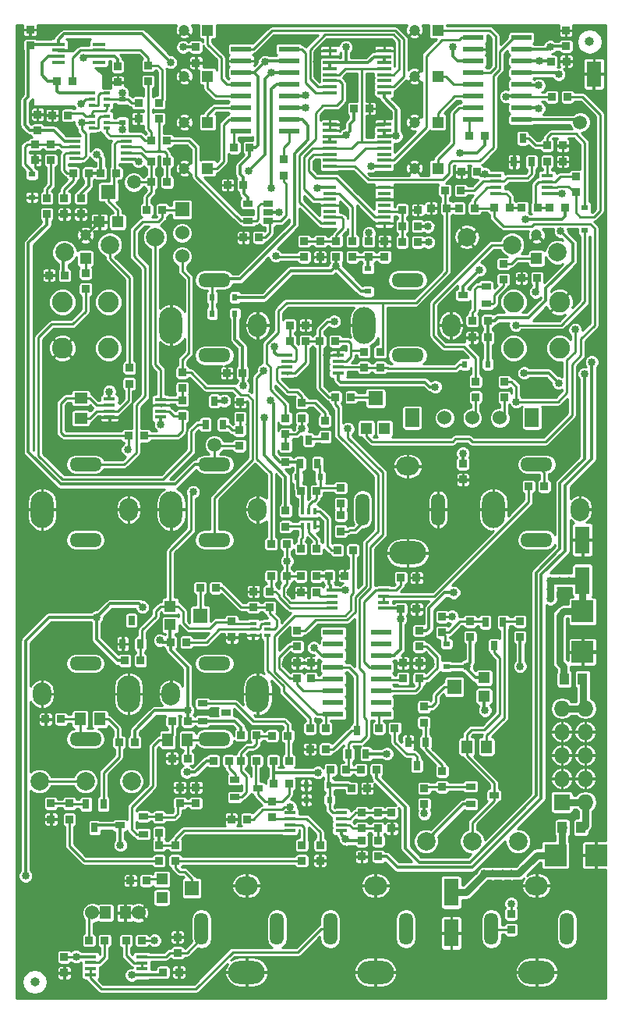
<source format=gbl>
G04 #@! TF.FileFunction,Copper,L2,Bot,Signal*
%FSLAX46Y46*%
G04 Gerber Fmt 4.6, Leading zero omitted, Abs format (unit mm)*
G04 Created by KiCad (PCBNEW 4.0.2-stable) date 2017-05-29 11:54:06 AM*
%MOMM*%
G01*
G04 APERTURE LIST*
%ADD10C,0.100000*%
%ADD11R,0.812800X0.812800*%
%ADD12C,1.998980*%
%ADD13O,4.000000X2.500000*%
%ADD14O,2.500000X2.000000*%
%ADD15O,1.500000X3.500000*%
%ADD16R,0.398780X0.797560*%
%ADD17R,0.797560X0.398780*%
%ADD18O,2.500000X4.000000*%
%ADD19O,2.000000X2.500000*%
%ADD20O,3.500000X1.500000*%
%ADD21R,1.450000X0.450000*%
%ADD22R,0.609600X0.762000*%
%ADD23R,0.762000X0.609600*%
%ADD24R,2.397760X2.397760*%
%ADD25R,1.200000X1.200000*%
%ADD26C,1.200000*%
%ADD27R,1.727200X1.727200*%
%ADD28O,1.727200X1.727200*%
%ADD29R,1.000760X0.701040*%
%ADD30R,0.701040X1.000760*%
%ADD31C,2.250000*%
%ADD32R,1.600000X2.800000*%
%ADD33R,2.199640X0.599440*%
%ADD34R,1.500000X0.450000*%
%ADD35R,1.143000X1.397000*%
%ADD36C,1.524000*%
%ADD37R,1.397000X1.143000*%
%ADD38R,1.300480X0.400000*%
%ADD39R,1.600000X3.000000*%
%ADD40C,1.500000*%
%ADD41R,1.500000X1.600000*%
%ADD42R,1.600000X1.500000*%
%ADD43R,1.524000X1.524000*%
%ADD44R,1.060000X0.650000*%
%ADD45R,1.500000X2.000000*%
%ADD46O,1.000000X1.000000*%
%ADD47R,1.000000X1.250000*%
%ADD48C,0.850000*%
%ADD49C,0.250000*%
%ADD50C,0.350000*%
%ADD51C,0.800000*%
%ADD52C,0.254000*%
G04 APERTURE END LIST*
D10*
D11*
X110400000Y-64100000D03*
X110400000Y-65801800D03*
D12*
X114359238Y-49280570D03*
X119290666Y-50105808D03*
X109427810Y-48455332D03*
D13*
X103000000Y-82700000D03*
D14*
X103000000Y-73300000D03*
D15*
X98100000Y-78000000D03*
X106300000Y-78000000D03*
D16*
X91602300Y-78202440D03*
X92250000Y-78202440D03*
X92897700Y-78202440D03*
X92897700Y-79797560D03*
X92250000Y-79797560D03*
X91602300Y-79797560D03*
D17*
X87797560Y-90352300D03*
X87797560Y-91000000D03*
X87797560Y-91647700D03*
X86202440Y-91647700D03*
X86202440Y-91000000D03*
X86202440Y-90352300D03*
X68702440Y-34147700D03*
X68702440Y-33500000D03*
X68702440Y-32852300D03*
X70297560Y-32852300D03*
X70297560Y-33500000D03*
X70297560Y-34147700D03*
X68702440Y-36647700D03*
X68702440Y-36000000D03*
X68702440Y-35352300D03*
X70297560Y-35352300D03*
X70297560Y-36000000D03*
X70297560Y-36647700D03*
D18*
X86700000Y-98000000D03*
D19*
X77300000Y-98000000D03*
D20*
X82000000Y-102900000D03*
X82000000Y-94700000D03*
D21*
X100450000Y-43050000D03*
X100450000Y-43700000D03*
X100450000Y-44350000D03*
X100450000Y-45000000D03*
X100450000Y-45650000D03*
X100450000Y-46300000D03*
X100450000Y-46950000D03*
X94550000Y-46950000D03*
X94550000Y-46300000D03*
X94550000Y-45650000D03*
X94550000Y-45000000D03*
X94550000Y-44350000D03*
X94550000Y-43700000D03*
X94550000Y-43050000D03*
D11*
X88299100Y-102550000D03*
X90000900Y-102550000D03*
X71500000Y-29949100D03*
X71500000Y-31650900D03*
X67500000Y-44249100D03*
X67500000Y-45950900D03*
X62000000Y-25949100D03*
X62000000Y-27650900D03*
X62800000Y-35149100D03*
X62800000Y-36850900D03*
X117050900Y-52900000D03*
X115349100Y-52900000D03*
X108849100Y-41400000D03*
X110550900Y-41400000D03*
X88250000Y-111350900D03*
X88250000Y-109649100D03*
X109000000Y-73049100D03*
X109000000Y-74750900D03*
X83349100Y-63200000D03*
X85050900Y-63200000D03*
X102249100Y-88800000D03*
X103950900Y-88800000D03*
X96150900Y-85200000D03*
X94449100Y-85200000D03*
X95750000Y-75649100D03*
X95750000Y-77350900D03*
X98000000Y-113949100D03*
X98000000Y-115650900D03*
X83849100Y-111600000D03*
X85550900Y-111600000D03*
X106750000Y-91350900D03*
X106750000Y-89649100D03*
X76449100Y-128200000D03*
X78150900Y-128200000D03*
X65700000Y-128250900D03*
X65700000Y-126549100D03*
X80000000Y-109850900D03*
X80000000Y-108149100D03*
X76000000Y-116100900D03*
X76000000Y-114399100D03*
X80000000Y-27849100D03*
X80000000Y-29550900D03*
X120250900Y-29400000D03*
X118549100Y-29400000D03*
X94100900Y-104000000D03*
X92399100Y-104000000D03*
X99750000Y-112600900D03*
X99750000Y-110899100D03*
X63800000Y-45950900D03*
X63800000Y-44249100D03*
X64899100Y-31500000D03*
X66600900Y-31500000D03*
X76850900Y-42500000D03*
X75149100Y-42500000D03*
X120200000Y-27750900D03*
X120200000Y-26049100D03*
X97149100Y-34500000D03*
X98850900Y-34500000D03*
X83449100Y-42800000D03*
X85150900Y-42800000D03*
X93500000Y-48899100D03*
X93500000Y-50600900D03*
X102399100Y-45500000D03*
X104100900Y-45500000D03*
X100500000Y-50600900D03*
X100500000Y-48899100D03*
D22*
X91005400Y-74500000D03*
X93494600Y-74500000D03*
D23*
X107200000Y-95044600D03*
X107200000Y-92555400D03*
D24*
X122000000Y-93449640D03*
X122000000Y-89050360D03*
X119050360Y-115500000D03*
X123449640Y-115500000D03*
D22*
X94444600Y-107900000D03*
X91955400Y-107900000D03*
X92005400Y-109500000D03*
X94494600Y-109500000D03*
D23*
X122250000Y-45255400D03*
X122250000Y-47744600D03*
D22*
X109205400Y-62250000D03*
X111694600Y-62250000D03*
D25*
X68000000Y-50770000D03*
D26*
X68000000Y-48230000D03*
D25*
X117000000Y-50770000D03*
D26*
X117000000Y-48230000D03*
D23*
X62200000Y-44144600D03*
X62200000Y-41655400D03*
X72000000Y-35994600D03*
X72000000Y-33505400D03*
D25*
X81270000Y-26000000D03*
D26*
X78730000Y-26000000D03*
D25*
X81270000Y-31000000D03*
D26*
X78730000Y-31000000D03*
D25*
X81270000Y-36000000D03*
D26*
X78730000Y-36000000D03*
D25*
X81270000Y-41000000D03*
D26*
X78730000Y-41000000D03*
D25*
X106270000Y-26000000D03*
D26*
X103730000Y-26000000D03*
D25*
X106270000Y-31000000D03*
D26*
X103730000Y-31000000D03*
D25*
X106270000Y-36000000D03*
D26*
X103730000Y-36000000D03*
D25*
X106270000Y-41000000D03*
D26*
X103730000Y-41000000D03*
D23*
X98700000Y-51855400D03*
X98700000Y-54344600D03*
D18*
X98300000Y-58000000D03*
D19*
X107700000Y-58000000D03*
D20*
X103000000Y-53100000D03*
X103000000Y-61300000D03*
D18*
X72700000Y-98000000D03*
D19*
X63300000Y-98000000D03*
D20*
X68000000Y-102900000D03*
X68000000Y-94700000D03*
D18*
X112300000Y-78000000D03*
D19*
X121700000Y-78000000D03*
D20*
X117000000Y-73100000D03*
X117000000Y-81300000D03*
D18*
X77300000Y-78000000D03*
D19*
X86700000Y-78000000D03*
D20*
X82000000Y-73100000D03*
X82000000Y-81300000D03*
D18*
X77300000Y-58000000D03*
D19*
X86700000Y-58000000D03*
D20*
X82000000Y-53100000D03*
X82000000Y-61300000D03*
D18*
X63300000Y-78000000D03*
D19*
X72700000Y-78000000D03*
D20*
X68000000Y-73100000D03*
X68000000Y-81300000D03*
D13*
X85500000Y-128200000D03*
D14*
X85500000Y-118800000D03*
D15*
X80600000Y-123500000D03*
X88800000Y-123500000D03*
D13*
X99500000Y-128200000D03*
D14*
X99500000Y-118800000D03*
D15*
X94600000Y-123500000D03*
X102800000Y-123500000D03*
D13*
X117000000Y-128200000D03*
D14*
X117000000Y-118800000D03*
D15*
X112100000Y-123500000D03*
X120300000Y-123500000D03*
D27*
X119750000Y-109750000D03*
D28*
X122290000Y-109750000D03*
X119750000Y-107210000D03*
X122290000Y-107210000D03*
X119750000Y-104670000D03*
X122290000Y-104670000D03*
X119750000Y-102130000D03*
X122290000Y-102130000D03*
X119750000Y-99590000D03*
X122290000Y-99590000D03*
D29*
X83270000Y-100000000D03*
X80730000Y-99047500D03*
X80730000Y-100952500D03*
X86770000Y-108250000D03*
X84230000Y-107297500D03*
X84230000Y-109202500D03*
X71730000Y-112250000D03*
X74270000Y-113202500D03*
X74270000Y-111297500D03*
D30*
X112400000Y-92770000D03*
X113352500Y-90230000D03*
X111447500Y-90230000D03*
X69000000Y-112520000D03*
X69952500Y-109980000D03*
X68047500Y-109980000D03*
X92250000Y-70480000D03*
X91297500Y-73020000D03*
X93202500Y-73020000D03*
D29*
X112370000Y-109000000D03*
X109830000Y-108047500D03*
X109830000Y-109952500D03*
D30*
X104000000Y-105770000D03*
X104952500Y-103230000D03*
X103047500Y-103230000D03*
X97500000Y-101980000D03*
X96547500Y-104520000D03*
X98452500Y-104520000D03*
X115500000Y-37730000D03*
X114547500Y-40270000D03*
X116452500Y-40270000D03*
X82000000Y-66230000D03*
X81047500Y-68770000D03*
X82952500Y-68770000D03*
D29*
X108980000Y-54750000D03*
X111520000Y-55702500D03*
X111520000Y-53797500D03*
D11*
X113500000Y-65850900D03*
X113500000Y-64149100D03*
X80449100Y-86500000D03*
X82150900Y-86500000D03*
X88399100Y-105250000D03*
X90100900Y-105250000D03*
X88149100Y-81750000D03*
X89850900Y-81750000D03*
X86600900Y-105250000D03*
X84899100Y-105250000D03*
X86600900Y-102500000D03*
X84899100Y-102500000D03*
X91399100Y-85250000D03*
X93100900Y-85250000D03*
X72899100Y-118250000D03*
X74600900Y-118250000D03*
X88399100Y-107750000D03*
X90100900Y-107750000D03*
X83600900Y-105250000D03*
X81899100Y-105250000D03*
X93100900Y-87000000D03*
X91399100Y-87000000D03*
X89850900Y-85250000D03*
X88149100Y-85250000D03*
X91500000Y-116100900D03*
X91500000Y-114399100D03*
X93500000Y-114399100D03*
X93500000Y-116100900D03*
X95750000Y-80350900D03*
X95750000Y-78649100D03*
X77750000Y-116100900D03*
X77750000Y-114399100D03*
X88000000Y-86899100D03*
X88000000Y-88600900D03*
X86250000Y-88600900D03*
X86250000Y-86899100D03*
X76000000Y-113050900D03*
X76000000Y-111349100D03*
X93100900Y-76000000D03*
X91399100Y-76000000D03*
X78950900Y-92400000D03*
X77249100Y-92400000D03*
X109800000Y-90149100D03*
X109800000Y-91850900D03*
X78250000Y-109850900D03*
X78250000Y-108149100D03*
X89750000Y-78149100D03*
X89750000Y-79850900D03*
X66250000Y-111600900D03*
X66250000Y-109899100D03*
X77399100Y-101000000D03*
X79100900Y-101000000D03*
X91399100Y-82250000D03*
X93100900Y-82250000D03*
X64250000Y-109899100D03*
X64250000Y-111600900D03*
X92399100Y-101750000D03*
X94100900Y-101750000D03*
X115200000Y-90149100D03*
X115200000Y-91850900D03*
X71649100Y-103250000D03*
X73350900Y-103250000D03*
X97050900Y-82400000D03*
X95349100Y-82400000D03*
X91000000Y-92850900D03*
X91000000Y-91149100D03*
X104800000Y-108249100D03*
X104800000Y-109950900D03*
X94000000Y-70100900D03*
X94000000Y-68399100D03*
X91000000Y-96350900D03*
X91000000Y-94649100D03*
X79100900Y-105000000D03*
X77399100Y-105000000D03*
X65350900Y-100750000D03*
X63649100Y-100750000D03*
X92500000Y-96350900D03*
X92500000Y-94649100D03*
X106750000Y-108100900D03*
X106750000Y-106399100D03*
X104750000Y-99399100D03*
X104750000Y-101100900D03*
X104250000Y-92850900D03*
X104250000Y-91149100D03*
X104250000Y-96350900D03*
X104250000Y-94649100D03*
X102500000Y-96350900D03*
X102500000Y-94649100D03*
X101600900Y-101750000D03*
X99899100Y-101750000D03*
X89750000Y-69850900D03*
X89750000Y-68149100D03*
X89750000Y-71149100D03*
X89750000Y-72850900D03*
X91500000Y-68100900D03*
X91500000Y-66399100D03*
X90199100Y-58000000D03*
X91900900Y-58000000D03*
X100000000Y-62600900D03*
X100000000Y-60899100D03*
X107250900Y-45300000D03*
X105549100Y-45300000D03*
X72649100Y-70000000D03*
X74350900Y-70000000D03*
X78500000Y-66149100D03*
X78500000Y-67850900D03*
X96350900Y-106250000D03*
X94649100Y-106250000D03*
X102249100Y-85400000D03*
X103950900Y-85400000D03*
X108549100Y-45300000D03*
X110250900Y-45300000D03*
X107049100Y-43400000D03*
X108750900Y-43400000D03*
X64049100Y-52600000D03*
X65750900Y-52600000D03*
X101250000Y-110899100D03*
X101250000Y-112600900D03*
X90199100Y-59750000D03*
X91900900Y-59750000D03*
X72750000Y-64350900D03*
X72750000Y-62649100D03*
X118149100Y-38500000D03*
X119850900Y-38500000D03*
X95149100Y-65800000D03*
X96850900Y-65800000D03*
X112399100Y-45250000D03*
X114100900Y-45250000D03*
X98000000Y-110899100D03*
X98000000Y-112600900D03*
X93449100Y-59750000D03*
X95150900Y-59750000D03*
X116149100Y-75500000D03*
X117850900Y-75500000D03*
X98250000Y-60899100D03*
X98250000Y-62600900D03*
X97899100Y-106250000D03*
X99600900Y-106250000D03*
X99800000Y-113949100D03*
X99800000Y-115650900D03*
X115399100Y-45250000D03*
X117100900Y-45250000D03*
X118149100Y-40250000D03*
X119850900Y-40250000D03*
X118399100Y-45250000D03*
X120100900Y-45250000D03*
X84750000Y-71100900D03*
X84750000Y-69399100D03*
X121250000Y-41899100D03*
X121250000Y-43600900D03*
X68000000Y-54100900D03*
X68000000Y-52399100D03*
X111700900Y-57500000D03*
X109999100Y-57500000D03*
X111700900Y-59350000D03*
X109999100Y-59350000D03*
X113400000Y-53050900D03*
X113400000Y-51349100D03*
X120350900Y-33250000D03*
X118649100Y-33250000D03*
X66649100Y-41500000D03*
X68350900Y-41500000D03*
X65700000Y-44249100D03*
X65700000Y-45950900D03*
X64250000Y-40100900D03*
X64250000Y-38399100D03*
X62500000Y-38399100D03*
X62500000Y-40100900D03*
X75149100Y-38000000D03*
X76850900Y-38000000D03*
X74800000Y-29849100D03*
X74800000Y-31550900D03*
X66100900Y-35250000D03*
X64399100Y-35250000D03*
X73750000Y-35600900D03*
X73750000Y-33899100D03*
X76000000Y-35600900D03*
X76000000Y-33899100D03*
X71350900Y-41500000D03*
X69649100Y-41500000D03*
X85850900Y-38750000D03*
X84149100Y-38750000D03*
X111350900Y-37500000D03*
X109649100Y-37500000D03*
X75149100Y-40250000D03*
X76850900Y-40250000D03*
X76350900Y-45500000D03*
X74649100Y-45500000D03*
X78000000Y-126100900D03*
X78000000Y-124399100D03*
X95250000Y-48899100D03*
X95250000Y-50600900D03*
X97000000Y-48899100D03*
X97000000Y-50600900D03*
X102399100Y-47250000D03*
X104100900Y-47250000D03*
X74100900Y-124750000D03*
X72399100Y-124750000D03*
X98750000Y-50600900D03*
X98750000Y-48899100D03*
X91750000Y-48899100D03*
X91750000Y-50600900D03*
X102399100Y-49000000D03*
X104100900Y-49000000D03*
X70100900Y-124750000D03*
X68399100Y-124750000D03*
D31*
X65500000Y-55500000D03*
X70500000Y-55500000D03*
X70500000Y-60500000D03*
X65500000Y-60500000D03*
X119500000Y-60500000D03*
X114500000Y-60500000D03*
X114500000Y-55500000D03*
X119500000Y-55500000D03*
D32*
X123250000Y-30750000D03*
D33*
X94901580Y-100195000D03*
X94901580Y-98925000D03*
X94901580Y-97655000D03*
X94901580Y-96385000D03*
X94901580Y-95115000D03*
X94901580Y-93845000D03*
X94901580Y-92575000D03*
X94901580Y-91305000D03*
X100098420Y-91305000D03*
X100098420Y-92575000D03*
X100098420Y-93845000D03*
X100098420Y-95115000D03*
X100098420Y-96385000D03*
X100098420Y-97655000D03*
X100098420Y-98925000D03*
X100098420Y-100195000D03*
D34*
X94550000Y-32775000D03*
X94550000Y-32125000D03*
X94550000Y-31475000D03*
X94550000Y-30825000D03*
X94550000Y-30175000D03*
X94550000Y-29525000D03*
X94550000Y-28875000D03*
X94550000Y-28225000D03*
X100450000Y-28225000D03*
X100450000Y-28875000D03*
X100450000Y-29525000D03*
X100450000Y-30175000D03*
X100450000Y-30825000D03*
X100450000Y-31475000D03*
X100450000Y-32125000D03*
X100450000Y-32775000D03*
X94550000Y-40775000D03*
X94550000Y-40125000D03*
X94550000Y-39475000D03*
X94550000Y-38825000D03*
X94550000Y-38175000D03*
X94550000Y-37525000D03*
X94550000Y-36875000D03*
X94550000Y-36225000D03*
X100450000Y-36225000D03*
X100450000Y-36875000D03*
X100450000Y-37525000D03*
X100450000Y-38175000D03*
X100450000Y-38825000D03*
X100450000Y-39475000D03*
X100450000Y-40125000D03*
X100450000Y-40775000D03*
D21*
X65050000Y-29475000D03*
X65050000Y-28825000D03*
X65050000Y-28175000D03*
X65050000Y-27525000D03*
X69450000Y-27525000D03*
X69450000Y-28175000D03*
X69450000Y-28825000D03*
X69450000Y-29475000D03*
D33*
X90098420Y-28055000D03*
X90098420Y-29325000D03*
X90098420Y-30595000D03*
X90098420Y-31865000D03*
X90098420Y-33135000D03*
X90098420Y-34405000D03*
X90098420Y-35675000D03*
X90098420Y-36945000D03*
X84901580Y-36945000D03*
X84901580Y-35675000D03*
X84901580Y-34405000D03*
X84901580Y-33135000D03*
X84901580Y-31865000D03*
X84901580Y-30595000D03*
X84901580Y-29325000D03*
X84901580Y-28055000D03*
X115348420Y-26805000D03*
X115348420Y-28075000D03*
X115348420Y-29345000D03*
X115348420Y-30615000D03*
X115348420Y-31885000D03*
X115348420Y-33155000D03*
X115348420Y-34425000D03*
X115348420Y-35695000D03*
X110151580Y-35695000D03*
X110151580Y-34425000D03*
X110151580Y-33155000D03*
X110151580Y-31885000D03*
X110151580Y-30615000D03*
X110151580Y-29345000D03*
X110151580Y-28075000D03*
X110151580Y-26805000D03*
D35*
X79079500Y-103000000D03*
X76920500Y-103000000D03*
X67420500Y-100750000D03*
X69579500Y-100750000D03*
D36*
X68750000Y-121750000D03*
X73750000Y-121750000D03*
D35*
X70170500Y-121750000D03*
X72329500Y-121750000D03*
D37*
X67500000Y-68079500D03*
X67500000Y-65920500D03*
D12*
X110000000Y-114000000D03*
X115000000Y-114000000D03*
X105000000Y-114000000D03*
X70640762Y-49280570D03*
X75572190Y-48455332D03*
X65709334Y-50105808D03*
X68000000Y-107500000D03*
X63000000Y-107500000D03*
X73000000Y-107500000D03*
D38*
X68556000Y-128455400D03*
X68556000Y-127820400D03*
X68556000Y-127160000D03*
X68556000Y-126525000D03*
X74144000Y-126525000D03*
X74144000Y-127172700D03*
X74144000Y-127820400D03*
X74144000Y-128468100D03*
X66806000Y-39955400D03*
X66806000Y-39320400D03*
X66806000Y-38660000D03*
X66806000Y-38025000D03*
X72394000Y-38025000D03*
X72394000Y-38672700D03*
X72394000Y-39320400D03*
X72394000Y-39968100D03*
X76194000Y-66044600D03*
X76194000Y-66679600D03*
X76194000Y-67340000D03*
X76194000Y-67975000D03*
X70606000Y-67975000D03*
X70606000Y-67327300D03*
X70606000Y-66679600D03*
X70606000Y-66031900D03*
X90181000Y-112830400D03*
X90181000Y-112195400D03*
X90181000Y-111535000D03*
X90181000Y-110900000D03*
X95769000Y-110900000D03*
X95769000Y-111547700D03*
X95769000Y-112195400D03*
X95769000Y-112843100D03*
X94806000Y-88705400D03*
X94806000Y-88070400D03*
X94806000Y-87410000D03*
X94806000Y-86775000D03*
X100394000Y-86775000D03*
X100394000Y-87422700D03*
X100394000Y-88070400D03*
X100394000Y-88718100D03*
X89856000Y-63205400D03*
X89856000Y-62570400D03*
X89856000Y-61910000D03*
X89856000Y-61275000D03*
X95444000Y-61275000D03*
X95444000Y-61922700D03*
X95444000Y-62570400D03*
X95444000Y-63218100D03*
X112556000Y-43705400D03*
X112556000Y-43070400D03*
X112556000Y-42410000D03*
X112556000Y-41775000D03*
X118144000Y-41775000D03*
X118144000Y-42422700D03*
X118144000Y-43070400D03*
X118144000Y-43718100D03*
D39*
X122000000Y-85700000D03*
X122000000Y-81300000D03*
X107750000Y-123950000D03*
X107750000Y-119550000D03*
D22*
X81755400Y-55000000D03*
X84244600Y-55000000D03*
X84244600Y-56750000D03*
X81755400Y-56750000D03*
D11*
X96899100Y-108250000D03*
X98600900Y-108250000D03*
D40*
X121750000Y-36000000D03*
X73250000Y-42500000D03*
D41*
X79550000Y-119100000D03*
D25*
X76300000Y-120100000D03*
X76300000Y-118100000D03*
D41*
X80450000Y-89500000D03*
D25*
X77200000Y-90500000D03*
X77200000Y-88500000D03*
D41*
X108050000Y-97250000D03*
D25*
X111300000Y-96250000D03*
X111300000Y-98250000D03*
D42*
X99500000Y-65950000D03*
D25*
X100500000Y-69200000D03*
X98500000Y-69200000D03*
D42*
X70500000Y-43550000D03*
D25*
X71500000Y-46800000D03*
X69500000Y-46800000D03*
D40*
X82000000Y-71000000D03*
D43*
X78500000Y-45460000D03*
D36*
X78500000Y-48000000D03*
X78500000Y-50540000D03*
D11*
X89500000Y-41750900D03*
X89500000Y-40049100D03*
X85149100Y-48500000D03*
X86850900Y-48500000D03*
D44*
X87850000Y-44800000D03*
X87850000Y-45750000D03*
X87850000Y-46700000D03*
X85650000Y-46700000D03*
X85650000Y-44800000D03*
D35*
X109420500Y-103750000D03*
X111579500Y-103750000D03*
D36*
X113000000Y-68050000D03*
X110000000Y-68050000D03*
X107000000Y-68050000D03*
D45*
X116500000Y-68050000D03*
X103500000Y-68050000D03*
D46*
X62500000Y-129250000D03*
X122750000Y-27250000D03*
D11*
X83900000Y-90149100D03*
X83900000Y-91850900D03*
X78500000Y-63149100D03*
X78500000Y-64850900D03*
X114250000Y-123600900D03*
X114250000Y-121899100D03*
X84800000Y-68050900D03*
X84800000Y-66349100D03*
D30*
X73000000Y-90030000D03*
X72047500Y-92570000D03*
X73952500Y-92570000D03*
D47*
X122000000Y-96400000D03*
X120000000Y-96400000D03*
X121800000Y-112500000D03*
X119800000Y-112500000D03*
D11*
X72249100Y-94400000D03*
X73950900Y-94400000D03*
D48*
X98900000Y-31349998D03*
X103250000Y-51000000D03*
X92000000Y-56500000D03*
X71150000Y-91450000D03*
X81100000Y-63200000D03*
X80100000Y-65900000D03*
X111400000Y-69600000D03*
X97400000Y-68000000D03*
X64250000Y-112750000D03*
X93500000Y-117300000D03*
X95400000Y-114900000D03*
X73800000Y-105600000D03*
X124050020Y-65800000D03*
X93250000Y-110350000D03*
X103950900Y-90050900D03*
X123600000Y-96400000D03*
X120000000Y-87300000D03*
X63300000Y-42500000D03*
X74500000Y-68000000D03*
X94200000Y-61300000D03*
X81500000Y-114400000D03*
X92800000Y-105400000D03*
X103100000Y-102000000D03*
X94400000Y-83700000D03*
X115700000Y-51600000D03*
X109899776Y-42600576D03*
X96400000Y-41700000D03*
X95900000Y-34900000D03*
X100100000Y-34599994D03*
X65296917Y-36303739D03*
X70400000Y-31600000D03*
X103000000Y-57950000D03*
X83750000Y-44250000D03*
X83750000Y-48500000D03*
X116000000Y-107000000D03*
X116000000Y-104650000D03*
X115950000Y-102100000D03*
X120650000Y-70750000D03*
X76800000Y-108150000D03*
X81500000Y-108150000D03*
X72250000Y-68000000D03*
X121000000Y-38500000D03*
X90250000Y-87000000D03*
X68000000Y-78000000D03*
X104100000Y-43500000D03*
X96100000Y-45400000D03*
X73700000Y-36700000D03*
X67000000Y-27500000D03*
X93124998Y-29400000D03*
X86250000Y-85750000D03*
X114000000Y-38750000D03*
X111800000Y-28100000D03*
X89750000Y-94750000D03*
X105500000Y-94750000D03*
X83099725Y-66199898D03*
X119750000Y-43750000D03*
X116900000Y-54400000D03*
X74200000Y-88600000D03*
X93250000Y-106550000D03*
X102200000Y-89900000D03*
X118500000Y-87700000D03*
X118500000Y-86700000D03*
X87400000Y-68000000D03*
X106000000Y-64700000D03*
X95200000Y-51600000D03*
X110800001Y-51999999D03*
X71800000Y-114400000D03*
X118500010Y-27800000D03*
X78600000Y-27850900D03*
X109000000Y-71899100D03*
X108700000Y-39300000D03*
X111400000Y-99790000D03*
X61500000Y-117750000D03*
X119550000Y-85700000D03*
X120550000Y-85700000D03*
X118500000Y-85700000D03*
X96300000Y-37400000D03*
X69200000Y-89699998D03*
X70600000Y-65200000D03*
X107900000Y-27850900D03*
X96300000Y-27850900D03*
X98800000Y-48000000D03*
X93200000Y-43100000D03*
X105200000Y-47300000D03*
X101750000Y-37500000D03*
X99000000Y-40750000D03*
X87500000Y-29446400D03*
X73000000Y-128500000D03*
X96250000Y-113750000D03*
X100749996Y-104500000D03*
X67800000Y-29000000D03*
X73750000Y-40250000D03*
X69250000Y-39500000D03*
X114300000Y-117500014D03*
X113300000Y-117500014D03*
X111300018Y-117500000D03*
X112250000Y-117500014D03*
X76100000Y-92200000D03*
X115200000Y-95000000D03*
X88100000Y-66200000D03*
X76200000Y-68800000D03*
X104799998Y-111000000D03*
X111392881Y-41609980D03*
X89000000Y-45750000D03*
X88558904Y-60308904D03*
X85100000Y-64600000D03*
X67000000Y-126500000D03*
X109400000Y-95000000D03*
X92800000Y-93000000D03*
X79100000Y-99800000D03*
X79000010Y-106500000D03*
X90250000Y-110250000D03*
X96250000Y-86750000D03*
X115750000Y-46500000D03*
X88200000Y-30600000D03*
X117300000Y-29300000D03*
X85750000Y-41250000D03*
X77250000Y-29500000D03*
X107800000Y-89600004D03*
X88200000Y-43100000D03*
X72600000Y-71500000D03*
X114250000Y-120750000D03*
X95000000Y-57600000D03*
X114750000Y-58000000D03*
X119625040Y-47831297D03*
X117250000Y-34500000D03*
X72000000Y-36749980D03*
X67580068Y-36051170D03*
X67500000Y-33999980D03*
X72000000Y-32800000D03*
X87349969Y-62932001D03*
X91500000Y-69250000D03*
X96500000Y-69250000D03*
X89900004Y-83600000D03*
X119400000Y-64300000D03*
X115650000Y-63200000D03*
X108000000Y-87000000D03*
X122200000Y-63300000D03*
X117250000Y-32000000D03*
X123000020Y-62000000D03*
X119400000Y-30800000D03*
X91900000Y-33100000D03*
X113700000Y-33200000D03*
X91900000Y-34400000D03*
X75500000Y-124750000D03*
X88674980Y-50500000D03*
X105250000Y-49000000D03*
X114800000Y-66300000D03*
X121200000Y-58500000D03*
X79700000Y-76100000D03*
D49*
X98850900Y-31399098D02*
X98900000Y-31349998D01*
X98850900Y-34500000D02*
X98850900Y-31399098D01*
X101500000Y-49242700D02*
X101500000Y-49498702D01*
X101500000Y-49498702D02*
X103001298Y-51000000D01*
X103001298Y-51000000D02*
X103250000Y-51000000D01*
X100500000Y-48899100D02*
X101156400Y-48899100D01*
X101156400Y-48899100D02*
X101500000Y-49242700D01*
X91900900Y-58000000D02*
X91900900Y-56599100D01*
X91900900Y-56599100D02*
X92000000Y-56500000D01*
X72047500Y-92570000D02*
X72047500Y-91647500D01*
X72047500Y-91647500D02*
X71850000Y-91450000D01*
X71850000Y-91450000D02*
X71150000Y-91450000D01*
X83349100Y-63200000D02*
X81100000Y-63200000D01*
X81100000Y-67550000D02*
X80100000Y-66550000D01*
X80100000Y-66550000D02*
X80100000Y-65900000D01*
X82950000Y-67550000D02*
X81100000Y-67550000D01*
X83850000Y-66650000D02*
X82950000Y-67550000D01*
X83850000Y-66477600D02*
X83850000Y-66650000D01*
X83978500Y-66349100D02*
X83850000Y-66477600D01*
X84800000Y-66349100D02*
X83978500Y-66349100D01*
X102000000Y-65900000D02*
X107700000Y-65900000D01*
X108912999Y-68571761D02*
X109941238Y-69600000D01*
X107700000Y-65900000D02*
X108912999Y-67112999D01*
X108912999Y-67112999D02*
X108912999Y-68571761D01*
X109941238Y-69600000D02*
X111400000Y-69600000D01*
X99900000Y-68000000D02*
X102000000Y-65900000D01*
X97400000Y-68000000D02*
X99900000Y-68000000D01*
X96119499Y-67419499D02*
X96700000Y-68000000D01*
X96700000Y-68000000D02*
X97400000Y-68000000D01*
X94200000Y-61300000D02*
X94200000Y-63499342D01*
X96119499Y-65207497D02*
X96119499Y-67419499D01*
X94200000Y-63499342D02*
X95604157Y-64903499D01*
X95604157Y-64903499D02*
X95815501Y-64903499D01*
X95815501Y-64903499D02*
X96119499Y-65207497D01*
X103000000Y-57348960D02*
X103000000Y-57950000D01*
X108049991Y-52050009D02*
X103000000Y-57100000D01*
X109427810Y-48455332D02*
X108049991Y-49833151D01*
X108049991Y-49833151D02*
X108049991Y-52050009D01*
X103000000Y-57100000D02*
X103000000Y-57348960D01*
X64250000Y-111600900D02*
X64250000Y-112750000D01*
X72329500Y-121750000D02*
X73750000Y-121750000D01*
X93500000Y-116100900D02*
X93500000Y-117300000D01*
X98000000Y-115650900D02*
X96150900Y-115650900D01*
X96150900Y-115650900D02*
X95400000Y-114900000D01*
D50*
X123250000Y-30750000D02*
X123250000Y-32500000D01*
X123250000Y-32500000D02*
X124400000Y-33650000D01*
X124500000Y-65350020D02*
X124475019Y-65375001D01*
X124400000Y-33650000D02*
X124400000Y-34000000D01*
X124400000Y-34000000D02*
X124500000Y-34100000D01*
X124500000Y-34100000D02*
X124500000Y-65350020D01*
X124475019Y-65375001D02*
X124050020Y-65800000D01*
D49*
X92005400Y-109500000D02*
X92400000Y-109500000D01*
X92400000Y-109500000D02*
X93250000Y-110350000D01*
X103950900Y-88800000D02*
X103950900Y-90050900D01*
D50*
X103950900Y-90050900D02*
X104000000Y-90100000D01*
X124100000Y-94000760D02*
X124100000Y-95900000D01*
X124100000Y-95900000D02*
X123600000Y-96400000D01*
X122000000Y-93449640D02*
X123548880Y-93449640D01*
X123548880Y-93449640D02*
X124100000Y-94000760D01*
D49*
X68000000Y-48230000D02*
X68070000Y-48230000D01*
X68070000Y-48230000D02*
X69500000Y-46800000D01*
X62500000Y-40100900D02*
X62500000Y-40757300D01*
X62500000Y-40757300D02*
X63300000Y-41557300D01*
X63300000Y-41557300D02*
X63300000Y-42500000D01*
X76194000Y-66679600D02*
X75293760Y-66679600D01*
X75293760Y-66679600D02*
X74500000Y-67473360D01*
X74500000Y-67473360D02*
X74500000Y-68000000D01*
X94225000Y-61275000D02*
X94200000Y-61300000D01*
X95444000Y-61275000D02*
X94225000Y-61275000D01*
D50*
X92399100Y-104999100D02*
X92800000Y-105400000D01*
X92399100Y-104000000D02*
X92399100Y-104999100D01*
D49*
X103047500Y-103230000D02*
X103047500Y-102052500D01*
X103047500Y-102052500D02*
X103100000Y-102000000D01*
X95772400Y-84000000D02*
X94700000Y-84000000D01*
X94700000Y-84000000D02*
X94400000Y-83700000D01*
X96150900Y-85200000D02*
X96150900Y-84378500D01*
X96150900Y-84378500D02*
X95772400Y-84000000D01*
X115349100Y-52900000D02*
X115349100Y-51950900D01*
X115349100Y-51950900D02*
X115700000Y-51600000D01*
X109700000Y-41400000D02*
X109700000Y-42400800D01*
X109700000Y-42400800D02*
X109899776Y-42600576D01*
X108849100Y-41400000D02*
X109700000Y-41400000D01*
X100450000Y-43050000D02*
X97750000Y-43050000D01*
X97750000Y-43050000D02*
X96400000Y-41700000D01*
X94550000Y-36225000D02*
X94550000Y-35550000D01*
X94550000Y-35550000D02*
X95200000Y-34900000D01*
X95200000Y-34900000D02*
X95900000Y-34900000D01*
X64399100Y-35250000D02*
X64399100Y-35999100D01*
X64399100Y-35999100D02*
X64703739Y-36303739D01*
X64703739Y-36303739D02*
X65296917Y-36303739D01*
X62800000Y-35149100D02*
X64298200Y-35149100D01*
X64298200Y-35149100D02*
X64399100Y-35250000D01*
X71500000Y-31650900D02*
X70450900Y-31650900D01*
X70450900Y-31650900D02*
X70400000Y-31600000D01*
X85149100Y-48500000D02*
X83750000Y-48500000D01*
X120225001Y-71174999D02*
X120650000Y-70750000D01*
X120218588Y-71181412D02*
X120225001Y-71174999D01*
X112300000Y-75279707D02*
X116398295Y-71181412D01*
X112300000Y-78000000D02*
X112300000Y-75279707D01*
X116398295Y-71181412D02*
X120218588Y-71181412D01*
X115950000Y-102100000D02*
X115950000Y-104600000D01*
X115950000Y-104600000D02*
X116000000Y-104650000D01*
X78250000Y-108149100D02*
X76800900Y-108149100D01*
X76800900Y-108149100D02*
X76800000Y-108150000D01*
X80000000Y-108149100D02*
X81499100Y-108149100D01*
X81499100Y-108149100D02*
X81500000Y-108150000D01*
X70606000Y-67975000D02*
X72225000Y-67975000D01*
X72225000Y-67975000D02*
X72250000Y-68000000D01*
X119850900Y-38500000D02*
X121000000Y-38500000D01*
X91399100Y-87000000D02*
X90250000Y-87000000D01*
D50*
X72700000Y-78000000D02*
X68000000Y-78000000D01*
D49*
X104100900Y-45500000D02*
X104100900Y-43500900D01*
X104100900Y-43500900D02*
X104100000Y-43500000D01*
X94550000Y-45000000D02*
X95700000Y-45000000D01*
X95700000Y-45000000D02*
X96100000Y-45400000D01*
X73750000Y-35600900D02*
X73750000Y-36650000D01*
X73750000Y-36650000D02*
X73700000Y-36700000D01*
X66325000Y-28175000D02*
X67000000Y-27500000D01*
X65050000Y-28175000D02*
X66325000Y-28175000D01*
X94550000Y-28875000D02*
X93649998Y-28875000D01*
X93649998Y-28875000D02*
X93124998Y-29400000D01*
X86250000Y-86899100D02*
X86250000Y-85750000D01*
X114547500Y-40270000D02*
X114547500Y-39297500D01*
X114547500Y-39297500D02*
X114000000Y-38750000D01*
X110151580Y-28075000D02*
X111775000Y-28075000D01*
X111775000Y-28075000D02*
X111800000Y-28100000D01*
X91000000Y-94649100D02*
X89850900Y-94649100D01*
X89850900Y-94649100D02*
X89750000Y-94750000D01*
X92500000Y-94649100D02*
X91000000Y-94649100D01*
X104250000Y-94649100D02*
X105399100Y-94649100D01*
X105399100Y-94649100D02*
X105500000Y-94750000D01*
X102500000Y-94649100D02*
X104250000Y-94649100D01*
X88299100Y-102550000D02*
X86750000Y-102550000D01*
X86750000Y-102550000D02*
X86700000Y-102500000D01*
X86700000Y-102500000D02*
X86600900Y-102500000D01*
X86250000Y-103750000D02*
X86600900Y-103399100D01*
X86600900Y-103399100D02*
X86600900Y-102500000D01*
X85577600Y-103750000D02*
X86250000Y-103750000D01*
X84899100Y-105250000D02*
X84899100Y-104428500D01*
X84899100Y-104428500D02*
X85577600Y-103750000D01*
X85500000Y-107000000D02*
X84899100Y-106399100D01*
X84899100Y-106399100D02*
X84899100Y-105250000D01*
X85500000Y-108682880D02*
X85500000Y-107000000D01*
X84230000Y-109202500D02*
X84980380Y-109202500D01*
X84980380Y-109202500D02*
X85500000Y-108682880D01*
X80730000Y-99047500D02*
X84297500Y-99047500D01*
X84297500Y-99047500D02*
X86250000Y-101000000D01*
X86250000Y-101000000D02*
X89600000Y-101000000D01*
X89600000Y-101000000D02*
X90000900Y-101400900D01*
X90000900Y-101400900D02*
X90000900Y-102550000D01*
X90100900Y-105250000D02*
X90050000Y-105199100D01*
X90050000Y-105199100D02*
X90050000Y-102599100D01*
X90050000Y-102599100D02*
X90000900Y-102550000D01*
D50*
X74144000Y-128468100D02*
X76181000Y-128468100D01*
X76181000Y-128468100D02*
X76449100Y-128200000D01*
X69200000Y-89699998D02*
X70699998Y-88200000D01*
X70699998Y-88200000D02*
X73800000Y-88200000D01*
X73800000Y-88200000D02*
X74200000Y-88600000D01*
X83069623Y-66230000D02*
X83099725Y-66199898D01*
X82000000Y-66230000D02*
X83069623Y-66230000D01*
X118144000Y-43718100D02*
X119718100Y-43718100D01*
X119718100Y-43718100D02*
X119750000Y-43750000D01*
X117050900Y-52900000D02*
X117050900Y-54249100D01*
X117050900Y-54249100D02*
X116900000Y-54400000D01*
X69200000Y-89699998D02*
X69200000Y-92107300D01*
X69200000Y-92107300D02*
X71492700Y-94400000D01*
X71492700Y-94400000D02*
X72249100Y-94400000D01*
X69000000Y-112520000D02*
X69270000Y-112250000D01*
X69270000Y-112250000D02*
X71730000Y-112250000D01*
X69200000Y-89699998D02*
X64050002Y-89699998D01*
X64050002Y-89699998D02*
X61500000Y-92250000D01*
X61500000Y-92250000D02*
X61500000Y-117148960D01*
X61500000Y-117148960D02*
X61500000Y-117750000D01*
X88449100Y-106550000D02*
X92648960Y-106550000D01*
X92648960Y-106550000D02*
X93250000Y-106550000D01*
X88399100Y-106600000D02*
X88449100Y-106550000D01*
X88399100Y-106600000D02*
X88399100Y-106900000D01*
X88399100Y-105250000D02*
X88399100Y-106600000D01*
X100098420Y-93845000D02*
X101561198Y-93845000D01*
X101588499Y-93811501D02*
X102200000Y-93200000D01*
X101561198Y-93845000D02*
X101588499Y-93817699D01*
X101588499Y-93817699D02*
X101588499Y-93811501D01*
X102200000Y-93200000D02*
X102200000Y-89900000D01*
X102249100Y-88800000D02*
X102249100Y-89850900D01*
X102249100Y-89850900D02*
X102200000Y-89900000D01*
D51*
X118500000Y-86700000D02*
X118500000Y-87700000D01*
X118500000Y-85700000D02*
X118500000Y-86700000D01*
D50*
X87400000Y-68601040D02*
X87400000Y-68000000D01*
X89750000Y-74450000D02*
X87400000Y-72100000D01*
X87400000Y-72100000D02*
X87400000Y-68601040D01*
X89750000Y-76750000D02*
X89750000Y-74450000D01*
X89750000Y-78149100D02*
X89750000Y-76750000D01*
X95444000Y-63944000D02*
X95700000Y-64200000D01*
X104898960Y-64200000D02*
X105398960Y-64700000D01*
X95700000Y-64200000D02*
X104898960Y-64200000D01*
X105398960Y-64700000D02*
X106000000Y-64700000D01*
X95200000Y-51600000D02*
X94700000Y-52100000D01*
X94700000Y-52100000D02*
X90300000Y-52100000D01*
X90300000Y-52100000D02*
X87400000Y-55000000D01*
X87400000Y-55000000D02*
X84244600Y-55000000D01*
X95250000Y-50600900D02*
X95250000Y-51550000D01*
X95250000Y-51550000D02*
X95200000Y-51600000D01*
X97944600Y-54344600D02*
X95624999Y-52024999D01*
X95624999Y-52024999D02*
X95200000Y-51600000D01*
X98700000Y-54344600D02*
X97944600Y-54344600D01*
X110375002Y-52424998D02*
X110800001Y-51999999D01*
X108980000Y-53820000D02*
X110375002Y-52424998D01*
X108980000Y-54750000D02*
X108980000Y-53820000D01*
X71730000Y-114330000D02*
X71800000Y-114400000D01*
X71730000Y-112250000D02*
X71730000Y-114330000D01*
X109830000Y-109952500D02*
X109047500Y-109952500D01*
X109047500Y-109952500D02*
X105999489Y-113000511D01*
X105999489Y-113000511D02*
X105000000Y-114000000D01*
X118549110Y-27750900D02*
X118500010Y-27800000D01*
X120200000Y-27750900D02*
X118549110Y-27750900D01*
X118225010Y-28075000D02*
X118500010Y-27800000D01*
X115348420Y-28075000D02*
X118225010Y-28075000D01*
X80000000Y-27849100D02*
X78601800Y-27849100D01*
X78601800Y-27849100D02*
X78600000Y-27850900D01*
X98000000Y-113949100D02*
X96449100Y-113949100D01*
X96449100Y-113949100D02*
X96250000Y-113750000D01*
X100394000Y-88718100D02*
X102167200Y-88718100D01*
X102167200Y-88718100D02*
X102249100Y-88800000D01*
X102250000Y-88800900D02*
X102249100Y-88800000D01*
X109000000Y-73049100D02*
X109000000Y-71899100D01*
X111350900Y-37500000D02*
X111350900Y-38449100D01*
X111350900Y-38449100D02*
X110500000Y-39300000D01*
X110500000Y-39300000D02*
X109301040Y-39300000D01*
X109301040Y-39300000D02*
X108700000Y-39300000D01*
X85650000Y-44800000D02*
X85650000Y-44150000D01*
X85225000Y-42975900D02*
X85149100Y-42900000D01*
X85650000Y-44150000D02*
X85225000Y-43725000D01*
X85225000Y-43725000D02*
X85225000Y-42975900D01*
X85149100Y-42900000D02*
X85149100Y-41978500D01*
X85149100Y-41978500D02*
X84800000Y-41629400D01*
X84800000Y-41629400D02*
X84800000Y-40722400D01*
X84800000Y-40722400D02*
X85850900Y-39671500D01*
X85850900Y-39671500D02*
X85850900Y-38750000D01*
X85850900Y-38750000D02*
X86450000Y-38750000D01*
X86750000Y-30993600D02*
X86351400Y-30595000D01*
X86450000Y-38750000D02*
X86750000Y-38450000D01*
X86750000Y-38450000D02*
X86750000Y-30993600D01*
X96724999Y-36175001D02*
X97149100Y-35750900D01*
X97149100Y-35750900D02*
X97149100Y-34500000D01*
X96300000Y-37400000D02*
X96724999Y-36975001D01*
X96724999Y-36975001D02*
X96724999Y-36175001D01*
X67500000Y-44249100D02*
X67500000Y-43700000D01*
X67500000Y-43700000D02*
X68350900Y-42849100D01*
X68350900Y-42849100D02*
X68350900Y-41500000D01*
X69450000Y-28825000D02*
X71132300Y-28825000D01*
X71132300Y-28825000D02*
X71500000Y-29192700D01*
X71500000Y-29192700D02*
X71500000Y-29949100D01*
X95769000Y-112843100D02*
X95769000Y-113269000D01*
X95769000Y-113269000D02*
X96250000Y-113750000D01*
X111300000Y-98250000D02*
X111300000Y-99690000D01*
X111300000Y-99690000D02*
X111400000Y-99790000D01*
D51*
X122000000Y-89050360D02*
X122000000Y-85700000D01*
X119400000Y-85700000D02*
X119550000Y-85700000D01*
X118500000Y-85700000D02*
X119400000Y-85700000D01*
X120550000Y-85700000D02*
X119400000Y-85700000D01*
X122000000Y-85700000D02*
X120550000Y-85700000D01*
D50*
X88399100Y-106900000D02*
X88399100Y-107750000D01*
X100450000Y-28875000D02*
X99350000Y-28875000D01*
X98700000Y-29525000D02*
X96250000Y-29525000D01*
X99350000Y-28875000D02*
X98700000Y-29525000D01*
X96300000Y-37400000D02*
X96175000Y-37525000D01*
X96175000Y-37525000D02*
X94550000Y-37525000D01*
X70606000Y-66031900D02*
X70606000Y-65206000D01*
X70606000Y-65206000D02*
X70600000Y-65200000D01*
X110151580Y-29345000D02*
X108445000Y-29345000D01*
X108445000Y-29345000D02*
X107900000Y-28800000D01*
X107900000Y-28800000D02*
X107900000Y-27850900D01*
X96250000Y-29525000D02*
X96300000Y-29475000D01*
X96300000Y-29475000D02*
X96300000Y-27850900D01*
X98750000Y-48899100D02*
X98750000Y-48050000D01*
X98750000Y-48050000D02*
X98800000Y-48000000D01*
X94550000Y-43050000D02*
X93250000Y-43050000D01*
X93250000Y-43050000D02*
X93200000Y-43100000D01*
X104100900Y-47250000D02*
X105150000Y-47250000D01*
X105150000Y-47250000D02*
X105200000Y-47300000D01*
X100450000Y-32775000D02*
X100450000Y-33350000D01*
X100450000Y-33350000D02*
X101750000Y-34650000D01*
X101750000Y-34650000D02*
X101750000Y-36898960D01*
X101750000Y-36898960D02*
X101750000Y-37500000D01*
X101750000Y-37500000D02*
X100475000Y-37500000D01*
X100475000Y-37500000D02*
X100450000Y-37525000D01*
X100450000Y-40775000D02*
X99025000Y-40775000D01*
X99025000Y-40775000D02*
X99000000Y-40750000D01*
X87621400Y-29325000D02*
X87500000Y-29446400D01*
X87500000Y-29446400D02*
X86351400Y-30595000D01*
X96250000Y-29525000D02*
X95650000Y-29525000D01*
X74144000Y-128468100D02*
X73031900Y-128468100D01*
X73031900Y-128468100D02*
X73000000Y-128500000D01*
X98452500Y-104520000D02*
X100729996Y-104520000D01*
X100729996Y-104520000D02*
X100749996Y-104500000D01*
X95444000Y-63218100D02*
X95444000Y-63944000D01*
X95444000Y-63944000D02*
X95450000Y-63950000D01*
X69450000Y-28825000D02*
X67975000Y-28825000D01*
X67975000Y-28825000D02*
X67800000Y-29000000D01*
X72394000Y-39968100D02*
X73468100Y-39968100D01*
X73468100Y-39968100D02*
X73750000Y-40250000D01*
X69649100Y-41500000D02*
X69649100Y-39899100D01*
X69649100Y-39899100D02*
X69250000Y-39500000D01*
X68350900Y-41500000D02*
X69649100Y-41500000D01*
X86351400Y-30595000D02*
X84901580Y-30595000D01*
X90098420Y-29325000D02*
X87621400Y-29325000D01*
X94550000Y-37525000D02*
X94550000Y-38175000D01*
X100450000Y-37525000D02*
X100450000Y-36875000D01*
X95650000Y-29525000D02*
X94550000Y-29525000D01*
X100450000Y-28875000D02*
X100450000Y-29525000D01*
X94550000Y-29525000D02*
X94550000Y-30175000D01*
D51*
X119500000Y-89500000D02*
X119949640Y-89050360D01*
X119949640Y-89050360D02*
X122000000Y-89050360D01*
X119500000Y-94581000D02*
X119500000Y-89500000D01*
X119920500Y-95001500D02*
X119500000Y-94581000D01*
X119920500Y-96500000D02*
X119920500Y-95001500D01*
D50*
X77249100Y-92400000D02*
X77249100Y-93249100D01*
X77249100Y-93249100D02*
X79100000Y-95100000D01*
X79100000Y-95100000D02*
X79100000Y-99198960D01*
X79100000Y-99198960D02*
X79100000Y-99800000D01*
D51*
X112250000Y-117500014D02*
X111300032Y-117500014D01*
X115051466Y-117500014D02*
X114300000Y-117500014D01*
X114300000Y-117500014D02*
X113300000Y-117500014D01*
X113300000Y-117500014D02*
X112851040Y-117500014D01*
X111300018Y-117599982D02*
X111300018Y-117500000D01*
X109350000Y-119550000D02*
X111300018Y-117599982D01*
X107750000Y-119550000D02*
X109350000Y-119550000D01*
X112851040Y-117500014D02*
X112250000Y-117500014D01*
X117051480Y-115500000D02*
X115051466Y-117500014D01*
X119050360Y-115500000D02*
X117051480Y-115500000D01*
D50*
X73350900Y-103250000D02*
X73350900Y-101949100D01*
X73350900Y-101949100D02*
X75500000Y-99800000D01*
X75500000Y-99800000D02*
X78498960Y-99800000D01*
X78498960Y-99800000D02*
X79100000Y-99800000D01*
X77249100Y-92400000D02*
X76300000Y-92400000D01*
X76300000Y-92400000D02*
X76100000Y-92200000D01*
X77200000Y-90500000D02*
X77200000Y-92350900D01*
X77200000Y-92350900D02*
X77249100Y-92400000D01*
X109800000Y-91850900D02*
X109800000Y-94600000D01*
X109800000Y-94600000D02*
X109400000Y-95000000D01*
X115200000Y-91850900D02*
X115200000Y-95000000D01*
X91005400Y-74500000D02*
X91100000Y-74594600D01*
X91100000Y-74594600D02*
X91100000Y-75700900D01*
X91100000Y-75700900D02*
X91399100Y-76000000D01*
X89750000Y-72850900D02*
X89799100Y-72900000D01*
X89799100Y-72900000D02*
X91177500Y-72900000D01*
X91177500Y-72900000D02*
X91297500Y-73020000D01*
X91005400Y-74500000D02*
X91100000Y-74405400D01*
X91100000Y-74405400D02*
X91100000Y-72889200D01*
X89750000Y-72850900D02*
X89150900Y-72850900D01*
X89150900Y-72850900D02*
X88400000Y-72100000D01*
X88400000Y-72100000D02*
X88400000Y-66500000D01*
X88400000Y-66500000D02*
X88100000Y-66200000D01*
X76194000Y-68794000D02*
X76200000Y-68800000D01*
X76194000Y-67975000D02*
X76194000Y-68794000D01*
X104800000Y-110999998D02*
X104799998Y-111000000D01*
X104800000Y-109950900D02*
X104800000Y-110999998D01*
X85100000Y-64600000D02*
X85100000Y-63249100D01*
X85100000Y-63249100D02*
X85050900Y-63200000D01*
X89856000Y-61275000D02*
X88855760Y-61275000D01*
X88855760Y-61275000D02*
X88558904Y-60978144D01*
X88558904Y-60978144D02*
X88558904Y-60958904D01*
X85050900Y-63200000D02*
X85050900Y-60350900D01*
X85050900Y-60350900D02*
X84244600Y-59544600D01*
X84244600Y-59544600D02*
X84244600Y-56750000D01*
D49*
X67000000Y-126500000D02*
X65749100Y-126500000D01*
X65749100Y-126500000D02*
X65700000Y-126549100D01*
X90250000Y-110250000D02*
X89648960Y-110250000D01*
X89648960Y-110250000D02*
X89329461Y-110569499D01*
X86200000Y-111600000D02*
X85550900Y-111600000D01*
X89329461Y-110569499D02*
X87230501Y-110569499D01*
X87230501Y-110569499D02*
X86200000Y-111600000D01*
D50*
X94449100Y-85200000D02*
X94449100Y-86049100D01*
X94600000Y-86569000D02*
X94806000Y-86775000D01*
X94449100Y-86049100D02*
X94600000Y-86200000D01*
X94600000Y-86200000D02*
X94600000Y-86569000D01*
X93100900Y-85250000D02*
X94399100Y-85250000D01*
X94399100Y-85250000D02*
X94449100Y-85200000D01*
X111392881Y-41612121D02*
X111392881Y-41609980D01*
X111555760Y-41775000D02*
X111392881Y-41612121D01*
X112556000Y-41775000D02*
X111555760Y-41775000D01*
X112556000Y-41775000D02*
X110925900Y-41775000D01*
X110925900Y-41775000D02*
X110550900Y-41400000D01*
X117300000Y-29300000D02*
X118449100Y-29300000D01*
X118449100Y-29300000D02*
X118549100Y-29400000D01*
X62800000Y-36850900D02*
X61950900Y-36850900D01*
X61400000Y-36300000D02*
X61400000Y-33600000D01*
X61950900Y-36850900D02*
X61400000Y-36300000D01*
X61400000Y-33600000D02*
X61800000Y-33200000D01*
X61800000Y-33200000D02*
X61800000Y-27850900D01*
X61800000Y-27850900D02*
X62000000Y-27650900D01*
X64550900Y-36850900D02*
X65725000Y-38025000D01*
X65725000Y-38025000D02*
X66806000Y-38025000D01*
X62800000Y-36850900D02*
X64550900Y-36850900D01*
X65050000Y-27525000D02*
X65050000Y-27050000D01*
X65050000Y-27050000D02*
X65700000Y-26400000D01*
X65700000Y-26400000D02*
X74150000Y-26400000D01*
X74150000Y-26400000D02*
X76825001Y-29075001D01*
X76825001Y-29075001D02*
X77250000Y-29500000D01*
X62000000Y-27650900D02*
X62125900Y-27525000D01*
X62125900Y-27525000D02*
X65050000Y-27525000D01*
X85050000Y-64550000D02*
X85100000Y-64600000D01*
X87850000Y-45750000D02*
X89000000Y-45750000D01*
X88558904Y-60958904D02*
X88558904Y-60308904D01*
X68556000Y-126525000D02*
X67025000Y-126525000D01*
X67025000Y-126525000D02*
X67000000Y-126500000D01*
X91602300Y-78202440D02*
X91602300Y-76203200D01*
X91602300Y-76203200D02*
X91399100Y-76000000D01*
X109400000Y-95300000D02*
X109400000Y-95000000D01*
X111300000Y-96250000D02*
X110350000Y-96250000D01*
X109355400Y-95044600D02*
X109400000Y-95000000D01*
X110350000Y-96250000D02*
X109400000Y-95300000D01*
X107200000Y-95044600D02*
X109355400Y-95044600D01*
X94901580Y-93845000D02*
X93645000Y-93845000D01*
X93645000Y-93845000D02*
X92800000Y-93000000D01*
X79100900Y-101000000D02*
X79100900Y-99800900D01*
X79100900Y-99800900D02*
X79100000Y-99800000D01*
X79892700Y-106500000D02*
X79601050Y-106500000D01*
X79601050Y-106500000D02*
X79000010Y-106500000D01*
X81899100Y-105250000D02*
X81142700Y-105250000D01*
X81142700Y-105250000D02*
X79892700Y-106500000D01*
X84899100Y-102500000D02*
X84899100Y-101649100D01*
X84899100Y-101649100D02*
X84202500Y-100952500D01*
X84202500Y-100952500D02*
X81580380Y-100952500D01*
X81580380Y-100952500D02*
X80730000Y-100952500D01*
D49*
X79100900Y-101000000D02*
X80682500Y-101000000D01*
X80682500Y-101000000D02*
X80730000Y-100952500D01*
D50*
X90181000Y-110900000D02*
X90181000Y-110319000D01*
X90181000Y-110319000D02*
X90250000Y-110250000D01*
X94806000Y-86775000D02*
X96225000Y-86775000D01*
X96225000Y-86775000D02*
X96250000Y-86750000D01*
X120100900Y-45250000D02*
X120100900Y-46149100D01*
X116351040Y-46500000D02*
X115750000Y-46500000D01*
X120100900Y-46149100D02*
X119750000Y-46500000D01*
X119750000Y-46500000D02*
X116351040Y-46500000D01*
X88200000Y-30600000D02*
X87500000Y-31300000D01*
X87500000Y-31300000D02*
X87500000Y-39500000D01*
X87500000Y-39500000D02*
X86174999Y-40825001D01*
X86174999Y-40825001D02*
X85750000Y-41250000D01*
X88200000Y-30600000D02*
X90093420Y-30600000D01*
X90093420Y-30600000D02*
X90098420Y-30595000D01*
X115348420Y-29345000D02*
X117255000Y-29345000D01*
X117255000Y-29345000D02*
X117300000Y-29300000D01*
D51*
X119920500Y-112500000D02*
X119750000Y-112670500D01*
X119750000Y-112670500D02*
X119750000Y-114800360D01*
X119750000Y-114800360D02*
X119050360Y-115500000D01*
D49*
X90181000Y-111535000D02*
X92035000Y-111535000D01*
X92035000Y-111535000D02*
X93500000Y-113000000D01*
X93500000Y-113000000D02*
X93500000Y-114399100D01*
X90181000Y-111535000D02*
X88434100Y-111535000D01*
X88434100Y-111535000D02*
X88250000Y-111350900D01*
X86600900Y-105250000D02*
X86600900Y-105399100D01*
X86600900Y-105399100D02*
X86500000Y-105500000D01*
X86500000Y-105500000D02*
X86500000Y-108000000D01*
X86500000Y-108000000D02*
X86520000Y-108000000D01*
X86520000Y-108000000D02*
X86770000Y-108250000D01*
X88250000Y-109649100D02*
X87468500Y-109649100D01*
X87468500Y-109649100D02*
X86770000Y-108950600D01*
X86770000Y-108950600D02*
X86770000Y-108250000D01*
X87850900Y-109649100D02*
X88250000Y-109649100D01*
X90100900Y-108899100D02*
X89350900Y-109649100D01*
X89350900Y-109649100D02*
X88250000Y-109649100D01*
X90100900Y-107750000D02*
X90100900Y-108899100D01*
X93494600Y-74500000D02*
X93400000Y-74405400D01*
X93400000Y-74405400D02*
X93400000Y-73217500D01*
X93400000Y-73217500D02*
X93202500Y-73020000D01*
X93494600Y-74500000D02*
X93494600Y-75606300D01*
X93494600Y-75606300D02*
X93100900Y-76000000D01*
X92703660Y-77100000D02*
X92822400Y-77100000D01*
X92822400Y-77100000D02*
X93100900Y-76821500D01*
X93100900Y-76821500D02*
X93100900Y-76000000D01*
X92250000Y-78202440D02*
X92250000Y-77553660D01*
X92250000Y-77553660D02*
X92703660Y-77100000D01*
X95750000Y-75649100D02*
X93451800Y-75649100D01*
X93451800Y-75649100D02*
X93100900Y-76000000D01*
X95750000Y-77350900D02*
X95750000Y-78649100D01*
X107200000Y-92555400D02*
X107200000Y-92500000D01*
X107200000Y-92500000D02*
X107100000Y-92400000D01*
X107100000Y-91700900D02*
X106750000Y-91350900D01*
X107100000Y-92400000D02*
X107100000Y-91700900D01*
X106750000Y-91350900D02*
X107449100Y-91350900D01*
X107449100Y-91350900D02*
X108650900Y-90149100D01*
X108650900Y-90149100D02*
X109800000Y-90149100D01*
X109693700Y-90255400D02*
X109800000Y-90149100D01*
X109800000Y-90149100D02*
X111366600Y-90149100D01*
X111366600Y-90149100D02*
X111447500Y-90230000D01*
X107750904Y-89649100D02*
X107800000Y-89600004D01*
X106750000Y-89649100D02*
X107750904Y-89649100D01*
X97250000Y-80250000D02*
X98100000Y-79400000D01*
X96672400Y-80250000D02*
X97250000Y-80250000D01*
X98100000Y-79400000D02*
X98100000Y-78000000D01*
X96571500Y-80350900D02*
X96672400Y-80250000D01*
X95750000Y-80350900D02*
X96571500Y-80350900D01*
X106700000Y-89599100D02*
X106750000Y-89649100D01*
X76000000Y-111349100D02*
X77650900Y-111349100D01*
X78084900Y-109850900D02*
X78250000Y-109850900D01*
X77650900Y-111349100D02*
X78000000Y-111000000D01*
X78000000Y-111000000D02*
X78000000Y-109935800D01*
X78000000Y-109935800D02*
X78084900Y-109850900D01*
X74270000Y-111297500D02*
X75948400Y-111297500D01*
X75948400Y-111297500D02*
X76000000Y-111349100D01*
X80000000Y-109850900D02*
X78250000Y-109850900D01*
X76000000Y-116100900D02*
X67850900Y-116100900D01*
X67850900Y-116100900D02*
X66250000Y-114500000D01*
X66250000Y-114500000D02*
X66250000Y-111600900D01*
X77750000Y-114399100D02*
X77750000Y-113750000D01*
X77750000Y-113750000D02*
X78669600Y-112830400D01*
X78669600Y-112830400D02*
X89280760Y-112830400D01*
X89280760Y-112830400D02*
X90181000Y-112830400D01*
D50*
X76000000Y-114399100D02*
X76000000Y-113050900D01*
D49*
X77750000Y-114399100D02*
X76000000Y-114399100D01*
X112400000Y-92770000D02*
X112400000Y-93520380D01*
X113000000Y-94120380D02*
X113000000Y-100200000D01*
X112400000Y-93520380D02*
X113000000Y-94120380D01*
X113000000Y-100200000D02*
X111325996Y-101874004D01*
X111325996Y-101874004D02*
X109925996Y-101874004D01*
X109925996Y-101874004D02*
X109420500Y-102379500D01*
X109420500Y-102379500D02*
X109420500Y-103750000D01*
X112600000Y-92970000D02*
X112400000Y-92770000D01*
X112400000Y-107678000D02*
X112370000Y-107708000D01*
X112370000Y-107708000D02*
X112370000Y-109000000D01*
X109420500Y-103750000D02*
X109420500Y-104698500D01*
X109420500Y-104698500D02*
X112400000Y-107678000D01*
X112370000Y-109000000D02*
X112370000Y-109600520D01*
X112370000Y-109600520D02*
X110000000Y-111970520D01*
X110000000Y-111970520D02*
X110000000Y-112586508D01*
X110000000Y-112586508D02*
X110000000Y-114000000D01*
X113352500Y-90230000D02*
X113500000Y-90377500D01*
X113500000Y-90377500D02*
X113500000Y-100600000D01*
X113500000Y-100600000D02*
X111579500Y-102520500D01*
X111579500Y-102520500D02*
X111579500Y-103750000D01*
X115200000Y-90149100D02*
X113433400Y-90149100D01*
X113433400Y-90149100D02*
X113352500Y-90230000D01*
D50*
X90098420Y-31865000D02*
X88735000Y-31865000D01*
X88735000Y-31865000D02*
X88200000Y-32400000D01*
X88200000Y-32400000D02*
X88200000Y-42498960D01*
X88200000Y-42498960D02*
X88200000Y-43100000D01*
D49*
X79079500Y-103000000D02*
X81900000Y-103000000D01*
X81900000Y-103000000D02*
X82000000Y-102900000D01*
X79100900Y-105000000D02*
X79100900Y-103021400D01*
X79100900Y-103021400D02*
X79079500Y-103000000D01*
X74270000Y-113202500D02*
X73519620Y-113202500D01*
X73519620Y-113202500D02*
X73000000Y-112682880D01*
X73000000Y-112682880D02*
X73000000Y-110300000D01*
X73000000Y-110300000D02*
X75299998Y-108000002D01*
X75299998Y-108000002D02*
X75299998Y-103700002D01*
X75299998Y-103700002D02*
X76000000Y-103000000D01*
X76000000Y-103000000D02*
X76920500Y-103000000D01*
X77399100Y-101000000D02*
X77399100Y-102521400D01*
X77399100Y-102521400D02*
X76920500Y-103000000D01*
X67420500Y-100750000D02*
X67420500Y-102320500D01*
X67420500Y-102320500D02*
X68000000Y-102900000D01*
X67420500Y-100750000D02*
X65350900Y-100750000D01*
X69579500Y-100750000D02*
X70500000Y-100750000D01*
X70500000Y-100750000D02*
X71500000Y-101750000D01*
X71500000Y-101750000D02*
X71500000Y-102935800D01*
X71500000Y-102935800D02*
X71649100Y-103084900D01*
X71649100Y-103084900D02*
X71649100Y-103250000D01*
X69952500Y-106547500D02*
X71649100Y-104850900D01*
X71649100Y-104850900D02*
X71649100Y-103250000D01*
X69952500Y-109980000D02*
X69952500Y-106547500D01*
X97500000Y-101980000D02*
X96899480Y-101980000D01*
X96899480Y-101980000D02*
X94879480Y-104000000D01*
X94879480Y-104000000D02*
X94100900Y-104000000D01*
X97500000Y-96000000D02*
X96615000Y-95115000D01*
X96615000Y-95115000D02*
X94901580Y-95115000D01*
X97500000Y-101980000D02*
X97500000Y-96000000D01*
X95769000Y-112195400D02*
X96669240Y-112195400D01*
X96669240Y-112195400D02*
X97074740Y-112600900D01*
X97074740Y-112600900D02*
X98000000Y-112600900D01*
X99750000Y-112600900D02*
X99800000Y-113949100D01*
X98000000Y-112600900D02*
X99750000Y-112600900D01*
D50*
X101250000Y-110899100D02*
X99750000Y-110899100D01*
D49*
X95769000Y-111547700D02*
X96702300Y-111547700D01*
X96702300Y-111547700D02*
X97350900Y-110899100D01*
X97350900Y-110899100D02*
X98000000Y-110899100D01*
X99750000Y-110899100D02*
X98000000Y-110899100D01*
X97899100Y-110798200D02*
X98000000Y-110899100D01*
X72649100Y-64250000D02*
X72649100Y-66184440D01*
X72649100Y-66184440D02*
X71506240Y-67327300D01*
X71506240Y-67327300D02*
X70606000Y-67327300D01*
X67500000Y-68079500D02*
X68448500Y-68079500D01*
X68448500Y-68079500D02*
X69200700Y-67327300D01*
X69200700Y-67327300D02*
X69705760Y-67327300D01*
X69705760Y-67327300D02*
X70606000Y-67327300D01*
X114250000Y-120750000D02*
X114250000Y-121899100D01*
X72649100Y-71450900D02*
X72600000Y-71500000D01*
X72649100Y-70000000D02*
X72649100Y-71450900D01*
X67500000Y-65920500D02*
X65879500Y-65920500D01*
X65879500Y-65920500D02*
X65300000Y-66500000D01*
X65300000Y-66500000D02*
X65300000Y-69600000D01*
X65300000Y-69600000D02*
X65700000Y-70000000D01*
X65700000Y-70000000D02*
X72649100Y-70000000D01*
X67500000Y-65920500D02*
X68448500Y-65920500D01*
X68448500Y-65920500D02*
X69207600Y-66679600D01*
X69705760Y-66679600D02*
X70606000Y-66679600D01*
X69207600Y-66679600D02*
X69705760Y-66679600D01*
D50*
X63800000Y-45950900D02*
X63800000Y-47100000D01*
X63800000Y-47100000D02*
X61800000Y-49100000D01*
X61800000Y-49100000D02*
X61800000Y-71757122D01*
X61800000Y-71757122D02*
X65292889Y-75250011D01*
X65292889Y-75250011D02*
X77749989Y-75250011D01*
X77749989Y-75250011D02*
X79900000Y-73100000D01*
X79900000Y-73100000D02*
X82000000Y-73100000D01*
D49*
X82000000Y-71000000D02*
X82000000Y-73100000D01*
X84750000Y-71100900D02*
X82100900Y-71100900D01*
X82100900Y-71100900D02*
X82000000Y-71000000D01*
X64250000Y-40100900D02*
X64250000Y-42800900D01*
X64250000Y-42800900D02*
X63800000Y-43250900D01*
X63800000Y-43250900D02*
X63800000Y-44249100D01*
D50*
X63300000Y-30900000D02*
X63900000Y-31500000D01*
X63900000Y-31500000D02*
X64899100Y-31500000D01*
X63300000Y-29500000D02*
X63300000Y-30900000D01*
X65050000Y-28825000D02*
X63975000Y-28825000D01*
X63975000Y-28825000D02*
X63300000Y-29500000D01*
X65152300Y-32852300D02*
X64899100Y-32599100D01*
X64899100Y-32599100D02*
X64899100Y-31500000D01*
X68702440Y-32852300D02*
X65152300Y-32852300D01*
D49*
X68649100Y-32798960D02*
X68702440Y-32852300D01*
X76000000Y-33899100D02*
X76300000Y-33599100D01*
X76300000Y-33599100D02*
X76300000Y-30300000D01*
X76300000Y-30300000D02*
X75849100Y-29849100D01*
X75849100Y-29849100D02*
X74800000Y-29849100D01*
X73975000Y-28175000D02*
X74800000Y-29000000D01*
X74800000Y-29000000D02*
X74800000Y-29849100D01*
X69450000Y-28175000D02*
X73975000Y-28175000D01*
X66600900Y-30678500D02*
X66600900Y-31500000D01*
X66600900Y-29015096D02*
X66600900Y-30678500D01*
X67440996Y-28175000D02*
X66600900Y-29015096D01*
X69450000Y-28175000D02*
X67440996Y-28175000D01*
X73993115Y-38672700D02*
X74520415Y-39200000D01*
X72394000Y-38672700D02*
X73993115Y-38672700D01*
X74520415Y-39200000D02*
X75800000Y-39200000D01*
X76000000Y-39200000D02*
X76200000Y-39200000D01*
X76200000Y-39200000D02*
X76622400Y-39200000D01*
X76000000Y-39000000D02*
X76200000Y-39200000D01*
X76000000Y-39000000D02*
X76000000Y-35600900D01*
X76000000Y-39200000D02*
X76000000Y-39000000D01*
X75800000Y-39200000D02*
X76000000Y-39200000D01*
X76000000Y-39000000D02*
X75800000Y-39200000D01*
X76622400Y-39200000D02*
X76850900Y-39428500D01*
X76850900Y-39428500D02*
X76850900Y-40250000D01*
X76850900Y-42500000D02*
X76850900Y-40250000D01*
X74649100Y-44100900D02*
X75149100Y-43600900D01*
X75149100Y-43600900D02*
X75149100Y-42500000D01*
X74649100Y-45500000D02*
X74649100Y-44100900D01*
X74934004Y-40250000D02*
X75149100Y-40250000D01*
X74004404Y-39320400D02*
X74934004Y-40250000D01*
X72394000Y-39320400D02*
X74004404Y-39320400D01*
X75149100Y-42500000D02*
X73250000Y-42500000D01*
X75149100Y-40250000D02*
X75149100Y-42500000D01*
X96000000Y-47500000D02*
X95992700Y-47500000D01*
X95992700Y-47500000D02*
X95250000Y-48242700D01*
X95250000Y-48242700D02*
X95250000Y-48899100D01*
X96000000Y-46500000D02*
X96000000Y-47500000D01*
X95800000Y-46300000D02*
X96000000Y-46500000D01*
X94550000Y-46300000D02*
X95800000Y-46300000D01*
X91750000Y-48899100D02*
X93500000Y-48899100D01*
X95250000Y-48899100D02*
X93500000Y-48899100D01*
X102399100Y-47250000D02*
X102399100Y-49000000D01*
X102399100Y-45500000D02*
X102399100Y-47250000D01*
X100450000Y-45650000D02*
X102249100Y-45650000D01*
X102249100Y-45650000D02*
X102399100Y-45500000D01*
D50*
X98700000Y-51855400D02*
X98700000Y-50650900D01*
X98700000Y-50650900D02*
X98750000Y-50600900D01*
D49*
X98750000Y-50600900D02*
X100500000Y-50600900D01*
X97000000Y-50600900D02*
X98750000Y-50600900D01*
X68399100Y-124750000D02*
X68399100Y-122100900D01*
X68399100Y-122100900D02*
X68750000Y-121750000D01*
X70170500Y-121750000D02*
X68750000Y-121750000D01*
X68000000Y-107500000D02*
X63000000Y-107500000D01*
X94444600Y-107900000D02*
X94400000Y-107855400D01*
X94400000Y-107855400D02*
X94400000Y-106499100D01*
X94400000Y-106499100D02*
X94649100Y-106250000D01*
X94494600Y-109500000D02*
X94500000Y-109494600D01*
X94500000Y-109494600D02*
X94500000Y-107955400D01*
X94500000Y-107955400D02*
X94444600Y-107900000D01*
D50*
X94444600Y-107900000D02*
X96549100Y-107900000D01*
X96549100Y-107900000D02*
X96899100Y-108250000D01*
D49*
X94494600Y-110494600D02*
X94900000Y-110900000D01*
X94494600Y-109500000D02*
X94494600Y-110494600D01*
X94900000Y-110900000D02*
X95769000Y-110900000D01*
X121250000Y-37250000D02*
X122250000Y-38250000D01*
X122250000Y-38250000D02*
X122250000Y-45255400D01*
X118577600Y-37250000D02*
X121250000Y-37250000D01*
X118149100Y-38500000D02*
X118149100Y-37678500D01*
X118149100Y-37678500D02*
X118577600Y-37250000D01*
X116870520Y-38500000D02*
X118149100Y-38500000D01*
X115500000Y-37730000D02*
X116100520Y-37730000D01*
X116100520Y-37730000D02*
X116870520Y-38500000D01*
X122250000Y-47744600D02*
X122250000Y-55450000D01*
X122250000Y-55450000D02*
X119700000Y-58000000D01*
X119700000Y-58000000D02*
X116250000Y-58000000D01*
X116250000Y-58000000D02*
X114750000Y-58000000D01*
X93449100Y-59750000D02*
X93449100Y-64800000D01*
X93449100Y-64800000D02*
X94449100Y-65800000D01*
X94449100Y-65800000D02*
X95149100Y-65800000D01*
X95149100Y-65800000D02*
X95149100Y-66621500D01*
X95149100Y-66621500D02*
X95500000Y-66972400D01*
X95500000Y-66972400D02*
X95500000Y-70000000D01*
X95500000Y-70000000D02*
X99750000Y-74250000D01*
X99750000Y-74250000D02*
X99750000Y-80360004D01*
X99750000Y-80360004D02*
X98500000Y-81610004D01*
X93020589Y-89950011D02*
X91821500Y-91149100D01*
X98500000Y-81610004D02*
X98500000Y-86320415D01*
X91821500Y-91149100D02*
X91000000Y-91149100D01*
X98500000Y-86320415D02*
X97300911Y-87519504D01*
X97300911Y-89085500D02*
X96436400Y-89950011D01*
X97300911Y-87519504D02*
X97300911Y-89085500D01*
X96436400Y-89950011D02*
X93020589Y-89950011D01*
X93449100Y-59750000D02*
X93449100Y-58450900D01*
X93449100Y-58450900D02*
X94300000Y-57600000D01*
X94300000Y-57600000D02*
X95000000Y-57600000D01*
X91900900Y-59750000D02*
X91900900Y-62060740D01*
X91900900Y-62060740D02*
X90756240Y-63205400D01*
X90756240Y-63205400D02*
X89856000Y-63205400D01*
X89949100Y-63298500D02*
X89856000Y-63205400D01*
X91900900Y-59750000D02*
X91900900Y-59915100D01*
X93550000Y-59850900D02*
X93449100Y-59750000D01*
X91900900Y-59750000D02*
X93449100Y-59750000D01*
X109205400Y-62250000D02*
X108650600Y-62250000D01*
X108650600Y-62250000D02*
X108200600Y-62700000D01*
X108200600Y-62700000D02*
X100920600Y-62700000D01*
X100821500Y-62600900D02*
X100000000Y-62600900D01*
X100920600Y-62700000D02*
X100821500Y-62600900D01*
X95444000Y-62570400D02*
X97929600Y-62570400D01*
X97929600Y-62570400D02*
X98000000Y-62500000D01*
X98000000Y-62500000D02*
X98149100Y-62500000D01*
X98149100Y-62500000D02*
X98250000Y-62600900D01*
X98250000Y-62600900D02*
X100000000Y-62600900D01*
D50*
X120050039Y-48256296D02*
X119625040Y-47831297D01*
X120924999Y-49131256D02*
X120050039Y-48256296D01*
X120924999Y-51075001D02*
X120924999Y-49131256D01*
X118000000Y-54000000D02*
X120924999Y-51075001D01*
X118000000Y-55300000D02*
X118000000Y-54000000D01*
X112757302Y-57199998D02*
X116100002Y-57199998D01*
X112457300Y-57500000D02*
X112757302Y-57199998D01*
X111700900Y-57500000D02*
X112457300Y-57500000D01*
X116100002Y-57199998D02*
X118000000Y-55300000D01*
X111694600Y-62250000D02*
X111694600Y-59356300D01*
X111694600Y-59356300D02*
X111700900Y-59350000D01*
X111700900Y-57500000D02*
X111700900Y-59350000D01*
X117175000Y-34425000D02*
X117250000Y-34500000D01*
X115348420Y-34425000D02*
X117175000Y-34425000D01*
D49*
X68000000Y-52399100D02*
X68000000Y-50770000D01*
X114830000Y-50770000D02*
X114250900Y-51349100D01*
X114250900Y-51349100D02*
X113400000Y-51349100D01*
X117000000Y-50770000D02*
X114830000Y-50770000D01*
X116850900Y-50919100D02*
X117000000Y-50770000D01*
X62500000Y-38399100D02*
X61678500Y-38399100D01*
X61678500Y-38399100D02*
X61400000Y-38677600D01*
X61400000Y-38677600D02*
X61400000Y-40500000D01*
X61400000Y-40500000D02*
X62200000Y-41300000D01*
X62200000Y-41300000D02*
X62200000Y-41655400D01*
X66806000Y-38660000D02*
X65410000Y-38660000D01*
X65410000Y-38660000D02*
X65149100Y-38399100D01*
X65149100Y-38399100D02*
X64250000Y-38399100D01*
X64250000Y-38399100D02*
X62500000Y-38399100D01*
X72000000Y-35994600D02*
X72000000Y-36749980D01*
X68702440Y-36000000D02*
X67631238Y-36000000D01*
X67580068Y-36652210D02*
X67580068Y-36051170D01*
X67580068Y-36830068D02*
X67580068Y-36652210D01*
X68000000Y-37250000D02*
X67580068Y-36830068D01*
X68000000Y-39661640D02*
X68000000Y-37250000D01*
X67631238Y-36000000D02*
X67580068Y-36051170D01*
X67706240Y-39955400D02*
X68000000Y-39661640D01*
X66806000Y-39955400D02*
X67706240Y-39955400D01*
X70297560Y-36000000D02*
X71994600Y-36000000D01*
X71994600Y-36000000D02*
X72000000Y-35994600D01*
X67999980Y-33500000D02*
X67924999Y-33574981D01*
X68702440Y-33500000D02*
X67999980Y-33500000D01*
X67924999Y-33574981D02*
X67500000Y-33999980D01*
X73000000Y-33874400D02*
X73725300Y-33874400D01*
X73725300Y-33874400D02*
X73750000Y-33899100D01*
X72000000Y-33505400D02*
X72631000Y-33505400D01*
X72631000Y-33505400D02*
X73000000Y-33874400D01*
X72000000Y-32800000D02*
X72000000Y-33505400D01*
X70297560Y-33500000D02*
X71994600Y-33500000D01*
X71994600Y-33500000D02*
X72000000Y-33505400D01*
X84901580Y-31865000D02*
X83365000Y-31865000D01*
X81270000Y-27520000D02*
X81270000Y-26000000D01*
X82750000Y-29000000D02*
X81270000Y-27520000D01*
X82750000Y-31250000D02*
X82750000Y-29000000D01*
X83365000Y-31865000D02*
X82750000Y-31250000D01*
X84901580Y-33135000D02*
X82135000Y-33135000D01*
X82135000Y-33135000D02*
X81270000Y-32270000D01*
X81270000Y-32270000D02*
X81270000Y-31000000D01*
X84901580Y-34405000D02*
X82015000Y-34405000D01*
X82015000Y-34405000D02*
X81270000Y-35150000D01*
X81270000Y-35150000D02*
X81270000Y-36000000D01*
X84901580Y-35675000D02*
X83575000Y-35675000D01*
X83575000Y-35675000D02*
X83000000Y-36250000D01*
X83000000Y-36250000D02*
X83000000Y-40250000D01*
X83000000Y-40250000D02*
X82250000Y-41000000D01*
X82250000Y-41000000D02*
X81270000Y-41000000D01*
X106270000Y-26000000D02*
X111900000Y-26000000D01*
X112550002Y-26650002D02*
X112550002Y-30049998D01*
X111900000Y-26000000D02*
X112550002Y-26650002D01*
X112550002Y-30049998D02*
X111985000Y-30615000D01*
X111985000Y-30615000D02*
X110151580Y-30615000D01*
X106270000Y-31000000D02*
X107120000Y-31000000D01*
X108005000Y-31885000D02*
X110151580Y-31885000D01*
X107120000Y-31000000D02*
X108005000Y-31885000D01*
X110151580Y-33155000D02*
X108095000Y-33155000D01*
X108095000Y-33155000D02*
X106270000Y-34980000D01*
X106270000Y-34980000D02*
X106270000Y-36000000D01*
X106270000Y-41000000D02*
X106270000Y-40030000D01*
X106270000Y-40030000D02*
X108000000Y-38300000D01*
X108000000Y-38300000D02*
X108000000Y-35000000D01*
X108000000Y-35000000D02*
X108575000Y-34425000D01*
X108575000Y-34425000D02*
X110151580Y-34425000D01*
X88149100Y-74033102D02*
X86599999Y-72484001D01*
X88149100Y-81750000D02*
X88149100Y-74033102D01*
X86924970Y-63357000D02*
X87349969Y-62932001D01*
X86599999Y-63681971D02*
X86924970Y-63357000D01*
X86599999Y-72484001D02*
X86599999Y-63681971D01*
X117850900Y-75500000D02*
X117850900Y-73950900D01*
X117850900Y-73950900D02*
X117000000Y-73100000D01*
X73500000Y-71800000D02*
X72200000Y-73100000D01*
X73500000Y-66700000D02*
X73500000Y-71800000D01*
X74500000Y-65700000D02*
X73500000Y-66700000D01*
X74500000Y-51750000D02*
X74500000Y-65700000D01*
X73250000Y-47750000D02*
X73250000Y-50500000D01*
X72200000Y-73100000D02*
X68000000Y-73100000D01*
X74250000Y-46750000D02*
X73250000Y-47750000D01*
X73250000Y-50500000D02*
X74500000Y-51750000D01*
X75922400Y-46750000D02*
X74250000Y-46750000D01*
X76350900Y-46321500D02*
X75922400Y-46750000D01*
X76350900Y-45500000D02*
X76350900Y-46321500D01*
X76350900Y-45500000D02*
X78460000Y-45500000D01*
X78460000Y-45500000D02*
X78500000Y-45460000D01*
X78000000Y-126100900D02*
X78999100Y-126100900D01*
X78999100Y-126100900D02*
X80600000Y-124500000D01*
X80600000Y-124500000D02*
X80600000Y-123500000D01*
X76725000Y-126525000D02*
X77149100Y-126100900D01*
X77149100Y-126100900D02*
X78000000Y-126100900D01*
X74144000Y-126525000D02*
X76725000Y-126525000D01*
X68556000Y-128455400D02*
X68556000Y-128855260D01*
X68556000Y-128855260D02*
X69700740Y-130000000D01*
X69700740Y-130000000D02*
X80000000Y-130000000D01*
X80000000Y-130000000D02*
X84000000Y-126000000D01*
X84000000Y-126000000D02*
X91100000Y-126000000D01*
X93600000Y-123500000D02*
X94600000Y-123500000D01*
X91100000Y-126000000D02*
X93600000Y-123500000D01*
X68556000Y-127820400D02*
X68556000Y-128455400D01*
X84250000Y-106720600D02*
X84250000Y-107277500D01*
X84250000Y-107277500D02*
X84230000Y-107297500D01*
X83600900Y-105250000D02*
X83600900Y-106071500D01*
X83600900Y-106071500D02*
X84250000Y-106720600D01*
X70297560Y-35352300D02*
X69648780Y-35352300D01*
X69648780Y-35352300D02*
X69426221Y-35574859D01*
X69426221Y-35574859D02*
X69426221Y-36572699D01*
X69426221Y-36572699D02*
X69351220Y-36647700D01*
X69351220Y-36647700D02*
X68702440Y-36647700D01*
X68702440Y-35352300D02*
X68053660Y-35352300D01*
X68053660Y-35352300D02*
X67701360Y-35000000D01*
X67701360Y-35000000D02*
X66350900Y-35000000D01*
X66350900Y-35000000D02*
X66100900Y-35250000D01*
X70297560Y-34147700D02*
X70297560Y-34597090D01*
X70297560Y-34597090D02*
X70144650Y-34750000D01*
X70144650Y-34750000D02*
X68855350Y-34750000D01*
X68855350Y-34750000D02*
X68702440Y-34902910D01*
X68702440Y-34902910D02*
X68702440Y-35352300D01*
X74800000Y-36700000D02*
X75149100Y-37049100D01*
X75149100Y-37049100D02*
X75149100Y-38000000D01*
X74800000Y-31550900D02*
X74800000Y-36700000D01*
X73992700Y-37500000D02*
X74492700Y-38000000D01*
X70297560Y-36647700D02*
X70297560Y-37097090D01*
X70297560Y-37097090D02*
X70700470Y-37500000D01*
X70700470Y-37500000D02*
X73992700Y-37500000D01*
X74492700Y-38000000D02*
X75149100Y-38000000D01*
X70297560Y-32852300D02*
X69648780Y-32852300D01*
X69648780Y-32852300D02*
X69426221Y-33074859D01*
X69426221Y-33074859D02*
X69426221Y-34072699D01*
X69426221Y-34072699D02*
X69351220Y-34147700D01*
X69351220Y-34147700D02*
X68702440Y-34147700D01*
X86202440Y-91000000D02*
X82536410Y-91000000D01*
X79607300Y-92400000D02*
X78950900Y-92400000D01*
X82536410Y-91000000D02*
X81136410Y-92400000D01*
X81136410Y-92400000D02*
X79607300Y-92400000D01*
X87797560Y-90352300D02*
X87147700Y-90352300D01*
X87147700Y-90352300D02*
X86976221Y-90523779D01*
X86976221Y-90523779D02*
X86976221Y-90851691D01*
X86976221Y-90851691D02*
X86827912Y-91000000D01*
X86827912Y-91000000D02*
X86500000Y-91000000D01*
X86500000Y-91000000D02*
X86202440Y-91000000D01*
X82150900Y-86500000D02*
X82807300Y-86500000D01*
X82807300Y-86500000D02*
X84908200Y-88600900D01*
X84908200Y-88600900D02*
X86250000Y-88600900D01*
X86250000Y-88600900D02*
X86084900Y-88600900D01*
X86084900Y-88600900D02*
X85984000Y-88500000D01*
X88000000Y-88600900D02*
X88000000Y-89257300D01*
X88000000Y-89257300D02*
X88742700Y-90000000D01*
X88742700Y-90000000D02*
X88742700Y-90742700D01*
X88742700Y-90742700D02*
X88485400Y-91000000D01*
X88485400Y-91000000D02*
X87797560Y-91000000D01*
X86250000Y-88600900D02*
X88000000Y-88600900D01*
X89500000Y-97186189D02*
X89500000Y-97750000D01*
X87797560Y-91647700D02*
X87797560Y-95483749D01*
X89500000Y-97750000D02*
X92399100Y-100649100D01*
X87797560Y-95483749D02*
X89500000Y-97186189D01*
X92399100Y-100649100D02*
X92399100Y-101750000D01*
X92897700Y-78202440D02*
X93452440Y-78202440D01*
X93452440Y-78202440D02*
X94250000Y-79000000D01*
X94250000Y-79000000D02*
X94250000Y-81950000D01*
X94250000Y-81950000D02*
X94700000Y-82400000D01*
X94700000Y-82400000D02*
X95349100Y-82400000D01*
X95349100Y-82400000D02*
X95349100Y-82299100D01*
X95349100Y-82299100D02*
X95200000Y-82150000D01*
X91602300Y-79797560D02*
X89803340Y-79797560D01*
X89803340Y-79797560D02*
X89750000Y-79850900D01*
X91602300Y-80997700D02*
X91399100Y-81200900D01*
X91399100Y-81200900D02*
X91399100Y-82250000D01*
X91602300Y-79797560D02*
X91602300Y-80997700D01*
X68047500Y-109980000D02*
X66330900Y-109980000D01*
X66330900Y-109980000D02*
X66250000Y-109899100D01*
X66419100Y-109730000D02*
X66250000Y-109899100D01*
X64250000Y-109899100D02*
X66250000Y-109899100D01*
X92250000Y-70480000D02*
X92430000Y-70300000D01*
X92430000Y-70300000D02*
X93800900Y-70300000D01*
X93800900Y-70300000D02*
X94000000Y-70100900D01*
X106750000Y-108100900D02*
X106749100Y-108100000D01*
X106749100Y-108100000D02*
X104949100Y-108100000D01*
X104949100Y-108100000D02*
X104800000Y-108249100D01*
X106750000Y-108100900D02*
X109776600Y-108100900D01*
X109776600Y-108100900D02*
X109830000Y-108047500D01*
X101600900Y-101750000D02*
X101600900Y-103219302D01*
X101600900Y-103219302D02*
X102881598Y-104500000D01*
X103700000Y-104500000D02*
X104000000Y-104800000D01*
X102881598Y-104500000D02*
X103700000Y-104500000D01*
X104000000Y-104800000D02*
X104000000Y-105770000D01*
X106750000Y-106399100D02*
X106750000Y-105742700D01*
X106750000Y-105742700D02*
X104952500Y-103945200D01*
X104952500Y-103945200D02*
X104952500Y-103379860D01*
X104952500Y-103379860D02*
X104952500Y-103230000D01*
X104952500Y-103230000D02*
X104952500Y-101303400D01*
X104952500Y-101303400D02*
X104750000Y-101100900D01*
X96547500Y-104520000D02*
X96547500Y-103452500D01*
X96500000Y-70200000D02*
X96500000Y-69250000D01*
X96547500Y-103452500D02*
X96800000Y-103200000D01*
X98500000Y-102600000D02*
X98500000Y-100800000D01*
X96800000Y-103200000D02*
X97900000Y-103200000D01*
X97900000Y-103200000D02*
X98500000Y-102600000D01*
X98950011Y-82056158D02*
X100300000Y-80706169D01*
X98500000Y-100800000D02*
X98250000Y-100550000D01*
X98250000Y-100550000D02*
X98250000Y-95750000D01*
X100300000Y-74000000D02*
X96500000Y-70200000D01*
X98250000Y-95750000D02*
X97750921Y-95250921D01*
X97750921Y-95250921D02*
X97750922Y-87705904D01*
X97750922Y-87705904D02*
X98950011Y-86506815D01*
X98950011Y-86506815D02*
X98950011Y-82056158D01*
X100300000Y-80706169D02*
X100300000Y-74000000D01*
X91500000Y-69250000D02*
X91500000Y-68100900D01*
X89750000Y-69850900D02*
X90899100Y-69850900D01*
X90899100Y-69850900D02*
X91500000Y-69250000D01*
X89750000Y-71149100D02*
X89750000Y-69850900D01*
X96547500Y-104520000D02*
X96547500Y-106202500D01*
X96547500Y-106202500D02*
X96500000Y-106250000D01*
X96500000Y-106250000D02*
X96350900Y-106250000D01*
X97899100Y-106250000D02*
X96350900Y-106250000D01*
X109407300Y-43400000D02*
X108750900Y-43400000D01*
X110210356Y-43400000D02*
X109407300Y-43400000D01*
X111200356Y-42410000D02*
X110210356Y-43400000D01*
X112556000Y-42410000D02*
X111200356Y-42410000D01*
X116000000Y-42000000D02*
X116452500Y-41547500D01*
X116452500Y-41547500D02*
X116452500Y-40270000D01*
X113866240Y-42000000D02*
X116000000Y-42000000D01*
X112556000Y-42410000D02*
X113456240Y-42410000D01*
X113456240Y-42410000D02*
X113866240Y-42000000D01*
X81047500Y-68770000D02*
X80230000Y-68770000D01*
X68000000Y-56500000D02*
X68000000Y-54100900D01*
X80230000Y-68770000D02*
X79500000Y-69500000D01*
X64350000Y-57900000D02*
X66600000Y-57900000D01*
X79500000Y-69500000D02*
X79500000Y-71663802D01*
X79500000Y-71663802D02*
X76413802Y-74750000D01*
X76413802Y-74750000D02*
X65500000Y-74750000D01*
X62900000Y-72150000D02*
X62900000Y-59350000D01*
X62900000Y-59350000D02*
X64350000Y-57900000D01*
X65500000Y-74750000D02*
X62900000Y-72150000D01*
X66600000Y-57900000D02*
X68000000Y-56500000D01*
X113400000Y-53050900D02*
X113400000Y-53707300D01*
X112400000Y-54707300D02*
X112400000Y-55572880D01*
X113400000Y-53707300D02*
X112400000Y-54707300D01*
X112400000Y-55572880D02*
X112270380Y-55702500D01*
X112270380Y-55702500D02*
X111520000Y-55702500D01*
X109999100Y-57500000D02*
X109999100Y-56678500D01*
X109999100Y-56678500D02*
X110300000Y-56377600D01*
X110300000Y-56377600D02*
X110300000Y-54100000D01*
X110300000Y-54100000D02*
X110602500Y-53797500D01*
X110602500Y-53797500D02*
X111520000Y-53797500D01*
X110400000Y-63443600D02*
X110400000Y-64100000D01*
X106950000Y-60300000D02*
X109100000Y-60300000D01*
X105800000Y-59150000D02*
X106950000Y-60300000D01*
X105800000Y-55636410D02*
X105800000Y-59150000D01*
X109100000Y-60300000D02*
X110400000Y-61600000D01*
X112155840Y-49280570D02*
X105800000Y-55636410D01*
X114359238Y-49280570D02*
X112155840Y-49280570D01*
X110400000Y-61600000D02*
X110400000Y-63443600D01*
X110400000Y-65801800D02*
X110400000Y-67650000D01*
X110400000Y-67650000D02*
X110000000Y-68050000D01*
X89914200Y-83600000D02*
X89900004Y-83600000D01*
X91399100Y-85250000D02*
X91399100Y-85084900D01*
X89850900Y-83500000D02*
X89850900Y-83550896D01*
X89850900Y-83550896D02*
X89900004Y-83600000D01*
X89850900Y-83500000D02*
X89850900Y-81750000D01*
X89850900Y-86071500D02*
X89850900Y-85250000D01*
X89499998Y-86422402D02*
X89850900Y-86071500D01*
X90210396Y-88070400D02*
X89499998Y-87360002D01*
X94806000Y-88070400D02*
X90210396Y-88070400D01*
X89499998Y-87360002D02*
X89499998Y-86422402D01*
X89850900Y-83500000D02*
X89850900Y-85250000D01*
X91399100Y-85250000D02*
X89850900Y-85250000D01*
X76300000Y-118100000D02*
X74750900Y-118100000D01*
X74750900Y-118100000D02*
X74600900Y-118250000D01*
X94806000Y-87410000D02*
X93510900Y-87410000D01*
X93510900Y-87410000D02*
X93100900Y-87000000D01*
X94806000Y-88705400D02*
X90205400Y-88705400D01*
X90205400Y-88705400D02*
X89000000Y-87500000D01*
X89000000Y-87500000D02*
X89000000Y-87250000D01*
X89000000Y-87250000D02*
X88649100Y-86899100D01*
X88649100Y-86899100D02*
X88000000Y-86899100D01*
X88149100Y-85250000D02*
X88149100Y-86750000D01*
X88149100Y-86750000D02*
X88000000Y-86899100D01*
X77750000Y-116100900D02*
X89600900Y-116100900D01*
X89600900Y-116100900D02*
X91334900Y-116100900D01*
X78200000Y-117300000D02*
X77750000Y-116850000D01*
X77750000Y-116850000D02*
X77750000Y-116100900D01*
X78800000Y-117300000D02*
X78200000Y-117300000D01*
X79550000Y-119100000D02*
X79550000Y-118050000D01*
X79550000Y-118050000D02*
X78800000Y-117300000D01*
X91334900Y-116100900D02*
X91500000Y-116100900D01*
X78071500Y-116100900D02*
X77750000Y-116100900D01*
X91500000Y-114399100D02*
X91649100Y-114399100D01*
X91445400Y-112195400D02*
X90181000Y-112195400D01*
X91649100Y-114399100D02*
X91750000Y-114500000D01*
X91750000Y-114500000D02*
X91750000Y-112500000D01*
X91750000Y-112500000D02*
X91445400Y-112195400D01*
X94901580Y-100195000D02*
X93145222Y-100195000D01*
X96250000Y-89500000D02*
X96850900Y-88899100D01*
X93145222Y-100195000D02*
X88549987Y-95599765D01*
X88549987Y-95599765D02*
X88549987Y-91700013D01*
X88549987Y-91700013D02*
X90750000Y-89500000D01*
X90750000Y-89500000D02*
X96250000Y-89500000D01*
X96850900Y-88899100D02*
X96850900Y-87333104D01*
X96850900Y-87333104D02*
X97100000Y-87084004D01*
X97100000Y-87084004D02*
X97100000Y-82449100D01*
X97100000Y-82449100D02*
X97050900Y-82400000D01*
X94100900Y-101750000D02*
X94100900Y-100399100D01*
X94100900Y-100399100D02*
X94305000Y-100195000D01*
X94305000Y-100195000D02*
X94901580Y-100195000D01*
X94100900Y-101584900D02*
X94100900Y-101750000D01*
X88999998Y-94029402D02*
X90178500Y-92850900D01*
X88999998Y-95172398D02*
X88999998Y-94029402D01*
X90178500Y-96350900D02*
X88999998Y-95172398D01*
X91000000Y-96350900D02*
X90178500Y-96350900D01*
X90178500Y-92850900D02*
X91000000Y-92850900D01*
X91000000Y-96350900D02*
X91000000Y-97000000D01*
X91000000Y-97000000D02*
X91655000Y-97655000D01*
X91655000Y-97655000D02*
X93551760Y-97655000D01*
X93551760Y-97655000D02*
X94901580Y-97655000D01*
X91500000Y-66399100D02*
X91500000Y-65750000D01*
X90000000Y-65200000D02*
X88750000Y-63950000D01*
X91500000Y-65750000D02*
X90950000Y-65200000D01*
X90950000Y-65200000D02*
X90000000Y-65200000D01*
X88750000Y-63950000D02*
X88750000Y-62750000D01*
X88750000Y-62750000D02*
X88929600Y-62570400D01*
X88929600Y-62570400D02*
X89856000Y-62570400D01*
X94000000Y-68399100D02*
X94000000Y-67500000D01*
X94000000Y-67500000D02*
X92899100Y-66399100D01*
X92899100Y-66399100D02*
X91500000Y-66399100D01*
X94901580Y-96385000D02*
X94786580Y-96500000D01*
X94786580Y-96500000D02*
X92649100Y-96500000D01*
X92649100Y-96500000D02*
X92500000Y-96350900D01*
X94766580Y-96250000D02*
X94901580Y-96385000D01*
X108050000Y-97250000D02*
X106960000Y-97250000D01*
X106071001Y-98928999D02*
X105600900Y-99399100D01*
X105600900Y-99399100D02*
X104750000Y-99399100D01*
X106960000Y-97250000D02*
X106071001Y-98138999D01*
X106071001Y-98138999D02*
X106071001Y-98928999D01*
X106250002Y-95172398D02*
X105071500Y-96350900D01*
X106250002Y-94029402D02*
X106250002Y-95172398D01*
X105071500Y-92850900D02*
X106250002Y-94029402D01*
X104250000Y-92850900D02*
X105071500Y-92850900D01*
X105071500Y-96350900D02*
X104250000Y-96350900D01*
X104250000Y-96350900D02*
X104250000Y-97250000D01*
X104250000Y-97250000D02*
X103845000Y-97655000D01*
X103845000Y-97655000D02*
X101448240Y-97655000D01*
X101448240Y-97655000D02*
X100098420Y-97655000D01*
D50*
X118975001Y-63875001D02*
X119400000Y-64300000D01*
X118300000Y-63200000D02*
X118975001Y-63875001D01*
X115650000Y-63200000D02*
X118300000Y-63200000D01*
X104250000Y-91149100D02*
X105050900Y-91149100D01*
X105050900Y-91149100D02*
X105300000Y-90900000D01*
X105300000Y-90900000D02*
X105300000Y-88715998D01*
X107398960Y-87000000D02*
X108000000Y-87000000D01*
X105300000Y-88715998D02*
X107015998Y-87000000D01*
X107015998Y-87000000D02*
X107398960Y-87000000D01*
X115348420Y-35695000D02*
X121445000Y-35695000D01*
X121445000Y-35695000D02*
X121750000Y-36000000D01*
D49*
X100098420Y-96385000D02*
X100213420Y-96500000D01*
X100213420Y-96500000D02*
X102350900Y-96500000D01*
X102350900Y-96500000D02*
X102500000Y-96350900D01*
X99899100Y-101750000D02*
X99899100Y-100394320D01*
X99899100Y-100394320D02*
X100098420Y-100195000D01*
X89750000Y-68149100D02*
X89750000Y-66665996D01*
X87699998Y-60036412D02*
X88950011Y-58786400D01*
X89750000Y-66665996D02*
X88099989Y-65015985D01*
X87699998Y-62163609D02*
X87699998Y-60036412D01*
X88099989Y-62563600D02*
X87699998Y-62163609D01*
X88099989Y-65015985D02*
X88099989Y-62563600D01*
X88950011Y-58786400D02*
X88950011Y-56449989D01*
X88950011Y-56449989D02*
X89850000Y-55550000D01*
X89850000Y-55550000D02*
X100150000Y-55550000D01*
X107250900Y-45300000D02*
X107250900Y-52212690D01*
X107250900Y-52212690D02*
X103913590Y-55550000D01*
X103913590Y-55550000D02*
X100150000Y-55550000D01*
X107049100Y-43400000D02*
X107049100Y-45098200D01*
X107049100Y-45098200D02*
X107250900Y-45300000D01*
X108549100Y-45300000D02*
X107250900Y-45300000D01*
X100000000Y-60899100D02*
X100300000Y-60599100D01*
X100300000Y-60599100D02*
X100300000Y-55700000D01*
X100300000Y-55700000D02*
X100150000Y-55550000D01*
X90199100Y-59915100D02*
X90199100Y-59750000D01*
X90881241Y-61784999D02*
X90881241Y-60597241D01*
X90756240Y-61910000D02*
X90881241Y-61784999D01*
X89856000Y-61910000D02*
X90756240Y-61910000D01*
X90881241Y-60597241D02*
X90199100Y-59915100D01*
X90199100Y-58000000D02*
X90199100Y-59750000D01*
X74350900Y-70000000D02*
X78000000Y-70000000D01*
X78000000Y-70000000D02*
X78500000Y-69500000D01*
X78500000Y-69500000D02*
X78500000Y-67850900D01*
X76194000Y-67340000D02*
X77094240Y-67340000D01*
X77094240Y-67340000D02*
X77605140Y-67850900D01*
X77605140Y-67850900D02*
X78500000Y-67850900D01*
X102249100Y-85400000D02*
X102249100Y-86221500D01*
X102249100Y-86221500D02*
X101695600Y-86775000D01*
X101695600Y-86775000D02*
X101294240Y-86775000D01*
X101294240Y-86775000D02*
X100394000Y-86775000D01*
X100394000Y-86775000D02*
X99493760Y-86775000D01*
X99493760Y-86775000D02*
X98250000Y-88018760D01*
X98250000Y-94500000D02*
X98865000Y-95115000D01*
X98250000Y-88018760D02*
X98250000Y-94500000D01*
X98865000Y-95115000D02*
X100098420Y-95115000D01*
X98500000Y-69200000D02*
X98500000Y-70050000D01*
X121800000Y-59500000D02*
X123300000Y-58000000D01*
X98500000Y-70050000D02*
X99100000Y-70650000D01*
X99100000Y-70650000D02*
X107900000Y-70650000D01*
X110000000Y-70650000D02*
X117950000Y-70650000D01*
X107900000Y-70650000D02*
X108200000Y-70350000D01*
X121800000Y-61300000D02*
X121800000Y-59500000D01*
X109700000Y-70350000D02*
X110000000Y-70650000D01*
X123300000Y-58000000D02*
X123300000Y-47500000D01*
X108200000Y-70350000D02*
X109700000Y-70350000D01*
X113400001Y-47300001D02*
X112399100Y-46299100D01*
X117950000Y-70650000D02*
X120849997Y-67750003D01*
X120849997Y-67750003D02*
X120849997Y-62250003D01*
X116699989Y-47050011D02*
X116449999Y-47300001D01*
X120849997Y-62250003D02*
X121800000Y-61300000D01*
X123300000Y-47500000D02*
X122850011Y-47050011D01*
X122850011Y-47050011D02*
X116699989Y-47050011D01*
X116449999Y-47300001D02*
X113400001Y-47300001D01*
X112399100Y-46299100D02*
X112399100Y-45250000D01*
X110250900Y-45300000D02*
X112349100Y-45300000D01*
X112349100Y-45300000D02*
X112399100Y-45250000D01*
X112556000Y-43070400D02*
X111655760Y-43070400D01*
X111655760Y-43070400D02*
X110250900Y-44475260D01*
X110250900Y-44475260D02*
X110250900Y-44478500D01*
X110250900Y-44478500D02*
X110250900Y-45300000D01*
D50*
X65709334Y-50105808D02*
X65600000Y-50215142D01*
X65600000Y-50215142D02*
X65600000Y-52449100D01*
X65600000Y-52449100D02*
X65750900Y-52600000D01*
D49*
X72750000Y-62649100D02*
X72750000Y-52850000D01*
X72750000Y-52850000D02*
X70640762Y-50740762D01*
X70640762Y-50740762D02*
X70640762Y-49280570D01*
X96850900Y-65800000D02*
X99350000Y-65800000D01*
X99350000Y-65800000D02*
X99500000Y-65950000D01*
X114100900Y-44100900D02*
X113705400Y-43705400D01*
X113705400Y-43705400D02*
X112556000Y-43705400D01*
X114100900Y-45250000D02*
X114100900Y-44100900D01*
X115399100Y-45250000D02*
X114100900Y-45250000D01*
X98250000Y-60899100D02*
X98100900Y-60750000D01*
X98100900Y-60750000D02*
X96850000Y-60750000D01*
X96850000Y-60750000D02*
X96800000Y-60800000D01*
X96800000Y-61466940D02*
X96800000Y-60800000D01*
X96800000Y-60800000D02*
X96800000Y-60000000D01*
X95199100Y-59701800D02*
X95150900Y-59750000D01*
X95444000Y-61922700D02*
X96344240Y-61922700D01*
X96344240Y-61922700D02*
X96800000Y-61466940D01*
X96800000Y-60000000D02*
X96550000Y-59750000D01*
X96550000Y-59750000D02*
X95150900Y-59750000D01*
X116149100Y-77159776D02*
X105886176Y-87422700D01*
X116149100Y-75500000D02*
X116149100Y-77159776D01*
X105886176Y-87422700D02*
X101294240Y-87422700D01*
X101294240Y-87422700D02*
X100394000Y-87422700D01*
X100394000Y-88070400D02*
X100394000Y-87422700D01*
D50*
X104251018Y-116250000D02*
X109750000Y-116250000D01*
X102750000Y-114748982D02*
X104251018Y-116250000D01*
X122200000Y-63901040D02*
X122200000Y-63300000D01*
X99600900Y-107171500D02*
X102750000Y-110320600D01*
X119549989Y-82250011D02*
X119549989Y-75150010D01*
X116949989Y-84850010D02*
X119549989Y-82250011D01*
X116949989Y-109050011D02*
X116949989Y-84850010D01*
X99600900Y-106250000D02*
X99600900Y-107171500D01*
X122200000Y-72499999D02*
X122200000Y-63901040D01*
X109750000Y-116250000D02*
X116949989Y-109050011D01*
X119549989Y-75150010D02*
X122200000Y-72499999D01*
X102750000Y-110320600D02*
X102750000Y-114748982D01*
X117250000Y-32000000D02*
X115463420Y-32000000D01*
X115463420Y-32000000D02*
X115348420Y-31885000D01*
X120100000Y-75377832D02*
X123000020Y-72477812D01*
X120100000Y-82477833D02*
X120100000Y-75377832D01*
X101870611Y-116800011D02*
X110012070Y-116800011D01*
X100721500Y-115650900D02*
X101870611Y-116800011D01*
X117500000Y-85077832D02*
X120100000Y-82477833D01*
X99800000Y-115650900D02*
X100721500Y-115650900D01*
X110012070Y-116800011D02*
X117500000Y-109312081D01*
X123000020Y-72477812D02*
X123000020Y-62601040D01*
X117500000Y-109312081D02*
X117500000Y-85077832D01*
X123000020Y-62601040D02*
X123000020Y-62000000D01*
X119215000Y-30615000D02*
X119400000Y-30800000D01*
X115348420Y-30615000D02*
X119215000Y-30615000D01*
X90098420Y-33135000D02*
X91865000Y-33135000D01*
X91865000Y-33135000D02*
X91900000Y-33100000D01*
D49*
X118399100Y-45250000D02*
X117100900Y-45250000D01*
X118144000Y-42422700D02*
X119044240Y-42422700D01*
X119044240Y-42422700D02*
X119567840Y-41899100D01*
X119567840Y-41899100D02*
X121250000Y-41899100D01*
X117100900Y-45250000D02*
X116950900Y-45100000D01*
X116950900Y-45100000D02*
X116900000Y-45100000D01*
X116900000Y-45100000D02*
X116900000Y-42766460D01*
X116900000Y-42766460D02*
X117243760Y-42422700D01*
X117243760Y-42422700D02*
X118144000Y-42422700D01*
X117100900Y-45250000D02*
X117100900Y-45415100D01*
X118250000Y-40350900D02*
X118149100Y-40350900D01*
X118149100Y-40350900D02*
X118144000Y-40356000D01*
X118144000Y-40356000D02*
X118144000Y-41775000D01*
X121250000Y-43600900D02*
X121250000Y-45750000D01*
X121750000Y-46250000D02*
X123250000Y-46250000D01*
X121250000Y-45750000D02*
X121750000Y-46250000D01*
X123250000Y-46250000D02*
X123900000Y-45600000D01*
X123900000Y-45600000D02*
X123900000Y-35150000D01*
X123900000Y-35150000D02*
X122000000Y-33250000D01*
X122000000Y-33250000D02*
X121007300Y-33250000D01*
X121007300Y-33250000D02*
X120350900Y-33250000D01*
X121250000Y-43600900D02*
X121084900Y-43600900D01*
X121084900Y-43600900D02*
X120428500Y-42944500D01*
X119179600Y-43070400D02*
X118144000Y-43070400D01*
X120428500Y-42944500D02*
X119305500Y-42944500D01*
X119305500Y-42944500D02*
X119179600Y-43070400D01*
D50*
X113745000Y-33155000D02*
X113700000Y-33200000D01*
X115348420Y-33155000D02*
X113745000Y-33155000D01*
X90098420Y-34405000D02*
X91895000Y-34405000D01*
X91895000Y-34405000D02*
X91900000Y-34400000D01*
D49*
X118649100Y-33250000D02*
X115443420Y-33250000D01*
X115443420Y-33250000D02*
X115348420Y-33155000D01*
X66806000Y-39320400D02*
X65905760Y-39320400D01*
X65905760Y-39320400D02*
X65700000Y-39526160D01*
X65700000Y-39526160D02*
X65700000Y-41207300D01*
X65700000Y-41207300D02*
X65992700Y-41500000D01*
X65992700Y-41500000D02*
X66649100Y-41500000D01*
X65700000Y-43270600D02*
X65700000Y-44249100D01*
X66649100Y-41500000D02*
X66649100Y-42321500D01*
X66649100Y-42321500D02*
X65700000Y-43270600D01*
X66500000Y-41649100D02*
X66649100Y-41500000D01*
X89500000Y-40049100D02*
X89500000Y-38750000D01*
X89500000Y-38750000D02*
X90098420Y-38151580D01*
X90098420Y-38151580D02*
X90098420Y-36945000D01*
X72394000Y-38025000D02*
X71493760Y-38025000D01*
X71350900Y-41350900D02*
X71350900Y-41500000D01*
X71493760Y-38025000D02*
X71200000Y-38318760D01*
X71200000Y-38318760D02*
X71200000Y-41200000D01*
X71200000Y-41200000D02*
X71350900Y-41350900D01*
X70500000Y-43550000D02*
X70500000Y-44550000D01*
X70500000Y-44550000D02*
X71500000Y-45550000D01*
X71500000Y-45550000D02*
X71500000Y-46800000D01*
X71350900Y-41500000D02*
X71100000Y-41750900D01*
X71100000Y-41750900D02*
X71100000Y-42950000D01*
X71100000Y-42950000D02*
X70500000Y-43550000D01*
X71350900Y-41500000D02*
X71350900Y-41899100D01*
X84149100Y-38750000D02*
X84149100Y-37100900D01*
X84149100Y-37100900D02*
X84305000Y-36945000D01*
X84305000Y-36945000D02*
X84901580Y-36945000D01*
X109649100Y-37500000D02*
X109649100Y-35850900D01*
X109649100Y-35850900D02*
X109805000Y-35695000D01*
X109805000Y-35695000D02*
X110151580Y-35695000D01*
X94550000Y-43700000D02*
X95525000Y-43700000D01*
X95525000Y-43700000D02*
X97000000Y-45175000D01*
X97000000Y-45175000D02*
X97000000Y-48242700D01*
X97000000Y-48242700D02*
X97000000Y-48899100D01*
X75500000Y-124750000D02*
X74100900Y-124750000D01*
X74144000Y-127820400D02*
X74144000Y-127172700D01*
X72399100Y-124750000D02*
X72399100Y-126328040D01*
X72399100Y-126328040D02*
X73243760Y-127172700D01*
X73243760Y-127172700D02*
X74144000Y-127172700D01*
X91750000Y-50600900D02*
X88775880Y-50600900D01*
X88775880Y-50600900D02*
X88674980Y-50500000D01*
X105250000Y-49000000D02*
X104100900Y-49000000D01*
X68556000Y-127160000D02*
X69456240Y-127160000D01*
X69456240Y-127160000D02*
X70100900Y-126515340D01*
X70100900Y-126515340D02*
X70100900Y-125571500D01*
X70100900Y-125571500D02*
X70100900Y-124750000D01*
X100450000Y-46300000D02*
X99475000Y-46300000D01*
X99475000Y-46300000D02*
X95175000Y-42000000D01*
X92250000Y-40000000D02*
X92775000Y-39475000D01*
X95175000Y-42000000D02*
X93000000Y-42000000D01*
X93000000Y-42000000D02*
X92250000Y-41250000D01*
X92250000Y-41250000D02*
X92250000Y-40000000D01*
X92775000Y-39475000D02*
X94550000Y-39475000D01*
X94550000Y-31475000D02*
X95550000Y-31475000D01*
X95900000Y-33563589D02*
X95263589Y-34200000D01*
X95550000Y-31475000D02*
X95900000Y-31825000D01*
X95900000Y-31825000D02*
X95900000Y-33563589D01*
X95263589Y-34200000D02*
X93800000Y-34200000D01*
X91250000Y-44625000D02*
X93575000Y-46950000D01*
X93800000Y-34200000D02*
X93000000Y-35000000D01*
X93000000Y-35000000D02*
X93000000Y-37807122D01*
X93000000Y-37807122D02*
X91250000Y-39557122D01*
X91250000Y-39557122D02*
X91250000Y-44625000D01*
X93575000Y-46950000D02*
X94550000Y-46950000D01*
X98000000Y-30175000D02*
X99450000Y-30175000D01*
X96200000Y-30175000D02*
X98000000Y-30175000D01*
X97575000Y-38175000D02*
X98000000Y-38175000D01*
X98000000Y-38175000D02*
X100450000Y-38175000D01*
X98000000Y-30175000D02*
X98000000Y-38175000D01*
X94550000Y-44350000D02*
X92850000Y-44350000D01*
X92850000Y-44350000D02*
X91750000Y-43250000D01*
X91750000Y-43250000D02*
X91750000Y-39750000D01*
X92675000Y-38825000D02*
X93550000Y-38825000D01*
X91750000Y-39750000D02*
X92675000Y-38825000D01*
X93550000Y-38825000D02*
X94550000Y-38825000D01*
X94550000Y-30825000D02*
X95550000Y-30825000D01*
X99450000Y-30175000D02*
X100450000Y-30175000D01*
X95550000Y-30825000D02*
X96200000Y-30175000D01*
X96925000Y-38825000D02*
X97575000Y-38175000D01*
X94550000Y-38825000D02*
X96925000Y-38825000D01*
X90098420Y-28055000D02*
X91455000Y-28055000D01*
X91455000Y-28055000D02*
X91924985Y-28524985D01*
X91924985Y-28524985D02*
X91924985Y-31674985D01*
X91924985Y-31674985D02*
X93025000Y-32775000D01*
X93025000Y-32775000D02*
X93550000Y-32775000D01*
X93550000Y-32775000D02*
X94550000Y-32775000D01*
X100450000Y-30825000D02*
X101450000Y-30825000D01*
X101450000Y-30825000D02*
X102100000Y-30175000D01*
X102100000Y-30175000D02*
X102100000Y-27136410D01*
X102100000Y-27136410D02*
X101463590Y-26500000D01*
X94000000Y-26500000D02*
X92374996Y-28125004D01*
X101463590Y-26500000D02*
X94000000Y-26500000D01*
X92374996Y-31274996D02*
X93225000Y-32125000D01*
X92374996Y-28125004D02*
X92374996Y-31274996D01*
X93225000Y-32125000D02*
X94550000Y-32125000D01*
X86251400Y-28055000D02*
X84901580Y-28055000D01*
X88256411Y-26049989D02*
X86251400Y-28055000D01*
X101649990Y-26049989D02*
X88256411Y-26049989D01*
X102550011Y-31024989D02*
X102550011Y-26950010D01*
X101450000Y-32125000D02*
X102550011Y-31024989D01*
X100450000Y-32125000D02*
X101450000Y-32125000D01*
X102550011Y-26950010D02*
X101649990Y-26049989D01*
X113000013Y-30236398D02*
X112300002Y-30936409D01*
X110815994Y-40200004D02*
X107799996Y-40200004D01*
X107500000Y-40500000D02*
X107500000Y-41555002D01*
X97275000Y-40775000D02*
X95550000Y-40775000D01*
X107799996Y-40200004D02*
X107500000Y-40500000D01*
X107500000Y-41555002D02*
X106805002Y-42250000D01*
X112300002Y-38715996D02*
X110815994Y-40200004D01*
X114548320Y-26805000D02*
X113000013Y-28353307D01*
X95550000Y-40775000D02*
X94550000Y-40775000D01*
X113000013Y-28353307D02*
X113000013Y-30236398D01*
X98750000Y-42250000D02*
X97275000Y-40775000D01*
X115348420Y-26805000D02*
X114548320Y-26805000D01*
X106805002Y-42250000D02*
X98750000Y-42250000D01*
X112300002Y-30936409D02*
X112300002Y-38715996D01*
X97125000Y-40125000D02*
X98425000Y-38825000D01*
X98425000Y-38825000D02*
X100450000Y-38825000D01*
X94550000Y-40125000D02*
X97125000Y-40125000D01*
X110151580Y-26805000D02*
X108801760Y-26805000D01*
X108801760Y-26805000D02*
X108555862Y-27050898D01*
X108555862Y-27050898D02*
X106749102Y-27050898D01*
X106749102Y-27050898D02*
X105000000Y-28800000D01*
X105000000Y-28800000D02*
X105000000Y-36575000D01*
X105000000Y-36575000D02*
X101450000Y-40125000D01*
X101450000Y-40125000D02*
X100450000Y-40125000D01*
X78500000Y-63149100D02*
X79449100Y-63149100D01*
X79449100Y-63149100D02*
X81100000Y-64800000D01*
X84915998Y-65600000D02*
X85613802Y-65600000D01*
X81100000Y-64800000D02*
X84115998Y-64800000D01*
X84115998Y-64800000D02*
X84915998Y-65600000D01*
X85613802Y-65600000D02*
X86149988Y-66136186D01*
X86149988Y-66136186D02*
X86149988Y-72600012D01*
X86149988Y-72600012D02*
X82000000Y-76750000D01*
X82000000Y-76750000D02*
X82000000Y-81300000D01*
X79250000Y-61000000D02*
X78500000Y-61750000D01*
X78500000Y-61750000D02*
X78500000Y-63149100D01*
X79250000Y-52870293D02*
X79250000Y-61000000D01*
X78500000Y-50540000D02*
X78500000Y-52120293D01*
X78500000Y-52120293D02*
X79250000Y-52870293D01*
X81755400Y-55000000D02*
X81755400Y-53344600D01*
X81755400Y-53344600D02*
X82000000Y-53100000D01*
X81755400Y-56750000D02*
X81755400Y-55000000D01*
D50*
X82000000Y-53100000D02*
X83000000Y-53100000D01*
X90700000Y-47100000D02*
X90700000Y-39400000D01*
X83000000Y-53100000D02*
X83100000Y-53000000D01*
X91548240Y-35675000D02*
X90098420Y-35675000D01*
X83100000Y-53000000D02*
X84800000Y-53000000D01*
X92200000Y-36326760D02*
X91548240Y-35675000D01*
X84800000Y-53000000D02*
X90700000Y-47100000D01*
X90700000Y-39400000D02*
X92200000Y-37900000D01*
X92200000Y-37900000D02*
X92200000Y-36326760D01*
D49*
X92250000Y-79797560D02*
X92250000Y-80446340D01*
X92250000Y-80446340D02*
X93100900Y-81297240D01*
X93100900Y-81297240D02*
X93100900Y-82250000D01*
X113500000Y-65850900D02*
X113500000Y-67550000D01*
X113500000Y-67550000D02*
X113000000Y-68050000D01*
X80449100Y-86500000D02*
X80449100Y-89499100D01*
X80449100Y-89499100D02*
X80450000Y-89500000D01*
X85650000Y-46700000D02*
X84870000Y-46700000D01*
X84870000Y-46700000D02*
X80000000Y-41830000D01*
X80000000Y-38750000D02*
X79250000Y-38000000D01*
X80000000Y-41830000D02*
X80000000Y-38750000D01*
X79250000Y-38000000D02*
X76850900Y-38000000D01*
X86750000Y-46500000D02*
X86550000Y-46700000D01*
X86550000Y-46700000D02*
X85650000Y-46700000D01*
X86750000Y-45120000D02*
X86750000Y-46500000D01*
X87850000Y-44800000D02*
X87070000Y-44800000D01*
X87070000Y-44800000D02*
X86750000Y-45120000D01*
X89500000Y-42407300D02*
X89500000Y-41750900D01*
X89800002Y-46134002D02*
X89800002Y-42707302D01*
X89800002Y-42707302D02*
X89500000Y-42407300D01*
X89234004Y-46700000D02*
X89800002Y-46134002D01*
X87850000Y-46700000D02*
X89234004Y-46700000D01*
X86850900Y-48500000D02*
X87500000Y-48500000D01*
X88000000Y-46850000D02*
X87850000Y-46700000D01*
X87500000Y-48500000D02*
X88000000Y-48000000D01*
X88000000Y-48000000D02*
X88000000Y-46850000D01*
X114250000Y-123600900D02*
X112200900Y-123600900D01*
X112200900Y-123600900D02*
X112100000Y-123500000D01*
X78500000Y-64850900D02*
X78500000Y-66149100D01*
D50*
X75616858Y-48500000D02*
X75572190Y-48455332D01*
D49*
X75572190Y-48455332D02*
X75572190Y-62272190D01*
X75572190Y-62272190D02*
X76194000Y-62894000D01*
X76194000Y-62894000D02*
X76194000Y-66044600D01*
X76194000Y-66044600D02*
X78395500Y-66044600D01*
X78395500Y-66044600D02*
X78500000Y-66149100D01*
X77200000Y-88500000D02*
X76150000Y-88500000D01*
X76150000Y-88500000D02*
X75650000Y-89000000D01*
X75650000Y-89000000D02*
X75650000Y-89600000D01*
X75650000Y-89600000D02*
X74150000Y-91100000D01*
X74150000Y-91100000D02*
X74150000Y-92200000D01*
X73952500Y-92397500D02*
X73952500Y-92570000D01*
X74150000Y-92200000D02*
X73952500Y-92397500D01*
X77200000Y-88500000D02*
X77200000Y-82500000D01*
X77200000Y-82500000D02*
X79500000Y-80200000D01*
X79500000Y-80200000D02*
X79500000Y-76300000D01*
X79500000Y-76300000D02*
X79700000Y-76100000D01*
X113500000Y-64149100D02*
X114249100Y-64149100D01*
X114249100Y-64149100D02*
X114800000Y-64700000D01*
X114800000Y-64700000D02*
X114800000Y-65698960D01*
X114800000Y-65698960D02*
X114800000Y-66300000D01*
X115401040Y-66300000D02*
X114800000Y-66300000D01*
X120300000Y-61800000D02*
X120300000Y-65300000D01*
X121200000Y-60900000D02*
X120300000Y-61800000D01*
X121200000Y-58500000D02*
X121200000Y-60900000D01*
X119300000Y-66300000D02*
X115401040Y-66300000D01*
X120300000Y-65300000D02*
X119300000Y-66300000D01*
X119290666Y-50105808D02*
X119029857Y-49844999D01*
X77200000Y-88500000D02*
X78050000Y-88500000D01*
X78050000Y-88500000D02*
X78600000Y-89050000D01*
X78600000Y-89050000D02*
X78600000Y-90300000D01*
X78600000Y-90300000D02*
X79200000Y-90900000D01*
X79200000Y-90900000D02*
X81500000Y-90900000D01*
X81500000Y-90900000D02*
X82150900Y-90249100D01*
X82150900Y-90249100D02*
X83900000Y-90249100D01*
X86202440Y-90352300D02*
X84003200Y-90352300D01*
X84003200Y-90352300D02*
X83900000Y-90249100D01*
X73952500Y-92570000D02*
X73952500Y-94398400D01*
X73952500Y-94398400D02*
X73950900Y-94400000D01*
D50*
X119300000Y-50115142D02*
X119290666Y-50105808D01*
D49*
X84800000Y-68050900D02*
X84800000Y-69349100D01*
X84800000Y-69349100D02*
X84750000Y-69399100D01*
X83529400Y-69000000D02*
X83182500Y-69000000D01*
X83182500Y-69000000D02*
X82952500Y-68770000D01*
X84750000Y-69399100D02*
X83928500Y-69399100D01*
X83928500Y-69399100D02*
X83529400Y-69000000D01*
D51*
X122079500Y-96500000D02*
X122079500Y-99379500D01*
X122079500Y-99379500D02*
X122290000Y-99590000D01*
X122290000Y-99590000D02*
X119750000Y-99590000D01*
X122290000Y-109750000D02*
X122290000Y-112289500D01*
X122290000Y-112289500D02*
X122079500Y-112500000D01*
X119750000Y-109750000D02*
X122290000Y-109750000D01*
D52*
G36*
X61212600Y-25466914D02*
X61212600Y-25828450D01*
X61307850Y-25923700D01*
X61974600Y-25923700D01*
X61974600Y-25903700D01*
X62025400Y-25903700D01*
X62025400Y-25923700D01*
X62692150Y-25923700D01*
X62787400Y-25828450D01*
X62787400Y-25466914D01*
X62782879Y-25456000D01*
X77896160Y-25456000D01*
X77751802Y-25791277D01*
X77746388Y-26181505D01*
X77890720Y-26544101D01*
X77906138Y-26567175D01*
X78072382Y-26621697D01*
X78694079Y-26000000D01*
X78679937Y-25985858D01*
X78715858Y-25949937D01*
X78730000Y-25964079D01*
X78744143Y-25949937D01*
X78780064Y-25985858D01*
X78765921Y-26000000D01*
X79387618Y-26621697D01*
X79553862Y-26567175D01*
X79708198Y-26208723D01*
X79713612Y-25818495D01*
X79569320Y-25456000D01*
X80281536Y-25456000D01*
X80281536Y-26600000D01*
X80308103Y-26741190D01*
X80391546Y-26870865D01*
X80518866Y-26957859D01*
X80670000Y-26988464D01*
X80764000Y-26988464D01*
X80764000Y-27294832D01*
X80684854Y-27171835D01*
X80557534Y-27084841D01*
X80406400Y-27054236D01*
X79593600Y-27054236D01*
X79452410Y-27080803D01*
X79322735Y-27164246D01*
X79235741Y-27291566D01*
X79235430Y-27293100D01*
X79182035Y-27293100D01*
X79057158Y-27168005D01*
X78761027Y-27045041D01*
X78440380Y-27044761D01*
X78144034Y-27167208D01*
X77917105Y-27393742D01*
X77794141Y-27689873D01*
X77793861Y-28010520D01*
X77916308Y-28306866D01*
X78142842Y-28533795D01*
X78438973Y-28656759D01*
X78759620Y-28657039D01*
X79055966Y-28534592D01*
X79185684Y-28405100D01*
X79237115Y-28405100D01*
X79315146Y-28526365D01*
X79442466Y-28613359D01*
X79593600Y-28643964D01*
X80406400Y-28643964D01*
X80547590Y-28617397D01*
X80677265Y-28533954D01*
X80764259Y-28406634D01*
X80794864Y-28255500D01*
X80794864Y-27675164D01*
X80802517Y-27713638D01*
X80912204Y-27877796D01*
X82244000Y-29209592D01*
X82244000Y-30323131D01*
X82231897Y-30258810D01*
X82148454Y-30129135D01*
X82021134Y-30042141D01*
X81870000Y-30011536D01*
X80787400Y-30011536D01*
X80787400Y-29671550D01*
X80692150Y-29576300D01*
X80025400Y-29576300D01*
X80025400Y-30243050D01*
X80120650Y-30338300D01*
X80294030Y-30338300D01*
X80281536Y-30400000D01*
X80281536Y-31600000D01*
X80308103Y-31741190D01*
X80391546Y-31870865D01*
X80518866Y-31957859D01*
X80670000Y-31988464D01*
X80764000Y-31988464D01*
X80764000Y-32270000D01*
X80802517Y-32463638D01*
X80912204Y-32627796D01*
X81777204Y-33492796D01*
X81941362Y-33602483D01*
X82135000Y-33641000D01*
X83481747Y-33641000D01*
X83523306Y-33705585D01*
X83618369Y-33770539D01*
X83530895Y-33826826D01*
X83481581Y-33899000D01*
X82015000Y-33899000D01*
X81821362Y-33937517D01*
X81657204Y-34047204D01*
X80912204Y-34792204D01*
X80802517Y-34956362D01*
X80791542Y-35011536D01*
X80670000Y-35011536D01*
X80528810Y-35038103D01*
X80399135Y-35121546D01*
X80312141Y-35248866D01*
X80281536Y-35400000D01*
X80281536Y-36600000D01*
X80308103Y-36741190D01*
X80391546Y-36870865D01*
X80518866Y-36957859D01*
X80670000Y-36988464D01*
X81870000Y-36988464D01*
X82011190Y-36961897D01*
X82140865Y-36878454D01*
X82227859Y-36751134D01*
X82258464Y-36600000D01*
X82258464Y-35400000D01*
X82231897Y-35258810D01*
X82148454Y-35129135D01*
X82064096Y-35071496D01*
X82224592Y-34911000D01*
X83481747Y-34911000D01*
X83523306Y-34975585D01*
X83618369Y-35040539D01*
X83530895Y-35096826D01*
X83466887Y-35190505D01*
X83381362Y-35207517D01*
X83217204Y-35317204D01*
X82642204Y-35892204D01*
X82532517Y-36056362D01*
X82494000Y-36250000D01*
X82494000Y-40040408D01*
X82238818Y-40295590D01*
X82231897Y-40258810D01*
X82148454Y-40129135D01*
X82021134Y-40042141D01*
X81870000Y-40011536D01*
X80670000Y-40011536D01*
X80528810Y-40038103D01*
X80506000Y-40052781D01*
X80506000Y-38750000D01*
X80467483Y-38556362D01*
X80357796Y-38392204D01*
X79607796Y-37642204D01*
X79443638Y-37532517D01*
X79250000Y-37494000D01*
X77627023Y-37494000D01*
X77619197Y-37452410D01*
X77535754Y-37322735D01*
X77408434Y-37235741D01*
X77257300Y-37205136D01*
X76506000Y-37205136D01*
X76506000Y-36657618D01*
X78108303Y-36657618D01*
X78162825Y-36823862D01*
X78521277Y-36978198D01*
X78911505Y-36983612D01*
X79274101Y-36839280D01*
X79297175Y-36823862D01*
X79351697Y-36657618D01*
X78730000Y-36035921D01*
X78108303Y-36657618D01*
X76506000Y-36657618D01*
X76506000Y-36377023D01*
X76547590Y-36369197D01*
X76677265Y-36285754D01*
X76748495Y-36181505D01*
X77746388Y-36181505D01*
X77890720Y-36544101D01*
X77906138Y-36567175D01*
X78072382Y-36621697D01*
X78694079Y-36000000D01*
X78765921Y-36000000D01*
X79387618Y-36621697D01*
X79553862Y-36567175D01*
X79708198Y-36208723D01*
X79713612Y-35818495D01*
X79569280Y-35455899D01*
X79553862Y-35432825D01*
X79387618Y-35378303D01*
X78765921Y-36000000D01*
X78694079Y-36000000D01*
X78072382Y-35378303D01*
X77906138Y-35432825D01*
X77751802Y-35791277D01*
X77746388Y-36181505D01*
X76748495Y-36181505D01*
X76764259Y-36158434D01*
X76794864Y-36007300D01*
X76794864Y-35342382D01*
X78108303Y-35342382D01*
X78730000Y-35964079D01*
X79351697Y-35342382D01*
X79297175Y-35176138D01*
X78938723Y-35021802D01*
X78548495Y-35016388D01*
X78185899Y-35160720D01*
X78162825Y-35176138D01*
X78108303Y-35342382D01*
X76794864Y-35342382D01*
X76794864Y-35194500D01*
X76768297Y-35053310D01*
X76684854Y-34923635D01*
X76557534Y-34836641D01*
X76406400Y-34806036D01*
X75593600Y-34806036D01*
X75452410Y-34832603D01*
X75322735Y-34916046D01*
X75306000Y-34940538D01*
X75306000Y-34562152D01*
X75315146Y-34576365D01*
X75442466Y-34663359D01*
X75593600Y-34693964D01*
X76406400Y-34693964D01*
X76547590Y-34667397D01*
X76677265Y-34583954D01*
X76764259Y-34456634D01*
X76794864Y-34305500D01*
X76794864Y-33655084D01*
X76806000Y-33599100D01*
X76806000Y-31657618D01*
X78108303Y-31657618D01*
X78162825Y-31823862D01*
X78521277Y-31978198D01*
X78911505Y-31983612D01*
X79274101Y-31839280D01*
X79297175Y-31823862D01*
X79351697Y-31657618D01*
X78730000Y-31035921D01*
X78108303Y-31657618D01*
X76806000Y-31657618D01*
X76806000Y-31181505D01*
X77746388Y-31181505D01*
X77890720Y-31544101D01*
X77906138Y-31567175D01*
X78072382Y-31621697D01*
X78694079Y-31000000D01*
X78072382Y-30378303D01*
X77906138Y-30432825D01*
X77751802Y-30791277D01*
X77746388Y-31181505D01*
X76806000Y-31181505D01*
X76806000Y-30342382D01*
X78108303Y-30342382D01*
X78730000Y-30964079D01*
X78744143Y-30949937D01*
X78780064Y-30985858D01*
X78765921Y-31000000D01*
X79387618Y-31621697D01*
X79553862Y-31567175D01*
X79708198Y-31208723D01*
X79713612Y-30818495D01*
X79569280Y-30455899D01*
X79553862Y-30432825D01*
X79387620Y-30378304D01*
X79453464Y-30312460D01*
X79452073Y-30311069D01*
X79517815Y-30338300D01*
X79879350Y-30338300D01*
X79974600Y-30243050D01*
X79974600Y-29576300D01*
X79307850Y-29576300D01*
X79212600Y-29671550D01*
X79212600Y-30033086D01*
X79266358Y-30162869D01*
X78938723Y-30021802D01*
X78548495Y-30016388D01*
X78185899Y-30160720D01*
X78162825Y-30176138D01*
X78108303Y-30342382D01*
X76806000Y-30342382D01*
X76806000Y-30300000D01*
X76780184Y-30170215D01*
X76792842Y-30182895D01*
X77088973Y-30305859D01*
X77409620Y-30306139D01*
X77705966Y-30183692D01*
X77932895Y-29957158D01*
X78055859Y-29661027D01*
X78056139Y-29340380D01*
X77943890Y-29068714D01*
X79212600Y-29068714D01*
X79212600Y-29430250D01*
X79307850Y-29525500D01*
X79974600Y-29525500D01*
X79974600Y-28858750D01*
X80025400Y-28858750D01*
X80025400Y-29525500D01*
X80692150Y-29525500D01*
X80787400Y-29430250D01*
X80787400Y-29068714D01*
X80729396Y-28928680D01*
X80622219Y-28821504D01*
X80482185Y-28763500D01*
X80120650Y-28763500D01*
X80025400Y-28858750D01*
X79974600Y-28858750D01*
X79879350Y-28763500D01*
X79517815Y-28763500D01*
X79377781Y-28821504D01*
X79270604Y-28928680D01*
X79212600Y-29068714D01*
X77943890Y-29068714D01*
X77933692Y-29044034D01*
X77707158Y-28817105D01*
X77411027Y-28694141D01*
X77230285Y-28693983D01*
X77218155Y-28681853D01*
X77218153Y-28681850D01*
X75193921Y-26657618D01*
X78108303Y-26657618D01*
X78162825Y-26823862D01*
X78521277Y-26978198D01*
X78911505Y-26983612D01*
X79274101Y-26839280D01*
X79297175Y-26823862D01*
X79351697Y-26657618D01*
X78730000Y-26035921D01*
X78108303Y-26657618D01*
X75193921Y-26657618D01*
X74543151Y-26006849D01*
X74362772Y-25886323D01*
X74150000Y-25844000D01*
X65700000Y-25844000D01*
X65487228Y-25886323D01*
X65306849Y-26006848D01*
X64656849Y-26656849D01*
X64536323Y-26837228D01*
X64521542Y-26911536D01*
X64325000Y-26911536D01*
X64183810Y-26938103D01*
X64135794Y-26969000D01*
X62678070Y-26969000D01*
X62557534Y-26886641D01*
X62406400Y-26856036D01*
X61593600Y-26856036D01*
X61452410Y-26882603D01*
X61322735Y-26966046D01*
X61235741Y-27093366D01*
X61205136Y-27244500D01*
X61205136Y-28057300D01*
X61231703Y-28198490D01*
X61244000Y-28217600D01*
X61244000Y-32969697D01*
X61006849Y-33206849D01*
X60886323Y-33387228D01*
X60844000Y-33600000D01*
X60844000Y-36300000D01*
X60880172Y-36481849D01*
X60886323Y-36512772D01*
X61006849Y-36693151D01*
X61557748Y-37244051D01*
X61675507Y-37322735D01*
X61738128Y-37364577D01*
X61950900Y-37406900D01*
X62037115Y-37406900D01*
X62115146Y-37528165D01*
X62226480Y-37604236D01*
X62093600Y-37604236D01*
X61952410Y-37630803D01*
X61822735Y-37714246D01*
X61735741Y-37841566D01*
X61725305Y-37893100D01*
X61678500Y-37893100D01*
X61484862Y-37931617D01*
X61320704Y-38041304D01*
X61042204Y-38319804D01*
X60932517Y-38483962D01*
X60894000Y-38677600D01*
X60894000Y-40500000D01*
X60932517Y-40693638D01*
X61042204Y-40857796D01*
X61448129Y-41263721D01*
X61430536Y-41350600D01*
X61430536Y-41960200D01*
X61457103Y-42101390D01*
X61540546Y-42231065D01*
X61667866Y-42318059D01*
X61819000Y-42348664D01*
X62581000Y-42348664D01*
X62722190Y-42322097D01*
X62851865Y-42238654D01*
X62938859Y-42111334D01*
X62969464Y-41960200D01*
X62969464Y-41350600D01*
X62942897Y-41209410D01*
X62859454Y-41079735D01*
X62732134Y-40992741D01*
X62581000Y-40962136D01*
X62571114Y-40962136D01*
X62557796Y-40942204D01*
X62503892Y-40888300D01*
X62525402Y-40888300D01*
X62525402Y-40793052D01*
X62620650Y-40888300D01*
X62982185Y-40888300D01*
X63122219Y-40830296D01*
X63229396Y-40723120D01*
X63287400Y-40583086D01*
X63287400Y-40221550D01*
X63192150Y-40126300D01*
X62525400Y-40126300D01*
X62525400Y-40146300D01*
X62474600Y-40146300D01*
X62474600Y-40126300D01*
X62454600Y-40126300D01*
X62454600Y-40075500D01*
X62474600Y-40075500D01*
X62474600Y-39408750D01*
X62525400Y-39408750D01*
X62525400Y-40075500D01*
X63192150Y-40075500D01*
X63287400Y-39980250D01*
X63287400Y-39618714D01*
X63229396Y-39478680D01*
X63122219Y-39371504D01*
X62982185Y-39313500D01*
X62620650Y-39313500D01*
X62525400Y-39408750D01*
X62474600Y-39408750D01*
X62379350Y-39313500D01*
X62017815Y-39313500D01*
X61906000Y-39359815D01*
X61906000Y-39138443D01*
X61942466Y-39163359D01*
X62093600Y-39193964D01*
X62906400Y-39193964D01*
X63047590Y-39167397D01*
X63177265Y-39083954D01*
X63264259Y-38956634D01*
X63274695Y-38905100D01*
X63473877Y-38905100D01*
X63481703Y-38946690D01*
X63565146Y-39076365D01*
X63692466Y-39163359D01*
X63843600Y-39193964D01*
X64656400Y-39193964D01*
X64797590Y-39167397D01*
X64927265Y-39083954D01*
X65004835Y-38970427D01*
X65052204Y-39017796D01*
X65216362Y-39127483D01*
X65355424Y-39155144D01*
X65342204Y-39168364D01*
X65232517Y-39332522D01*
X65194000Y-39526160D01*
X65194000Y-41207300D01*
X65232517Y-41400938D01*
X65342204Y-41565096D01*
X65634904Y-41857796D01*
X65799062Y-41967483D01*
X65868322Y-41981260D01*
X65880803Y-42047590D01*
X65964246Y-42177265D01*
X66031672Y-42223336D01*
X65342204Y-42912804D01*
X65232517Y-43076962D01*
X65194000Y-43270600D01*
X65194000Y-43472977D01*
X65152410Y-43480803D01*
X65022735Y-43564246D01*
X64935741Y-43691566D01*
X64905136Y-43842700D01*
X64905136Y-44655500D01*
X64931703Y-44796690D01*
X65015146Y-44926365D01*
X65142466Y-45013359D01*
X65293600Y-45043964D01*
X66106400Y-45043964D01*
X66247590Y-45017397D01*
X66377265Y-44933954D01*
X66464259Y-44806634D01*
X66494864Y-44655500D01*
X66494864Y-43842700D01*
X66468297Y-43701510D01*
X66384854Y-43571835D01*
X66257534Y-43484841D01*
X66210812Y-43475380D01*
X67006896Y-42679296D01*
X67116583Y-42515138D01*
X67155100Y-42321500D01*
X67155100Y-42276123D01*
X67196690Y-42268297D01*
X67326365Y-42184854D01*
X67413359Y-42057534D01*
X67443964Y-41906400D01*
X67443964Y-41093600D01*
X67417397Y-40952410D01*
X67333954Y-40822735D01*
X67206634Y-40735741D01*
X67055500Y-40705136D01*
X66242700Y-40705136D01*
X66206000Y-40712042D01*
X66206000Y-40543864D01*
X67456240Y-40543864D01*
X67597430Y-40517297D01*
X67684297Y-40461400D01*
X67706240Y-40461400D01*
X67899878Y-40422883D01*
X68064036Y-40313196D01*
X68357796Y-40019436D01*
X68467483Y-39855278D01*
X68486078Y-39761794D01*
X68566308Y-39955966D01*
X68792842Y-40182895D01*
X69088973Y-40305859D01*
X69093100Y-40305863D01*
X69093100Y-40737115D01*
X68999033Y-40797645D01*
X68908434Y-40735741D01*
X68757300Y-40705136D01*
X67944500Y-40705136D01*
X67803310Y-40731703D01*
X67673635Y-40815146D01*
X67586641Y-40942466D01*
X67556036Y-41093600D01*
X67556036Y-41906400D01*
X67582603Y-42047590D01*
X67666046Y-42177265D01*
X67793366Y-42264259D01*
X67794900Y-42264570D01*
X67794900Y-42618797D01*
X67106849Y-43306849D01*
X66996110Y-43472580D01*
X66952410Y-43480803D01*
X66822735Y-43564246D01*
X66735741Y-43691566D01*
X66705136Y-43842700D01*
X66705136Y-44655500D01*
X66731703Y-44796690D01*
X66815146Y-44926365D01*
X66942466Y-45013359D01*
X67093600Y-45043964D01*
X67906400Y-45043964D01*
X68047590Y-45017397D01*
X68177265Y-44933954D01*
X68264259Y-44806634D01*
X68294864Y-44655500D01*
X68294864Y-43842700D01*
X68270909Y-43715393D01*
X68744051Y-43242252D01*
X68864577Y-43061872D01*
X68874663Y-43011164D01*
X68906900Y-42849100D01*
X68906900Y-42262885D01*
X69000967Y-42202355D01*
X69091566Y-42264259D01*
X69242700Y-42294864D01*
X70055500Y-42294864D01*
X70196690Y-42268297D01*
X70326365Y-42184854D01*
X70413359Y-42057534D01*
X70443964Y-41906400D01*
X70443964Y-41093600D01*
X70417397Y-40952410D01*
X70333954Y-40822735D01*
X70206634Y-40735741D01*
X70205100Y-40735430D01*
X70205100Y-39899100D01*
X70162777Y-39686328D01*
X70123075Y-39626910D01*
X70055976Y-39526489D01*
X70056139Y-39340380D01*
X69933692Y-39044034D01*
X69707158Y-38817105D01*
X69411027Y-38694141D01*
X69090380Y-38693861D01*
X68794034Y-38816308D01*
X68567105Y-39042842D01*
X68506000Y-39190000D01*
X68506000Y-37250000D01*
X68503127Y-37235554D01*
X69101220Y-37235554D01*
X69242410Y-37208987D01*
X69328329Y-37153700D01*
X69351220Y-37153700D01*
X69544858Y-37115183D01*
X69596387Y-37080752D01*
X69620326Y-37117955D01*
X69747646Y-37204949D01*
X69815758Y-37218742D01*
X69830077Y-37290728D01*
X69939764Y-37454886D01*
X70342674Y-37857796D01*
X70506832Y-37967483D01*
X70700470Y-38006000D01*
X70812112Y-38006000D01*
X70732517Y-38125122D01*
X70694000Y-38318760D01*
X70694000Y-40802042D01*
X70673635Y-40815146D01*
X70586641Y-40942466D01*
X70556036Y-41093600D01*
X70556036Y-41906400D01*
X70582603Y-42047590D01*
X70594000Y-42065302D01*
X70594000Y-42411536D01*
X69700000Y-42411536D01*
X69558810Y-42438103D01*
X69429135Y-42521546D01*
X69342141Y-42648866D01*
X69311536Y-42800000D01*
X69311536Y-44300000D01*
X69338103Y-44441190D01*
X69421546Y-44570865D01*
X69548866Y-44657859D01*
X69700000Y-44688464D01*
X70021542Y-44688464D01*
X70032517Y-44743638D01*
X70142204Y-44907796D01*
X70994000Y-45759592D01*
X70994000Y-45811536D01*
X70900000Y-45811536D01*
X70758810Y-45838103D01*
X70629135Y-45921546D01*
X70542141Y-46048866D01*
X70511536Y-46200000D01*
X70511536Y-47400000D01*
X70538103Y-47541190D01*
X70621546Y-47670865D01*
X70748866Y-47757859D01*
X70900000Y-47788464D01*
X72100000Y-47788464D01*
X72241190Y-47761897D01*
X72370865Y-47678454D01*
X72457859Y-47551134D01*
X72488464Y-47400000D01*
X72488464Y-46200000D01*
X72461897Y-46058810D01*
X72378454Y-45929135D01*
X72251134Y-45842141D01*
X72100000Y-45811536D01*
X72006000Y-45811536D01*
X72006000Y-45550000D01*
X71967483Y-45356362D01*
X71857796Y-45192204D01*
X71345495Y-44679903D01*
X71441190Y-44661897D01*
X71570865Y-44578454D01*
X71657859Y-44451134D01*
X71688464Y-44300000D01*
X71688464Y-42800000D01*
X71661897Y-42658810D01*
X71606000Y-42571943D01*
X71606000Y-42325515D01*
X71651873Y-42294864D01*
X71757300Y-42294864D01*
X71898490Y-42268297D01*
X72028165Y-42184854D01*
X72115159Y-42057534D01*
X72145764Y-41906400D01*
X72145764Y-41093600D01*
X72119197Y-40952410D01*
X72035754Y-40822735D01*
X71908434Y-40735741D01*
X71757300Y-40705136D01*
X71706000Y-40705136D01*
X71706000Y-40548918D01*
X71743760Y-40556564D01*
X73004577Y-40556564D01*
X73066308Y-40705966D01*
X73292842Y-40932895D01*
X73588973Y-41055859D01*
X73909620Y-41056139D01*
X74205966Y-40933692D01*
X74374715Y-40765237D01*
X74380803Y-40797590D01*
X74464246Y-40927265D01*
X74591566Y-41014259D01*
X74643100Y-41024695D01*
X74643100Y-41723877D01*
X74601510Y-41731703D01*
X74471835Y-41815146D01*
X74384841Y-41942466D01*
X74374405Y-41994000D01*
X74264669Y-41994000D01*
X74209375Y-41860177D01*
X73891497Y-41541744D01*
X73475957Y-41369196D01*
X73026017Y-41368804D01*
X72610177Y-41540625D01*
X72291744Y-41858503D01*
X72119196Y-42274043D01*
X72118804Y-42723983D01*
X72290625Y-43139823D01*
X72608503Y-43458256D01*
X73024043Y-43630804D01*
X73473983Y-43631196D01*
X73889823Y-43459375D01*
X74208256Y-43141497D01*
X74264520Y-43006000D01*
X74372977Y-43006000D01*
X74380803Y-43047590D01*
X74464246Y-43177265D01*
X74591566Y-43264259D01*
X74643100Y-43274695D01*
X74643100Y-43391308D01*
X74291304Y-43743104D01*
X74181617Y-43907262D01*
X74143100Y-44100900D01*
X74143100Y-44723877D01*
X74101510Y-44731703D01*
X73971835Y-44815146D01*
X73884841Y-44942466D01*
X73854236Y-45093600D01*
X73854236Y-45906400D01*
X73880803Y-46047590D01*
X73964246Y-46177265D01*
X74091566Y-46264259D01*
X74119606Y-46269937D01*
X74056362Y-46282517D01*
X73920744Y-46373134D01*
X73892204Y-46392204D01*
X72892204Y-47392204D01*
X72782517Y-47556362D01*
X72744000Y-47750000D01*
X72744000Y-50500000D01*
X72782517Y-50693638D01*
X72892204Y-50857796D01*
X73994000Y-51959592D01*
X73994000Y-65490408D01*
X73142204Y-66342204D01*
X73032517Y-66506362D01*
X72994000Y-66700000D01*
X72994000Y-69205136D01*
X72242700Y-69205136D01*
X72101510Y-69231703D01*
X71971835Y-69315146D01*
X71884841Y-69442466D01*
X71874405Y-69494000D01*
X65909592Y-69494000D01*
X65806000Y-69390408D01*
X65806000Y-66709592D01*
X66089092Y-66426500D01*
X66413036Y-66426500D01*
X66413036Y-66492000D01*
X66439603Y-66633190D01*
X66523046Y-66762865D01*
X66650366Y-66849859D01*
X66801500Y-66880464D01*
X68198500Y-66880464D01*
X68339690Y-66853897D01*
X68469365Y-66770454D01*
X68515436Y-66703028D01*
X68812408Y-67000000D01*
X68515449Y-67296959D01*
X68476954Y-67237135D01*
X68349634Y-67150141D01*
X68198500Y-67119536D01*
X66801500Y-67119536D01*
X66660310Y-67146103D01*
X66530635Y-67229546D01*
X66443641Y-67356866D01*
X66413036Y-67508000D01*
X66413036Y-68651000D01*
X66439603Y-68792190D01*
X66523046Y-68921865D01*
X66650366Y-69008859D01*
X66801500Y-69039464D01*
X68198500Y-69039464D01*
X68339690Y-69012897D01*
X68469365Y-68929454D01*
X68556359Y-68802134D01*
X68586964Y-68651000D01*
X68586964Y-68557958D01*
X68642138Y-68546983D01*
X68806296Y-68437296D01*
X69147942Y-68095650D01*
X69574760Y-68095650D01*
X69574760Y-68250786D01*
X69632764Y-68390820D01*
X69739941Y-68497996D01*
X69879975Y-68556000D01*
X70485350Y-68556000D01*
X70580600Y-68460750D01*
X70580600Y-68000400D01*
X70631400Y-68000400D01*
X70631400Y-68460750D01*
X70726650Y-68556000D01*
X71332025Y-68556000D01*
X71472059Y-68497996D01*
X71579236Y-68390820D01*
X71637240Y-68250786D01*
X71637240Y-68095650D01*
X71541990Y-68000400D01*
X70631400Y-68000400D01*
X70580600Y-68000400D01*
X69670010Y-68000400D01*
X69574760Y-68095650D01*
X69147942Y-68095650D01*
X69410292Y-67833300D01*
X69574760Y-67833300D01*
X69574760Y-67854350D01*
X69670010Y-67949600D01*
X70580600Y-67949600D01*
X70580600Y-67929600D01*
X70631400Y-67929600D01*
X70631400Y-67949600D01*
X71541990Y-67949600D01*
X71637240Y-67854350D01*
X71637240Y-67807242D01*
X71699878Y-67794783D01*
X71864036Y-67685096D01*
X73006896Y-66542236D01*
X73116583Y-66378078D01*
X73155100Y-66184440D01*
X73155100Y-65145764D01*
X73156400Y-65145764D01*
X73297590Y-65119197D01*
X73427265Y-65035754D01*
X73514259Y-64908434D01*
X73544864Y-64757300D01*
X73544864Y-63944500D01*
X73518297Y-63803310D01*
X73434854Y-63673635D01*
X73307534Y-63586641D01*
X73156400Y-63556036D01*
X72343600Y-63556036D01*
X72202410Y-63582603D01*
X72072735Y-63666046D01*
X71985741Y-63793366D01*
X71955136Y-63944500D01*
X71955136Y-64757300D01*
X71981703Y-64898490D01*
X72065146Y-65028165D01*
X72143100Y-65081429D01*
X72143100Y-65974848D01*
X71643697Y-66474251D01*
X71620545Y-66351205D01*
X71644704Y-66231900D01*
X71644704Y-65831900D01*
X71618137Y-65690710D01*
X71534694Y-65561035D01*
X71407374Y-65474041D01*
X71362689Y-65464992D01*
X71405859Y-65361027D01*
X71406139Y-65040380D01*
X71283692Y-64744034D01*
X71057158Y-64517105D01*
X70761027Y-64394141D01*
X70440380Y-64393861D01*
X70144034Y-64516308D01*
X69917105Y-64742842D01*
X69794141Y-65038973D01*
X69793861Y-65359620D01*
X69837674Y-65465656D01*
X69814570Y-65470003D01*
X69684895Y-65553446D01*
X69597901Y-65680766D01*
X69567296Y-65831900D01*
X69567296Y-66173600D01*
X69417192Y-66173600D01*
X68806296Y-65562704D01*
X68642138Y-65453017D01*
X68586964Y-65442042D01*
X68586964Y-65349000D01*
X68560397Y-65207810D01*
X68476954Y-65078135D01*
X68349634Y-64991141D01*
X68198500Y-64960536D01*
X66801500Y-64960536D01*
X66660310Y-64987103D01*
X66530635Y-65070546D01*
X66443641Y-65197866D01*
X66413036Y-65349000D01*
X66413036Y-65414500D01*
X65879500Y-65414500D01*
X65685862Y-65453017D01*
X65529049Y-65557796D01*
X65521704Y-65562704D01*
X64942204Y-66142204D01*
X64832517Y-66306362D01*
X64794000Y-66500000D01*
X64794000Y-69600000D01*
X64832517Y-69793638D01*
X64942204Y-69957796D01*
X65342204Y-70357796D01*
X65506362Y-70467483D01*
X65700000Y-70506000D01*
X71872977Y-70506000D01*
X71880803Y-70547590D01*
X71964246Y-70677265D01*
X72091566Y-70764259D01*
X72143100Y-70774695D01*
X72143100Y-70817240D01*
X71917105Y-71042842D01*
X71794141Y-71338973D01*
X71793861Y-71659620D01*
X71916308Y-71955966D01*
X72142842Y-72182895D01*
X72325618Y-72258790D01*
X71990408Y-72594000D01*
X70037756Y-72594000D01*
X69841487Y-72300262D01*
X69474564Y-72055092D01*
X69041749Y-71969000D01*
X66958251Y-71969000D01*
X66525436Y-72055092D01*
X66158513Y-72300262D01*
X65913343Y-72667185D01*
X65827251Y-73100000D01*
X65913343Y-73532815D01*
X66158513Y-73899738D01*
X66525436Y-74144908D01*
X66958251Y-74231000D01*
X69041749Y-74231000D01*
X69474564Y-74144908D01*
X69841487Y-73899738D01*
X70037756Y-73606000D01*
X72200000Y-73606000D01*
X72393638Y-73567483D01*
X72557796Y-73457796D01*
X73857796Y-72157796D01*
X73875510Y-72131285D01*
X73967483Y-71993638D01*
X74006000Y-71800000D01*
X74006000Y-70794864D01*
X74757300Y-70794864D01*
X74898490Y-70768297D01*
X75028165Y-70684854D01*
X75115159Y-70557534D01*
X75125595Y-70506000D01*
X78000000Y-70506000D01*
X78193638Y-70467483D01*
X78357796Y-70357796D01*
X78857796Y-69857796D01*
X78967483Y-69693638D01*
X78994000Y-69560328D01*
X78994000Y-71454210D01*
X76204210Y-74244000D01*
X65709592Y-74244000D01*
X63406000Y-71940408D01*
X63406000Y-61536215D01*
X64499706Y-61536215D01*
X64618125Y-61757009D01*
X65166291Y-61998803D01*
X65765261Y-62012419D01*
X66323846Y-61795782D01*
X66381875Y-61757009D01*
X66500294Y-61536215D01*
X65500000Y-60535921D01*
X64499706Y-61536215D01*
X63406000Y-61536215D01*
X63406000Y-60765261D01*
X63987581Y-60765261D01*
X64204218Y-61323846D01*
X64242991Y-61381875D01*
X64463785Y-61500294D01*
X65464079Y-60500000D01*
X65535921Y-60500000D01*
X66536215Y-61500294D01*
X66757009Y-61381875D01*
X66998803Y-60833709D01*
X66999609Y-60798248D01*
X68993739Y-60798248D01*
X69222531Y-61351966D01*
X69645806Y-61775980D01*
X70199124Y-62005738D01*
X70798248Y-62006261D01*
X71351966Y-61777469D01*
X71775980Y-61354194D01*
X72005738Y-60800876D01*
X72006261Y-60201752D01*
X71777469Y-59648034D01*
X71354194Y-59224020D01*
X70800876Y-58994262D01*
X70201752Y-58993739D01*
X69648034Y-59222531D01*
X69224020Y-59645806D01*
X68994262Y-60199124D01*
X68993739Y-60798248D01*
X66999609Y-60798248D01*
X67012419Y-60234739D01*
X66795782Y-59676154D01*
X66757009Y-59618125D01*
X66536215Y-59499706D01*
X65535921Y-60500000D01*
X65464079Y-60500000D01*
X64463785Y-59499706D01*
X64242991Y-59618125D01*
X64001197Y-60166291D01*
X63987581Y-60765261D01*
X63406000Y-60765261D01*
X63406000Y-59559592D01*
X63501807Y-59463785D01*
X64499706Y-59463785D01*
X65500000Y-60464079D01*
X66500294Y-59463785D01*
X66381875Y-59242991D01*
X65833709Y-59001197D01*
X65234739Y-58987581D01*
X64676154Y-59204218D01*
X64618125Y-59242991D01*
X64499706Y-59463785D01*
X63501807Y-59463785D01*
X64559592Y-58406000D01*
X66600000Y-58406000D01*
X66793638Y-58367483D01*
X66957796Y-58257796D01*
X68357796Y-56857796D01*
X68467483Y-56693638D01*
X68506000Y-56500000D01*
X68506000Y-55798248D01*
X68993739Y-55798248D01*
X69222531Y-56351966D01*
X69645806Y-56775980D01*
X70199124Y-57005738D01*
X70798248Y-57006261D01*
X71351966Y-56777469D01*
X71775980Y-56354194D01*
X72005738Y-55800876D01*
X72006261Y-55201752D01*
X71777469Y-54648034D01*
X71354194Y-54224020D01*
X70800876Y-53994262D01*
X70201752Y-53993739D01*
X69648034Y-54222531D01*
X69224020Y-54645806D01*
X68994262Y-55199124D01*
X68993739Y-55798248D01*
X68506000Y-55798248D01*
X68506000Y-54877023D01*
X68547590Y-54869197D01*
X68677265Y-54785754D01*
X68764259Y-54658434D01*
X68794864Y-54507300D01*
X68794864Y-53694500D01*
X68768297Y-53553310D01*
X68684854Y-53423635D01*
X68557534Y-53336641D01*
X68406400Y-53306036D01*
X67593600Y-53306036D01*
X67452410Y-53332603D01*
X67322735Y-53416046D01*
X67235741Y-53543366D01*
X67205136Y-53694500D01*
X67205136Y-54507300D01*
X67231703Y-54648490D01*
X67315146Y-54778165D01*
X67442466Y-54865159D01*
X67494000Y-54875595D01*
X67494000Y-56290408D01*
X66390408Y-57394000D01*
X64350000Y-57394000D01*
X64156362Y-57432517D01*
X64055367Y-57500000D01*
X63992204Y-57542204D01*
X62542204Y-58992204D01*
X62432517Y-59156362D01*
X62394000Y-59350000D01*
X62394000Y-71564820D01*
X62356000Y-71526820D01*
X62356000Y-55798248D01*
X63993739Y-55798248D01*
X64222531Y-56351966D01*
X64645806Y-56775980D01*
X65199124Y-57005738D01*
X65798248Y-57006261D01*
X66351966Y-56777469D01*
X66775980Y-56354194D01*
X67005738Y-55800876D01*
X67006261Y-55201752D01*
X66777469Y-54648034D01*
X66354194Y-54224020D01*
X65800876Y-53994262D01*
X65201752Y-53993739D01*
X64648034Y-54222531D01*
X64224020Y-54645806D01*
X63994262Y-55199124D01*
X63993739Y-55798248D01*
X62356000Y-55798248D01*
X62356000Y-52720650D01*
X63261700Y-52720650D01*
X63261700Y-53082185D01*
X63319704Y-53222219D01*
X63426880Y-53329396D01*
X63566914Y-53387400D01*
X63928450Y-53387400D01*
X64023700Y-53292150D01*
X64023700Y-52625400D01*
X64074500Y-52625400D01*
X64074500Y-53292150D01*
X64169750Y-53387400D01*
X64531286Y-53387400D01*
X64671320Y-53329396D01*
X64778496Y-53222219D01*
X64836500Y-53082185D01*
X64836500Y-52720650D01*
X64741250Y-52625400D01*
X64074500Y-52625400D01*
X64023700Y-52625400D01*
X63356950Y-52625400D01*
X63261700Y-52720650D01*
X62356000Y-52720650D01*
X62356000Y-52117815D01*
X63261700Y-52117815D01*
X63261700Y-52479350D01*
X63356950Y-52574600D01*
X64023700Y-52574600D01*
X64023700Y-51907850D01*
X64074500Y-51907850D01*
X64074500Y-52574600D01*
X64741250Y-52574600D01*
X64836500Y-52479350D01*
X64836500Y-52117815D01*
X64778496Y-51977781D01*
X64671320Y-51870604D01*
X64531286Y-51812600D01*
X64169750Y-51812600D01*
X64074500Y-51907850D01*
X64023700Y-51907850D01*
X63928450Y-51812600D01*
X63566914Y-51812600D01*
X63426880Y-51870604D01*
X63319704Y-51977781D01*
X63261700Y-52117815D01*
X62356000Y-52117815D01*
X62356000Y-50379200D01*
X64328605Y-50379200D01*
X64538329Y-50886771D01*
X64926328Y-51275448D01*
X65044000Y-51324309D01*
X65044000Y-51958518D01*
X64986641Y-52042466D01*
X64956036Y-52193600D01*
X64956036Y-53006400D01*
X64982603Y-53147590D01*
X65066046Y-53277265D01*
X65193366Y-53364259D01*
X65344500Y-53394864D01*
X66157300Y-53394864D01*
X66298490Y-53368297D01*
X66428165Y-53284854D01*
X66515159Y-53157534D01*
X66545764Y-53006400D01*
X66545764Y-52193600D01*
X66519197Y-52052410D01*
X66435754Y-51922735D01*
X66308434Y-51835741D01*
X66157300Y-51805136D01*
X66156000Y-51805136D01*
X66156000Y-51414942D01*
X66490297Y-51276813D01*
X66878974Y-50888814D01*
X67011536Y-50569568D01*
X67011536Y-51370000D01*
X67038103Y-51511190D01*
X67121546Y-51640865D01*
X67248866Y-51727859D01*
X67305586Y-51739345D01*
X67235741Y-51841566D01*
X67205136Y-51992700D01*
X67205136Y-52805500D01*
X67231703Y-52946690D01*
X67315146Y-53076365D01*
X67442466Y-53163359D01*
X67593600Y-53193964D01*
X68406400Y-53193964D01*
X68547590Y-53167397D01*
X68677265Y-53083954D01*
X68764259Y-52956634D01*
X68794864Y-52805500D01*
X68794864Y-51992700D01*
X68768297Y-51851510D01*
X68696714Y-51740266D01*
X68741190Y-51731897D01*
X68870865Y-51648454D01*
X68957859Y-51521134D01*
X68988464Y-51370000D01*
X68988464Y-50170000D01*
X68961897Y-50028810D01*
X68878454Y-49899135D01*
X68751134Y-49812141D01*
X68600000Y-49781536D01*
X67400000Y-49781536D01*
X67258810Y-49808103D01*
X67129135Y-49891546D01*
X67089961Y-49948879D01*
X67090063Y-49832416D01*
X66975009Y-49553962D01*
X69260033Y-49553962D01*
X69469757Y-50061533D01*
X69857756Y-50450210D01*
X70134762Y-50565232D01*
X70134762Y-50740762D01*
X70173279Y-50934400D01*
X70282966Y-51098558D01*
X72244000Y-53059592D01*
X72244000Y-61872977D01*
X72202410Y-61880803D01*
X72072735Y-61964246D01*
X71985741Y-62091566D01*
X71955136Y-62242700D01*
X71955136Y-63055500D01*
X71981703Y-63196690D01*
X72065146Y-63326365D01*
X72192466Y-63413359D01*
X72343600Y-63443964D01*
X73156400Y-63443964D01*
X73297590Y-63417397D01*
X73427265Y-63333954D01*
X73514259Y-63206634D01*
X73544864Y-63055500D01*
X73544864Y-62242700D01*
X73518297Y-62101510D01*
X73434854Y-61971835D01*
X73307534Y-61884841D01*
X73256000Y-61874405D01*
X73256000Y-52850000D01*
X73217483Y-52656362D01*
X73107796Y-52492204D01*
X71170833Y-50555241D01*
X71421725Y-50451575D01*
X71810402Y-50063576D01*
X72021011Y-49556371D01*
X72021491Y-49007178D01*
X71811767Y-48499607D01*
X71423768Y-48110930D01*
X70916563Y-47900321D01*
X70367370Y-47899841D01*
X69859799Y-48109565D01*
X69471122Y-48497564D01*
X69260513Y-49004769D01*
X69260033Y-49553962D01*
X66975009Y-49553962D01*
X66880339Y-49324845D01*
X66492340Y-48936168D01*
X66375419Y-48887618D01*
X67378303Y-48887618D01*
X67432825Y-49053862D01*
X67791277Y-49208198D01*
X68181505Y-49213612D01*
X68544101Y-49069280D01*
X68567175Y-49053862D01*
X68621697Y-48887618D01*
X68000000Y-48265921D01*
X67378303Y-48887618D01*
X66375419Y-48887618D01*
X65985135Y-48725559D01*
X65435942Y-48725079D01*
X64928371Y-48934803D01*
X64539694Y-49322802D01*
X64329085Y-49830007D01*
X64328605Y-50379200D01*
X62356000Y-50379200D01*
X62356000Y-49330302D01*
X63274797Y-48411505D01*
X67016388Y-48411505D01*
X67160720Y-48774101D01*
X67176138Y-48797175D01*
X67342382Y-48851697D01*
X67964079Y-48230000D01*
X67342382Y-47608303D01*
X67176138Y-47662825D01*
X67021802Y-48021277D01*
X67016388Y-48411505D01*
X63274797Y-48411505D01*
X64113920Y-47572382D01*
X67378303Y-47572382D01*
X68000000Y-48194079D01*
X68014143Y-48179937D01*
X68050064Y-48215858D01*
X68035921Y-48230000D01*
X68657618Y-48851697D01*
X68823862Y-48797175D01*
X68978198Y-48438723D01*
X68983612Y-48048495D01*
X68877135Y-47781000D01*
X69379350Y-47781000D01*
X69474600Y-47685750D01*
X69474600Y-46825400D01*
X69525400Y-46825400D01*
X69525400Y-47685750D01*
X69620650Y-47781000D01*
X70175786Y-47781000D01*
X70315820Y-47722996D01*
X70422996Y-47615819D01*
X70481000Y-47475785D01*
X70481000Y-46920650D01*
X70385750Y-46825400D01*
X69525400Y-46825400D01*
X69474600Y-46825400D01*
X68614250Y-46825400D01*
X68519000Y-46920650D01*
X68519000Y-47385396D01*
X68208723Y-47251802D01*
X67818495Y-47246388D01*
X67455899Y-47390720D01*
X67432825Y-47406138D01*
X67378303Y-47572382D01*
X64113920Y-47572382D01*
X64193151Y-47493151D01*
X64313677Y-47312772D01*
X64316217Y-47300001D01*
X64356000Y-47100000D01*
X64356000Y-46713785D01*
X64477265Y-46635754D01*
X64564259Y-46508434D01*
X64594864Y-46357300D01*
X64594864Y-46071550D01*
X64912600Y-46071550D01*
X64912600Y-46433086D01*
X64970604Y-46573120D01*
X65077781Y-46680296D01*
X65217815Y-46738300D01*
X65579350Y-46738300D01*
X65674600Y-46643050D01*
X65674600Y-45976300D01*
X65725400Y-45976300D01*
X65725400Y-46643050D01*
X65820650Y-46738300D01*
X66182185Y-46738300D01*
X66322219Y-46680296D01*
X66429396Y-46573120D01*
X66487400Y-46433086D01*
X66487400Y-46071550D01*
X66712600Y-46071550D01*
X66712600Y-46433086D01*
X66770604Y-46573120D01*
X66877781Y-46680296D01*
X67017815Y-46738300D01*
X67379350Y-46738300D01*
X67474600Y-46643050D01*
X67474600Y-45976300D01*
X67525400Y-45976300D01*
X67525400Y-46643050D01*
X67620650Y-46738300D01*
X67982185Y-46738300D01*
X68122219Y-46680296D01*
X68229396Y-46573120D01*
X68287400Y-46433086D01*
X68287400Y-46124215D01*
X68519000Y-46124215D01*
X68519000Y-46679350D01*
X68614250Y-46774600D01*
X69474600Y-46774600D01*
X69474600Y-45914250D01*
X69525400Y-45914250D01*
X69525400Y-46774600D01*
X70385750Y-46774600D01*
X70481000Y-46679350D01*
X70481000Y-46124215D01*
X70422996Y-45984181D01*
X70315820Y-45877004D01*
X70175786Y-45819000D01*
X69620650Y-45819000D01*
X69525400Y-45914250D01*
X69474600Y-45914250D01*
X69379350Y-45819000D01*
X68824214Y-45819000D01*
X68684180Y-45877004D01*
X68577004Y-45984181D01*
X68519000Y-46124215D01*
X68287400Y-46124215D01*
X68287400Y-46071550D01*
X68192150Y-45976300D01*
X67525400Y-45976300D01*
X67474600Y-45976300D01*
X66807850Y-45976300D01*
X66712600Y-46071550D01*
X66487400Y-46071550D01*
X66392150Y-45976300D01*
X65725400Y-45976300D01*
X65674600Y-45976300D01*
X65007850Y-45976300D01*
X64912600Y-46071550D01*
X64594864Y-46071550D01*
X64594864Y-45544500D01*
X64580604Y-45468714D01*
X64912600Y-45468714D01*
X64912600Y-45830250D01*
X65007850Y-45925500D01*
X65674600Y-45925500D01*
X65674600Y-45258750D01*
X65725400Y-45258750D01*
X65725400Y-45925500D01*
X66392150Y-45925500D01*
X66487400Y-45830250D01*
X66487400Y-45468714D01*
X66712600Y-45468714D01*
X66712600Y-45830250D01*
X66807850Y-45925500D01*
X67474600Y-45925500D01*
X67474600Y-45258750D01*
X67525400Y-45258750D01*
X67525400Y-45925500D01*
X68192150Y-45925500D01*
X68287400Y-45830250D01*
X68287400Y-45468714D01*
X68229396Y-45328680D01*
X68122219Y-45221504D01*
X67982185Y-45163500D01*
X67620650Y-45163500D01*
X67525400Y-45258750D01*
X67474600Y-45258750D01*
X67379350Y-45163500D01*
X67017815Y-45163500D01*
X66877781Y-45221504D01*
X66770604Y-45328680D01*
X66712600Y-45468714D01*
X66487400Y-45468714D01*
X66429396Y-45328680D01*
X66322219Y-45221504D01*
X66182185Y-45163500D01*
X65820650Y-45163500D01*
X65725400Y-45258750D01*
X65674600Y-45258750D01*
X65579350Y-45163500D01*
X65217815Y-45163500D01*
X65077781Y-45221504D01*
X64970604Y-45328680D01*
X64912600Y-45468714D01*
X64580604Y-45468714D01*
X64568297Y-45403310D01*
X64484854Y-45273635D01*
X64357534Y-45186641D01*
X64206400Y-45156036D01*
X63393600Y-45156036D01*
X63252410Y-45182603D01*
X63122735Y-45266046D01*
X63035741Y-45393366D01*
X63005136Y-45544500D01*
X63005136Y-46357300D01*
X63031703Y-46498490D01*
X63115146Y-46628165D01*
X63242466Y-46715159D01*
X63244000Y-46715470D01*
X63244000Y-46869698D01*
X61406849Y-48706849D01*
X61286323Y-48887228D01*
X61244000Y-49100000D01*
X61244000Y-71757122D01*
X61275881Y-71917397D01*
X61286323Y-71969894D01*
X61406849Y-72150273D01*
X64899738Y-75643162D01*
X65080117Y-75763688D01*
X65292889Y-75806011D01*
X76586940Y-75806011D01*
X76164670Y-76078749D01*
X75802873Y-76602377D01*
X75669000Y-77224600D01*
X75669000Y-77974600D01*
X77274600Y-77974600D01*
X77274600Y-77954600D01*
X77325400Y-77954600D01*
X77325400Y-77974600D01*
X78931000Y-77974600D01*
X78931000Y-77224600D01*
X78797127Y-76602377D01*
X78435330Y-76078749D01*
X77951118Y-75766004D01*
X77962761Y-75763688D01*
X78143140Y-75643162D01*
X80049586Y-73736717D01*
X80158513Y-73899738D01*
X80525436Y-74144908D01*
X80958251Y-74231000D01*
X83041749Y-74231000D01*
X83474564Y-74144908D01*
X83841487Y-73899738D01*
X84086657Y-73532815D01*
X84172749Y-73100000D01*
X84086657Y-72667185D01*
X83841487Y-72300262D01*
X83474564Y-72055092D01*
X83041749Y-71969000D01*
X82616529Y-71969000D01*
X82639823Y-71959375D01*
X82958256Y-71641497D01*
X82972622Y-71606900D01*
X83973877Y-71606900D01*
X83981703Y-71648490D01*
X84065146Y-71778165D01*
X84192466Y-71865159D01*
X84343600Y-71895764D01*
X85156400Y-71895764D01*
X85297590Y-71869197D01*
X85427265Y-71785754D01*
X85514259Y-71658434D01*
X85544864Y-71507300D01*
X85544864Y-70694500D01*
X85518297Y-70553310D01*
X85434854Y-70423635D01*
X85307534Y-70336641D01*
X85156400Y-70306036D01*
X84343600Y-70306036D01*
X84202410Y-70332603D01*
X84072735Y-70416046D01*
X83985741Y-70543366D01*
X83975305Y-70594900D01*
X83056360Y-70594900D01*
X82959375Y-70360177D01*
X82641497Y-70041744D01*
X82225957Y-69869196D01*
X81776017Y-69868804D01*
X81360177Y-70040625D01*
X81041744Y-70358503D01*
X80869196Y-70774043D01*
X80868804Y-71223983D01*
X81040625Y-71639823D01*
X81358503Y-71958256D01*
X81384377Y-71969000D01*
X80958251Y-71969000D01*
X80525436Y-72055092D01*
X80158513Y-72300262D01*
X79995653Y-72544000D01*
X79900000Y-72544000D01*
X79687228Y-72586323D01*
X79506849Y-72706848D01*
X77519687Y-74694011D01*
X77185383Y-74694011D01*
X79857796Y-72021598D01*
X79967483Y-71857440D01*
X80006000Y-71663802D01*
X80006000Y-69709592D01*
X80330164Y-69385428D01*
X80335083Y-69411570D01*
X80418526Y-69541245D01*
X80545846Y-69628239D01*
X80696980Y-69658844D01*
X81398020Y-69658844D01*
X81539210Y-69632277D01*
X81668885Y-69548834D01*
X81755879Y-69421514D01*
X81786484Y-69270380D01*
X81786484Y-68269620D01*
X82213516Y-68269620D01*
X82213516Y-69270380D01*
X82240083Y-69411570D01*
X82323526Y-69541245D01*
X82450846Y-69628239D01*
X82601980Y-69658844D01*
X83303020Y-69658844D01*
X83444210Y-69632277D01*
X83445351Y-69631543D01*
X83570704Y-69756896D01*
X83734862Y-69866583D01*
X83928500Y-69905100D01*
X83973877Y-69905100D01*
X83981703Y-69946690D01*
X84065146Y-70076365D01*
X84192466Y-70163359D01*
X84343600Y-70193964D01*
X85156400Y-70193964D01*
X85297590Y-70167397D01*
X85427265Y-70083954D01*
X85514259Y-69956634D01*
X85544864Y-69805500D01*
X85544864Y-68992700D01*
X85518297Y-68851510D01*
X85453607Y-68750978D01*
X85477265Y-68735754D01*
X85564259Y-68608434D01*
X85594864Y-68457300D01*
X85594864Y-67644500D01*
X85568297Y-67503310D01*
X85484854Y-67373635D01*
X85357534Y-67286641D01*
X85206400Y-67256036D01*
X84393600Y-67256036D01*
X84252410Y-67282603D01*
X84122735Y-67366046D01*
X84035741Y-67493366D01*
X84005136Y-67644500D01*
X84005136Y-68457300D01*
X84031703Y-68598490D01*
X84096393Y-68699022D01*
X84072735Y-68714246D01*
X84026664Y-68781672D01*
X83887196Y-68642204D01*
X83723038Y-68532517D01*
X83691484Y-68526241D01*
X83691484Y-68269620D01*
X83664917Y-68128430D01*
X83581474Y-67998755D01*
X83454154Y-67911761D01*
X83303020Y-67881156D01*
X82601980Y-67881156D01*
X82460790Y-67907723D01*
X82331115Y-67991166D01*
X82244121Y-68118486D01*
X82213516Y-68269620D01*
X81786484Y-68269620D01*
X81759917Y-68128430D01*
X81676474Y-67998755D01*
X81549154Y-67911761D01*
X81398020Y-67881156D01*
X80696980Y-67881156D01*
X80555790Y-67907723D01*
X80426115Y-67991166D01*
X80339121Y-68118486D01*
X80309654Y-68264000D01*
X80230000Y-68264000D01*
X80036362Y-68302517D01*
X79872204Y-68412204D01*
X79142204Y-69142204D01*
X79032517Y-69306362D01*
X79006000Y-69439672D01*
X79006000Y-68627023D01*
X79047590Y-68619197D01*
X79177265Y-68535754D01*
X79264259Y-68408434D01*
X79294864Y-68257300D01*
X79294864Y-67444500D01*
X79268297Y-67303310D01*
X79184854Y-67173635D01*
X79057534Y-67086641D01*
X78906400Y-67056036D01*
X78093600Y-67056036D01*
X77952410Y-67082603D01*
X77822735Y-67166046D01*
X77746886Y-67277054D01*
X77452036Y-66982204D01*
X77287878Y-66872517D01*
X77225240Y-66860058D01*
X77225240Y-66800250D01*
X77129990Y-66705000D01*
X76219400Y-66705000D01*
X76219400Y-66725000D01*
X76168600Y-66725000D01*
X76168600Y-66705000D01*
X75258010Y-66705000D01*
X75162760Y-66800250D01*
X75162760Y-66955386D01*
X75182856Y-67003902D01*
X75155296Y-67140000D01*
X75155296Y-67540000D01*
X75178217Y-67661812D01*
X75155296Y-67775000D01*
X75155296Y-68175000D01*
X75181863Y-68316190D01*
X75265306Y-68445865D01*
X75392626Y-68532859D01*
X75434668Y-68541373D01*
X75394141Y-68638973D01*
X75393861Y-68959620D01*
X75516308Y-69255966D01*
X75742842Y-69482895D01*
X75769586Y-69494000D01*
X75127023Y-69494000D01*
X75119197Y-69452410D01*
X75035754Y-69322735D01*
X74908434Y-69235741D01*
X74757300Y-69205136D01*
X74006000Y-69205136D01*
X74006000Y-66909592D01*
X74857796Y-66057796D01*
X74905016Y-65987126D01*
X74967483Y-65893638D01*
X75006000Y-65700000D01*
X75006000Y-51750000D01*
X74967483Y-51556362D01*
X74857796Y-51392204D01*
X73756000Y-50290408D01*
X73756000Y-47959592D01*
X74459592Y-47256000D01*
X74859784Y-47256000D01*
X74791227Y-47284327D01*
X74402550Y-47672326D01*
X74191941Y-48179531D01*
X74191461Y-48728724D01*
X74401185Y-49236295D01*
X74789184Y-49624972D01*
X75066190Y-49739994D01*
X75066190Y-62272190D01*
X75104707Y-62465828D01*
X75214394Y-62629986D01*
X75688000Y-63103592D01*
X75688000Y-65456136D01*
X75543760Y-65456136D01*
X75402570Y-65482703D01*
X75272895Y-65566146D01*
X75185901Y-65693466D01*
X75155296Y-65844600D01*
X75155296Y-66244600D01*
X75178228Y-66366471D01*
X75162760Y-66403814D01*
X75162760Y-66558950D01*
X75258010Y-66654200D01*
X76168600Y-66654200D01*
X76168600Y-66634200D01*
X76219400Y-66634200D01*
X76219400Y-66654200D01*
X77129990Y-66654200D01*
X77225240Y-66558950D01*
X77225240Y-66550600D01*
X77705136Y-66550600D01*
X77705136Y-66555500D01*
X77731703Y-66696690D01*
X77815146Y-66826365D01*
X77942466Y-66913359D01*
X78093600Y-66943964D01*
X78906400Y-66943964D01*
X79047590Y-66917397D01*
X79177265Y-66833954D01*
X79264259Y-66706634D01*
X79294864Y-66555500D01*
X79294864Y-65742700D01*
X79292403Y-65729620D01*
X81261016Y-65729620D01*
X81261016Y-66730380D01*
X81287583Y-66871570D01*
X81371026Y-67001245D01*
X81498346Y-67088239D01*
X81649480Y-67118844D01*
X82350520Y-67118844D01*
X82491710Y-67092277D01*
X82621385Y-67008834D01*
X82693153Y-66903798D01*
X82938698Y-67005757D01*
X83259345Y-67006037D01*
X83555691Y-66883590D01*
X83782620Y-66657056D01*
X83860396Y-66469750D01*
X84012600Y-66469750D01*
X84012600Y-66831286D01*
X84070604Y-66971320D01*
X84177781Y-67078496D01*
X84317815Y-67136500D01*
X84679350Y-67136500D01*
X84774600Y-67041250D01*
X84774600Y-66374500D01*
X84825400Y-66374500D01*
X84825400Y-67041250D01*
X84920650Y-67136500D01*
X85282185Y-67136500D01*
X85422219Y-67078496D01*
X85529396Y-66971320D01*
X85587400Y-66831286D01*
X85587400Y-66469750D01*
X85492150Y-66374500D01*
X84825400Y-66374500D01*
X84774600Y-66374500D01*
X84107850Y-66374500D01*
X84012600Y-66469750D01*
X83860396Y-66469750D01*
X83905584Y-66360925D01*
X83905864Y-66040278D01*
X83783417Y-65743932D01*
X83556883Y-65517003D01*
X83260752Y-65394039D01*
X82940105Y-65393759D01*
X82661283Y-65508965D01*
X82628974Y-65458755D01*
X82501654Y-65371761D01*
X82350520Y-65341156D01*
X81649480Y-65341156D01*
X81508290Y-65367723D01*
X81378615Y-65451166D01*
X81291621Y-65578486D01*
X81261016Y-65729620D01*
X79292403Y-65729620D01*
X79268297Y-65601510D01*
X79202355Y-65499033D01*
X79264259Y-65408434D01*
X79294864Y-65257300D01*
X79294864Y-64444500D01*
X79268297Y-64303310D01*
X79184854Y-64173635D01*
X79057534Y-64086641D01*
X78906400Y-64056036D01*
X78093600Y-64056036D01*
X77952410Y-64082603D01*
X77822735Y-64166046D01*
X77735741Y-64293366D01*
X77705136Y-64444500D01*
X77705136Y-65257300D01*
X77731703Y-65398490D01*
X77797645Y-65500967D01*
X77771931Y-65538600D01*
X77071272Y-65538600D01*
X76995374Y-65486741D01*
X76844240Y-65456136D01*
X76700000Y-65456136D01*
X76700000Y-62894000D01*
X76661483Y-62700362D01*
X76551796Y-62536204D01*
X76078190Y-62062598D01*
X76078190Y-59796089D01*
X76164670Y-59921251D01*
X76699310Y-60266567D01*
X77019799Y-60356751D01*
X77274600Y-60285540D01*
X77274600Y-58025400D01*
X77254600Y-58025400D01*
X77254600Y-57974600D01*
X77274600Y-57974600D01*
X77274600Y-55714460D01*
X77019799Y-55643249D01*
X76699310Y-55733433D01*
X76164670Y-56078749D01*
X76078190Y-56203911D01*
X76078190Y-49739949D01*
X76353153Y-49626337D01*
X76741830Y-49238338D01*
X76952439Y-48731133D01*
X76952880Y-48226359D01*
X77356802Y-48226359D01*
X77530446Y-48646612D01*
X77851697Y-48968423D01*
X78271646Y-49142801D01*
X78726359Y-49143198D01*
X79146612Y-48969554D01*
X79468423Y-48648303D01*
X79479905Y-48620650D01*
X84361700Y-48620650D01*
X84361700Y-48982185D01*
X84419704Y-49122219D01*
X84526880Y-49229396D01*
X84666914Y-49287400D01*
X85028450Y-49287400D01*
X85123700Y-49192150D01*
X85123700Y-48525400D01*
X85174500Y-48525400D01*
X85174500Y-49192150D01*
X85269750Y-49287400D01*
X85631286Y-49287400D01*
X85771320Y-49229396D01*
X85878496Y-49122219D01*
X85936500Y-48982185D01*
X85936500Y-48620650D01*
X85841250Y-48525400D01*
X85174500Y-48525400D01*
X85123700Y-48525400D01*
X84456950Y-48525400D01*
X84361700Y-48620650D01*
X79479905Y-48620650D01*
X79642801Y-48228354D01*
X79642984Y-48017815D01*
X84361700Y-48017815D01*
X84361700Y-48379350D01*
X84456950Y-48474600D01*
X85123700Y-48474600D01*
X85123700Y-47807850D01*
X85174500Y-47807850D01*
X85174500Y-48474600D01*
X85841250Y-48474600D01*
X85936500Y-48379350D01*
X85936500Y-48017815D01*
X85878496Y-47877781D01*
X85771320Y-47770604D01*
X85631286Y-47712600D01*
X85269750Y-47712600D01*
X85174500Y-47807850D01*
X85123700Y-47807850D01*
X85028450Y-47712600D01*
X84666914Y-47712600D01*
X84526880Y-47770604D01*
X84419704Y-47877781D01*
X84361700Y-48017815D01*
X79642984Y-48017815D01*
X79643198Y-47773641D01*
X79469554Y-47353388D01*
X79148303Y-47031577D01*
X78728354Y-46857199D01*
X78273641Y-46856802D01*
X77853388Y-47030446D01*
X77531577Y-47351697D01*
X77357199Y-47771646D01*
X77356802Y-48226359D01*
X76952880Y-48226359D01*
X76952919Y-48181940D01*
X76743195Y-47674369D01*
X76355196Y-47285692D01*
X76144741Y-47198304D01*
X76280196Y-47107796D01*
X76708696Y-46679296D01*
X76724020Y-46656362D01*
X76818383Y-46515138D01*
X76856900Y-46321500D01*
X76856900Y-46276123D01*
X76898490Y-46268297D01*
X77028165Y-46184854D01*
X77115159Y-46057534D01*
X77125595Y-46006000D01*
X77349536Y-46006000D01*
X77349536Y-46222000D01*
X77376103Y-46363190D01*
X77459546Y-46492865D01*
X77586866Y-46579859D01*
X77738000Y-46610464D01*
X79262000Y-46610464D01*
X79403190Y-46583897D01*
X79532865Y-46500454D01*
X79619859Y-46373134D01*
X79650464Y-46222000D01*
X79650464Y-44698000D01*
X79623897Y-44556810D01*
X79540454Y-44427135D01*
X79413134Y-44340141D01*
X79262000Y-44309536D01*
X77738000Y-44309536D01*
X77596810Y-44336103D01*
X77467135Y-44419546D01*
X77380141Y-44546866D01*
X77349536Y-44698000D01*
X77349536Y-44994000D01*
X77127023Y-44994000D01*
X77119197Y-44952410D01*
X77035754Y-44822735D01*
X76908434Y-44735741D01*
X76757300Y-44705136D01*
X75944500Y-44705136D01*
X75803310Y-44731703D01*
X75673635Y-44815146D01*
X75586641Y-44942466D01*
X75556036Y-45093600D01*
X75556036Y-45906400D01*
X75582603Y-46047590D01*
X75666046Y-46177265D01*
X75733472Y-46223336D01*
X75712808Y-46244000D01*
X75234449Y-46244000D01*
X75326365Y-46184854D01*
X75413359Y-46057534D01*
X75443964Y-45906400D01*
X75443964Y-45093600D01*
X75417397Y-44952410D01*
X75333954Y-44822735D01*
X75206634Y-44735741D01*
X75155100Y-44725305D01*
X75155100Y-44310492D01*
X75506896Y-43958696D01*
X75616583Y-43794538D01*
X75655100Y-43600900D01*
X75655100Y-43276123D01*
X75696690Y-43268297D01*
X75826365Y-43184854D01*
X75913359Y-43057534D01*
X75943964Y-42906400D01*
X75943964Y-42093600D01*
X75917397Y-41952410D01*
X75833954Y-41822735D01*
X75706634Y-41735741D01*
X75655100Y-41725305D01*
X75655100Y-41026123D01*
X75696690Y-41018297D01*
X75826365Y-40934854D01*
X75913359Y-40807534D01*
X75943964Y-40656400D01*
X75943964Y-39843600D01*
X75918073Y-39706000D01*
X76083900Y-39706000D01*
X76056036Y-39843600D01*
X76056036Y-40656400D01*
X76082603Y-40797590D01*
X76166046Y-40927265D01*
X76293366Y-41014259D01*
X76344900Y-41024695D01*
X76344900Y-41723877D01*
X76303310Y-41731703D01*
X76173635Y-41815146D01*
X76086641Y-41942466D01*
X76056036Y-42093600D01*
X76056036Y-42906400D01*
X76082603Y-43047590D01*
X76166046Y-43177265D01*
X76293366Y-43264259D01*
X76444500Y-43294864D01*
X77257300Y-43294864D01*
X77398490Y-43268297D01*
X77528165Y-43184854D01*
X77615159Y-43057534D01*
X77645764Y-42906400D01*
X77645764Y-42093600D01*
X77619197Y-41952410D01*
X77535754Y-41822735D01*
X77408434Y-41735741D01*
X77356900Y-41725305D01*
X77356900Y-41657618D01*
X78108303Y-41657618D01*
X78162825Y-41823862D01*
X78521277Y-41978198D01*
X78911505Y-41983612D01*
X79274101Y-41839280D01*
X79297175Y-41823862D01*
X79351697Y-41657618D01*
X78730000Y-41035921D01*
X78108303Y-41657618D01*
X77356900Y-41657618D01*
X77356900Y-41181505D01*
X77746388Y-41181505D01*
X77890720Y-41544101D01*
X77906138Y-41567175D01*
X78072382Y-41621697D01*
X78694079Y-41000000D01*
X78072382Y-40378303D01*
X77906138Y-40432825D01*
X77751802Y-40791277D01*
X77746388Y-41181505D01*
X77356900Y-41181505D01*
X77356900Y-41026123D01*
X77398490Y-41018297D01*
X77528165Y-40934854D01*
X77615159Y-40807534D01*
X77645764Y-40656400D01*
X77645764Y-40342382D01*
X78108303Y-40342382D01*
X78730000Y-40964079D01*
X79351697Y-40342382D01*
X79297175Y-40176138D01*
X78938723Y-40021802D01*
X78548495Y-40016388D01*
X78185899Y-40160720D01*
X78162825Y-40176138D01*
X78108303Y-40342382D01*
X77645764Y-40342382D01*
X77645764Y-39843600D01*
X77619197Y-39702410D01*
X77535754Y-39572735D01*
X77408434Y-39485741D01*
X77356900Y-39475305D01*
X77356900Y-39428500D01*
X77318383Y-39234862D01*
X77208696Y-39070704D01*
X76980196Y-38842204D01*
X76909347Y-38794864D01*
X77257300Y-38794864D01*
X77398490Y-38768297D01*
X77528165Y-38684854D01*
X77615159Y-38557534D01*
X77625595Y-38506000D01*
X79040408Y-38506000D01*
X79494000Y-38959592D01*
X79494000Y-40413192D01*
X79387618Y-40378303D01*
X78765921Y-41000000D01*
X79387618Y-41621697D01*
X79494000Y-41586808D01*
X79494000Y-41830000D01*
X79532517Y-42023638D01*
X79642204Y-42187796D01*
X84512204Y-47057796D01*
X84676362Y-47167483D01*
X84771055Y-47186319D01*
X84841546Y-47295865D01*
X84968866Y-47382859D01*
X85120000Y-47413464D01*
X86180000Y-47413464D01*
X86321190Y-47386897D01*
X86450865Y-47303454D01*
X86517452Y-47206000D01*
X86550000Y-47206000D01*
X86743638Y-47167483D01*
X86907796Y-47057796D01*
X86932970Y-47032622D01*
X86958103Y-47166190D01*
X87041546Y-47295865D01*
X87168866Y-47382859D01*
X87320000Y-47413464D01*
X87494000Y-47413464D01*
X87494000Y-47790408D01*
X87491744Y-47792664D01*
X87408434Y-47735741D01*
X87257300Y-47705136D01*
X86444500Y-47705136D01*
X86303310Y-47731703D01*
X86173635Y-47815146D01*
X86086641Y-47942466D01*
X86056036Y-48093600D01*
X86056036Y-48906400D01*
X86082603Y-49047590D01*
X86166046Y-49177265D01*
X86293366Y-49264259D01*
X86444500Y-49294864D01*
X87257300Y-49294864D01*
X87398490Y-49268297D01*
X87528165Y-49184854D01*
X87615159Y-49057534D01*
X87630866Y-48979969D01*
X87693638Y-48967483D01*
X87857796Y-48857796D01*
X88357796Y-48357796D01*
X88467483Y-48193638D01*
X88506000Y-48000000D01*
X88506000Y-47389755D01*
X88521190Y-47386897D01*
X88650865Y-47303454D01*
X88717452Y-47206000D01*
X89234004Y-47206000D01*
X89427642Y-47167483D01*
X89591800Y-47057796D01*
X90144000Y-46505596D01*
X90144000Y-46869698D01*
X84569698Y-52444000D01*
X83937530Y-52444000D01*
X83841487Y-52300262D01*
X83474564Y-52055092D01*
X83041749Y-51969000D01*
X80958251Y-51969000D01*
X80525436Y-52055092D01*
X80158513Y-52300262D01*
X79913343Y-52667185D01*
X79827251Y-53100000D01*
X79913343Y-53532815D01*
X80158513Y-53899738D01*
X80525436Y-54144908D01*
X80958251Y-54231000D01*
X81249400Y-54231000D01*
X81249400Y-54295718D01*
X81179735Y-54340546D01*
X81092741Y-54467866D01*
X81062136Y-54619000D01*
X81062136Y-55381000D01*
X81088703Y-55522190D01*
X81172146Y-55651865D01*
X81249400Y-55704650D01*
X81249400Y-56045718D01*
X81179735Y-56090546D01*
X81092741Y-56217866D01*
X81062136Y-56369000D01*
X81062136Y-57131000D01*
X81088703Y-57272190D01*
X81172146Y-57401865D01*
X81299466Y-57488859D01*
X81450600Y-57519464D01*
X82060200Y-57519464D01*
X82201390Y-57492897D01*
X82331065Y-57409454D01*
X82418059Y-57282134D01*
X82448664Y-57131000D01*
X82448664Y-56369000D01*
X82422097Y-56227810D01*
X82338654Y-56098135D01*
X82261400Y-56045350D01*
X82261400Y-55704282D01*
X82331065Y-55659454D01*
X82418059Y-55532134D01*
X82448664Y-55381000D01*
X82448664Y-54619000D01*
X83551336Y-54619000D01*
X83551336Y-55381000D01*
X83577903Y-55522190D01*
X83661346Y-55651865D01*
X83788666Y-55738859D01*
X83939800Y-55769464D01*
X84549400Y-55769464D01*
X84690590Y-55742897D01*
X84820265Y-55659454D01*
X84890952Y-55556000D01*
X87400000Y-55556000D01*
X87612772Y-55513677D01*
X87793151Y-55393151D01*
X90530303Y-52656000D01*
X94700000Y-52656000D01*
X94912772Y-52613677D01*
X95093151Y-52493151D01*
X95180320Y-52405982D01*
X95219714Y-52406017D01*
X95231847Y-52418150D01*
X95231850Y-52418152D01*
X97551448Y-54737751D01*
X97652243Y-54805100D01*
X97731828Y-54858277D01*
X97944600Y-54900600D01*
X98027892Y-54900600D01*
X98040546Y-54920265D01*
X98167866Y-55007259D01*
X98319000Y-55037864D01*
X99081000Y-55037864D01*
X99222190Y-55011297D01*
X99351865Y-54927854D01*
X99438859Y-54800534D01*
X99469464Y-54649400D01*
X99469464Y-54039800D01*
X99442897Y-53898610D01*
X99359454Y-53768935D01*
X99232134Y-53681941D01*
X99081000Y-53651336D01*
X98319000Y-53651336D01*
X98177810Y-53677903D01*
X98108686Y-53722383D01*
X97486303Y-53100000D01*
X100827251Y-53100000D01*
X100913343Y-53532815D01*
X101158513Y-53899738D01*
X101525436Y-54144908D01*
X101958251Y-54231000D01*
X104041749Y-54231000D01*
X104474564Y-54144908D01*
X104841487Y-53899738D01*
X105086657Y-53532815D01*
X105172749Y-53100000D01*
X105086657Y-52667185D01*
X104841487Y-52300262D01*
X104474564Y-52055092D01*
X104041749Y-51969000D01*
X101958251Y-51969000D01*
X101525436Y-52055092D01*
X101158513Y-52300262D01*
X100913343Y-52667185D01*
X100827251Y-53100000D01*
X97486303Y-53100000D01*
X96018152Y-51631850D01*
X96018150Y-51631847D01*
X96005982Y-51619679D01*
X96006139Y-51440380D01*
X95936603Y-51272088D01*
X96014259Y-51158434D01*
X96044864Y-51007300D01*
X96044864Y-50194500D01*
X96205136Y-50194500D01*
X96205136Y-51007300D01*
X96231703Y-51148490D01*
X96315146Y-51278165D01*
X96442466Y-51365159D01*
X96593600Y-51395764D01*
X97406400Y-51395764D01*
X97547590Y-51369197D01*
X97677265Y-51285754D01*
X97764259Y-51158434D01*
X97774695Y-51106900D01*
X97973877Y-51106900D01*
X97981703Y-51148490D01*
X98057426Y-51266168D01*
X98048135Y-51272146D01*
X97961141Y-51399466D01*
X97930536Y-51550600D01*
X97930536Y-52160200D01*
X97957103Y-52301390D01*
X98040546Y-52431065D01*
X98167866Y-52518059D01*
X98319000Y-52548664D01*
X99081000Y-52548664D01*
X99222190Y-52522097D01*
X99351865Y-52438654D01*
X99438859Y-52311334D01*
X99469464Y-52160200D01*
X99469464Y-51550600D01*
X99442897Y-51409410D01*
X99382049Y-51314849D01*
X99427265Y-51285754D01*
X99514259Y-51158434D01*
X99524695Y-51106900D01*
X99723877Y-51106900D01*
X99731703Y-51148490D01*
X99815146Y-51278165D01*
X99942466Y-51365159D01*
X100093600Y-51395764D01*
X100906400Y-51395764D01*
X101047590Y-51369197D01*
X101177265Y-51285754D01*
X101264259Y-51158434D01*
X101294864Y-51007300D01*
X101294864Y-50194500D01*
X101268297Y-50053310D01*
X101184854Y-49923635D01*
X101057534Y-49836641D01*
X100906400Y-49806036D01*
X100093600Y-49806036D01*
X99952410Y-49832603D01*
X99822735Y-49916046D01*
X99735741Y-50043366D01*
X99725305Y-50094900D01*
X99526123Y-50094900D01*
X99518297Y-50053310D01*
X99434854Y-49923635D01*
X99307534Y-49836641D01*
X99156400Y-49806036D01*
X98343600Y-49806036D01*
X98202410Y-49832603D01*
X98072735Y-49916046D01*
X97985741Y-50043366D01*
X97975305Y-50094900D01*
X97776123Y-50094900D01*
X97768297Y-50053310D01*
X97684854Y-49923635D01*
X97557534Y-49836641D01*
X97406400Y-49806036D01*
X96593600Y-49806036D01*
X96452410Y-49832603D01*
X96322735Y-49916046D01*
X96235741Y-50043366D01*
X96205136Y-50194500D01*
X96044864Y-50194500D01*
X96018297Y-50053310D01*
X95934854Y-49923635D01*
X95807534Y-49836641D01*
X95656400Y-49806036D01*
X94843600Y-49806036D01*
X94702410Y-49832603D01*
X94572735Y-49916046D01*
X94485741Y-50043366D01*
X94455136Y-50194500D01*
X94455136Y-51007300D01*
X94481703Y-51148490D01*
X94501795Y-51179714D01*
X94394141Y-51438973D01*
X94394049Y-51544000D01*
X90300000Y-51544000D01*
X90087228Y-51586323D01*
X89906848Y-51706849D01*
X87169698Y-54444000D01*
X84889541Y-54444000D01*
X84827854Y-54348135D01*
X84700534Y-54261141D01*
X84549400Y-54230536D01*
X83939800Y-54230536D01*
X83798610Y-54257103D01*
X83668935Y-54340546D01*
X83581941Y-54467866D01*
X83551336Y-54619000D01*
X82448664Y-54619000D01*
X82422097Y-54477810D01*
X82338654Y-54348135D01*
X82261400Y-54295350D01*
X82261400Y-54231000D01*
X83041749Y-54231000D01*
X83474564Y-54144908D01*
X83841487Y-53899738D01*
X84071165Y-53556000D01*
X84800000Y-53556000D01*
X85012772Y-53513677D01*
X85193151Y-53393151D01*
X87885753Y-50700549D01*
X87991288Y-50955966D01*
X88217822Y-51182895D01*
X88513953Y-51305859D01*
X88834600Y-51306139D01*
X89130946Y-51183692D01*
X89207872Y-51106900D01*
X90973877Y-51106900D01*
X90981703Y-51148490D01*
X91065146Y-51278165D01*
X91192466Y-51365159D01*
X91343600Y-51395764D01*
X92156400Y-51395764D01*
X92297590Y-51369197D01*
X92427265Y-51285754D01*
X92514259Y-51158434D01*
X92544864Y-51007300D01*
X92544864Y-50721550D01*
X92712600Y-50721550D01*
X92712600Y-51083086D01*
X92770604Y-51223120D01*
X92877781Y-51330296D01*
X93017815Y-51388300D01*
X93379350Y-51388300D01*
X93474600Y-51293050D01*
X93474600Y-50626300D01*
X93525400Y-50626300D01*
X93525400Y-51293050D01*
X93620650Y-51388300D01*
X93982185Y-51388300D01*
X94122219Y-51330296D01*
X94229396Y-51223120D01*
X94287400Y-51083086D01*
X94287400Y-50721550D01*
X94192150Y-50626300D01*
X93525400Y-50626300D01*
X93474600Y-50626300D01*
X92807850Y-50626300D01*
X92712600Y-50721550D01*
X92544864Y-50721550D01*
X92544864Y-50194500D01*
X92530604Y-50118714D01*
X92712600Y-50118714D01*
X92712600Y-50480250D01*
X92807850Y-50575500D01*
X93474600Y-50575500D01*
X93474600Y-49908750D01*
X93525400Y-49908750D01*
X93525400Y-50575500D01*
X94192150Y-50575500D01*
X94287400Y-50480250D01*
X94287400Y-50118714D01*
X94229396Y-49978680D01*
X94122219Y-49871504D01*
X93982185Y-49813500D01*
X93620650Y-49813500D01*
X93525400Y-49908750D01*
X93474600Y-49908750D01*
X93379350Y-49813500D01*
X93017815Y-49813500D01*
X92877781Y-49871504D01*
X92770604Y-49978680D01*
X92712600Y-50118714D01*
X92530604Y-50118714D01*
X92518297Y-50053310D01*
X92434854Y-49923635D01*
X92307534Y-49836641D01*
X92156400Y-49806036D01*
X91343600Y-49806036D01*
X91202410Y-49832603D01*
X91072735Y-49916046D01*
X90985741Y-50043366D01*
X90975305Y-50094900D01*
X89379689Y-50094900D01*
X89358672Y-50044034D01*
X89132138Y-49817105D01*
X88875685Y-49710617D01*
X91093151Y-47493151D01*
X91213677Y-47312772D01*
X91216217Y-47300001D01*
X91256000Y-47100000D01*
X91256000Y-45346592D01*
X93217204Y-47307796D01*
X93381362Y-47417483D01*
X93555785Y-47452178D01*
X93673866Y-47532859D01*
X93825000Y-47563464D01*
X95213644Y-47563464D01*
X94892204Y-47884904D01*
X94782517Y-48049062D01*
X94768740Y-48118322D01*
X94702410Y-48130803D01*
X94572735Y-48214246D01*
X94485741Y-48341566D01*
X94475305Y-48393100D01*
X94276123Y-48393100D01*
X94268297Y-48351510D01*
X94184854Y-48221835D01*
X94057534Y-48134841D01*
X93906400Y-48104236D01*
X93093600Y-48104236D01*
X92952410Y-48130803D01*
X92822735Y-48214246D01*
X92735741Y-48341566D01*
X92725305Y-48393100D01*
X92526123Y-48393100D01*
X92518297Y-48351510D01*
X92434854Y-48221835D01*
X92307534Y-48134841D01*
X92156400Y-48104236D01*
X91343600Y-48104236D01*
X91202410Y-48130803D01*
X91072735Y-48214246D01*
X90985741Y-48341566D01*
X90955136Y-48492700D01*
X90955136Y-49305500D01*
X90981703Y-49446690D01*
X91065146Y-49576365D01*
X91192466Y-49663359D01*
X91343600Y-49693964D01*
X92156400Y-49693964D01*
X92297590Y-49667397D01*
X92427265Y-49583954D01*
X92514259Y-49456634D01*
X92524695Y-49405100D01*
X92723877Y-49405100D01*
X92731703Y-49446690D01*
X92815146Y-49576365D01*
X92942466Y-49663359D01*
X93093600Y-49693964D01*
X93906400Y-49693964D01*
X94047590Y-49667397D01*
X94177265Y-49583954D01*
X94264259Y-49456634D01*
X94274695Y-49405100D01*
X94473877Y-49405100D01*
X94481703Y-49446690D01*
X94565146Y-49576365D01*
X94692466Y-49663359D01*
X94843600Y-49693964D01*
X95656400Y-49693964D01*
X95797590Y-49667397D01*
X95927265Y-49583954D01*
X96014259Y-49456634D01*
X96044864Y-49305500D01*
X96044864Y-48492700D01*
X96018297Y-48351510D01*
X95955058Y-48253234D01*
X96335796Y-47872496D01*
X96357796Y-47857796D01*
X96467483Y-47693638D01*
X96494000Y-47560328D01*
X96494000Y-48122977D01*
X96452410Y-48130803D01*
X96322735Y-48214246D01*
X96235741Y-48341566D01*
X96205136Y-48492700D01*
X96205136Y-49305500D01*
X96231703Y-49446690D01*
X96315146Y-49576365D01*
X96442466Y-49663359D01*
X96593600Y-49693964D01*
X97406400Y-49693964D01*
X97547590Y-49667397D01*
X97677265Y-49583954D01*
X97764259Y-49456634D01*
X97794864Y-49305500D01*
X97794864Y-48492700D01*
X97955136Y-48492700D01*
X97955136Y-49305500D01*
X97981703Y-49446690D01*
X98065146Y-49576365D01*
X98192466Y-49663359D01*
X98343600Y-49693964D01*
X99156400Y-49693964D01*
X99297590Y-49667397D01*
X99427265Y-49583954D01*
X99514259Y-49456634D01*
X99544864Y-49305500D01*
X99544864Y-49019750D01*
X99712600Y-49019750D01*
X99712600Y-49381286D01*
X99770604Y-49521320D01*
X99877781Y-49628496D01*
X100017815Y-49686500D01*
X100379350Y-49686500D01*
X100474600Y-49591250D01*
X100474600Y-48924500D01*
X100525400Y-48924500D01*
X100525400Y-49591250D01*
X100620650Y-49686500D01*
X100982185Y-49686500D01*
X101122219Y-49628496D01*
X101229396Y-49521320D01*
X101287400Y-49381286D01*
X101287400Y-49019750D01*
X101192150Y-48924500D01*
X100525400Y-48924500D01*
X100474600Y-48924500D01*
X99807850Y-48924500D01*
X99712600Y-49019750D01*
X99544864Y-49019750D01*
X99544864Y-48492700D01*
X99530604Y-48416914D01*
X99712600Y-48416914D01*
X99712600Y-48778450D01*
X99807850Y-48873700D01*
X100474600Y-48873700D01*
X100474600Y-48206950D01*
X100525400Y-48206950D01*
X100525400Y-48873700D01*
X101192150Y-48873700D01*
X101287400Y-48778450D01*
X101287400Y-48416914D01*
X101229396Y-48276880D01*
X101122219Y-48169704D01*
X100982185Y-48111700D01*
X100620650Y-48111700D01*
X100525400Y-48206950D01*
X100474600Y-48206950D01*
X100379350Y-48111700D01*
X100017815Y-48111700D01*
X99877781Y-48169704D01*
X99770604Y-48276880D01*
X99712600Y-48416914D01*
X99530604Y-48416914D01*
X99520937Y-48365542D01*
X99605859Y-48161027D01*
X99606139Y-47840380D01*
X99483692Y-47544034D01*
X99257158Y-47317105D01*
X98961027Y-47194141D01*
X98640380Y-47193861D01*
X98344034Y-47316308D01*
X98117105Y-47542842D01*
X97994141Y-47838973D01*
X97993861Y-48159620D01*
X98037649Y-48265596D01*
X97985741Y-48341566D01*
X97955136Y-48492700D01*
X97794864Y-48492700D01*
X97768297Y-48351510D01*
X97684854Y-48221835D01*
X97557534Y-48134841D01*
X97506000Y-48124405D01*
X97506000Y-47070650D01*
X99344000Y-47070650D01*
X99344000Y-47250785D01*
X99402004Y-47390819D01*
X99509180Y-47497996D01*
X99649214Y-47556000D01*
X100329350Y-47556000D01*
X100424600Y-47460750D01*
X100424600Y-46975400D01*
X100475400Y-46975400D01*
X100475400Y-47460750D01*
X100570650Y-47556000D01*
X101250786Y-47556000D01*
X101390820Y-47497996D01*
X101497996Y-47390819D01*
X101556000Y-47250785D01*
X101556000Y-47070650D01*
X101460750Y-46975400D01*
X100475400Y-46975400D01*
X100424600Y-46975400D01*
X99439250Y-46975400D01*
X99344000Y-47070650D01*
X97506000Y-47070650D01*
X97506000Y-45175000D01*
X97474116Y-45014708D01*
X99117204Y-46657796D01*
X99281362Y-46767483D01*
X99344000Y-46779942D01*
X99344000Y-46829350D01*
X99439250Y-46924600D01*
X100424600Y-46924600D01*
X100424600Y-46913464D01*
X100475400Y-46913464D01*
X100475400Y-46924600D01*
X101460750Y-46924600D01*
X101556000Y-46829350D01*
X101556000Y-46649215D01*
X101544119Y-46620531D01*
X101563464Y-46525000D01*
X101563464Y-46156000D01*
X101700562Y-46156000D01*
X101714246Y-46177265D01*
X101841566Y-46264259D01*
X101893100Y-46274695D01*
X101893100Y-46473877D01*
X101851510Y-46481703D01*
X101721835Y-46565146D01*
X101634841Y-46692466D01*
X101604236Y-46843600D01*
X101604236Y-47656400D01*
X101630803Y-47797590D01*
X101714246Y-47927265D01*
X101841566Y-48014259D01*
X101893100Y-48024695D01*
X101893100Y-48223877D01*
X101851510Y-48231703D01*
X101721835Y-48315146D01*
X101634841Y-48442466D01*
X101604236Y-48593600D01*
X101604236Y-49406400D01*
X101630803Y-49547590D01*
X101714246Y-49677265D01*
X101841566Y-49764259D01*
X101992700Y-49794864D01*
X102805500Y-49794864D01*
X102946690Y-49768297D01*
X103076365Y-49684854D01*
X103163359Y-49557534D01*
X103193964Y-49406400D01*
X103193964Y-48593600D01*
X103306036Y-48593600D01*
X103306036Y-49406400D01*
X103332603Y-49547590D01*
X103416046Y-49677265D01*
X103543366Y-49764259D01*
X103694500Y-49794864D01*
X104507300Y-49794864D01*
X104648490Y-49768297D01*
X104778165Y-49684854D01*
X104784923Y-49674963D01*
X104792842Y-49682895D01*
X105088973Y-49805859D01*
X105409620Y-49806139D01*
X105705966Y-49683692D01*
X105932895Y-49457158D01*
X106055859Y-49161027D01*
X106056139Y-48840380D01*
X105933692Y-48544034D01*
X105707158Y-48317105D01*
X105411027Y-48194141D01*
X105090380Y-48193861D01*
X104794034Y-48316308D01*
X104786474Y-48323854D01*
X104785754Y-48322735D01*
X104658434Y-48235741D01*
X104507300Y-48205136D01*
X103694500Y-48205136D01*
X103553310Y-48231703D01*
X103423635Y-48315146D01*
X103336641Y-48442466D01*
X103306036Y-48593600D01*
X103193964Y-48593600D01*
X103167397Y-48452410D01*
X103083954Y-48322735D01*
X102956634Y-48235741D01*
X102905100Y-48225305D01*
X102905100Y-48026123D01*
X102946690Y-48018297D01*
X103076365Y-47934854D01*
X103163359Y-47807534D01*
X103193964Y-47656400D01*
X103193964Y-46843600D01*
X103306036Y-46843600D01*
X103306036Y-47656400D01*
X103332603Y-47797590D01*
X103416046Y-47927265D01*
X103543366Y-48014259D01*
X103694500Y-48044864D01*
X104507300Y-48044864D01*
X104648490Y-48018297D01*
X104727457Y-47967483D01*
X104742842Y-47982895D01*
X105038973Y-48105859D01*
X105359620Y-48106139D01*
X105655966Y-47983692D01*
X105882895Y-47757158D01*
X106005859Y-47461027D01*
X106006139Y-47140380D01*
X105883692Y-46844034D01*
X105657158Y-46617105D01*
X105361027Y-46494141D01*
X105040380Y-46493861D01*
X104799141Y-46593539D01*
X104785754Y-46572735D01*
X104658434Y-46485741D01*
X104507300Y-46455136D01*
X103694500Y-46455136D01*
X103553310Y-46481703D01*
X103423635Y-46565146D01*
X103336641Y-46692466D01*
X103306036Y-46843600D01*
X103193964Y-46843600D01*
X103167397Y-46702410D01*
X103083954Y-46572735D01*
X102956634Y-46485741D01*
X102905100Y-46475305D01*
X102905100Y-46276123D01*
X102946690Y-46268297D01*
X103076365Y-46184854D01*
X103163359Y-46057534D01*
X103193964Y-45906400D01*
X103193964Y-45620650D01*
X103313500Y-45620650D01*
X103313500Y-45982185D01*
X103371504Y-46122219D01*
X103478680Y-46229396D01*
X103618714Y-46287400D01*
X103980250Y-46287400D01*
X104075500Y-46192150D01*
X104075500Y-45525400D01*
X103408750Y-45525400D01*
X103313500Y-45620650D01*
X103193964Y-45620650D01*
X103193964Y-45093600D01*
X103179704Y-45017815D01*
X103313500Y-45017815D01*
X103313500Y-45379350D01*
X103408750Y-45474600D01*
X104075500Y-45474600D01*
X104075500Y-44807850D01*
X104126300Y-44807850D01*
X104126300Y-45474600D01*
X104146300Y-45474600D01*
X104146300Y-45525400D01*
X104126300Y-45525400D01*
X104126300Y-46192150D01*
X104221550Y-46287400D01*
X104583086Y-46287400D01*
X104723120Y-46229396D01*
X104830296Y-46122219D01*
X104885772Y-45988288D01*
X104926880Y-46029396D01*
X105066914Y-46087400D01*
X105428450Y-46087400D01*
X105523700Y-45992150D01*
X105523700Y-45325400D01*
X105574500Y-45325400D01*
X105574500Y-45992150D01*
X105669750Y-46087400D01*
X106031286Y-46087400D01*
X106171320Y-46029396D01*
X106278496Y-45922219D01*
X106336500Y-45782185D01*
X106336500Y-45420650D01*
X106241250Y-45325400D01*
X105574500Y-45325400D01*
X105523700Y-45325400D01*
X105503700Y-45325400D01*
X105503700Y-45274600D01*
X105523700Y-45274600D01*
X105523700Y-44607850D01*
X105574500Y-44607850D01*
X105574500Y-45274600D01*
X106241250Y-45274600D01*
X106336500Y-45179350D01*
X106336500Y-44817815D01*
X106278496Y-44677781D01*
X106171320Y-44570604D01*
X106031286Y-44512600D01*
X105669750Y-44512600D01*
X105574500Y-44607850D01*
X105523700Y-44607850D01*
X105428450Y-44512600D01*
X105066914Y-44512600D01*
X104926880Y-44570604D01*
X104819704Y-44677781D01*
X104764228Y-44811712D01*
X104723120Y-44770604D01*
X104583086Y-44712600D01*
X104221550Y-44712600D01*
X104126300Y-44807850D01*
X104075500Y-44807850D01*
X103980250Y-44712600D01*
X103618714Y-44712600D01*
X103478680Y-44770604D01*
X103371504Y-44877781D01*
X103313500Y-45017815D01*
X103179704Y-45017815D01*
X103167397Y-44952410D01*
X103083954Y-44822735D01*
X102956634Y-44735741D01*
X102805500Y-44705136D01*
X101992700Y-44705136D01*
X101851510Y-44731703D01*
X101721835Y-44815146D01*
X101634841Y-44942466D01*
X101604236Y-45093600D01*
X101604236Y-45144000D01*
X101563464Y-45144000D01*
X101563464Y-44775000D01*
X101545061Y-44677195D01*
X101556000Y-44650785D01*
X101556000Y-44470650D01*
X101460750Y-44375400D01*
X100475400Y-44375400D01*
X100475400Y-44386536D01*
X100424600Y-44386536D01*
X100424600Y-44375400D01*
X99439250Y-44375400D01*
X99344000Y-44470650D01*
X99344000Y-44650785D01*
X99355881Y-44679469D01*
X99336536Y-44775000D01*
X99336536Y-45225000D01*
X99356043Y-45328670D01*
X99336536Y-45425000D01*
X99336536Y-45445944D01*
X97365592Y-43475000D01*
X99336536Y-43475000D01*
X99336536Y-43925000D01*
X99354939Y-44022805D01*
X99344000Y-44049215D01*
X99344000Y-44229350D01*
X99439250Y-44324600D01*
X100424600Y-44324600D01*
X100424600Y-44313464D01*
X100475400Y-44313464D01*
X100475400Y-44324600D01*
X101460750Y-44324600D01*
X101556000Y-44229350D01*
X101556000Y-44049215D01*
X101544119Y-44020531D01*
X101563464Y-43925000D01*
X101563464Y-43475000D01*
X101545061Y-43377195D01*
X101556000Y-43350785D01*
X101556000Y-43170650D01*
X101460750Y-43075400D01*
X100475400Y-43075400D01*
X100475400Y-43086536D01*
X100424600Y-43086536D01*
X100424600Y-43075400D01*
X99439250Y-43075400D01*
X99344000Y-43170650D01*
X99344000Y-43350785D01*
X99355881Y-43379469D01*
X99336536Y-43475000D01*
X97365592Y-43475000D01*
X95532796Y-41642204D01*
X95368638Y-41532517D01*
X95175000Y-41494000D01*
X93209592Y-41494000D01*
X92756000Y-41040408D01*
X92756000Y-40209592D01*
X92984592Y-39981000D01*
X93411536Y-39981000D01*
X93411536Y-40350000D01*
X93431043Y-40453670D01*
X93411536Y-40550000D01*
X93411536Y-41000000D01*
X93438103Y-41141190D01*
X93521546Y-41270865D01*
X93648866Y-41357859D01*
X93800000Y-41388464D01*
X95300000Y-41388464D01*
X95441190Y-41361897D01*
X95566908Y-41281000D01*
X97065408Y-41281000D01*
X98392204Y-42607796D01*
X98556362Y-42717483D01*
X98750000Y-42756000D01*
X99344000Y-42756000D01*
X99344000Y-42929350D01*
X99439250Y-43024600D01*
X100424600Y-43024600D01*
X100424600Y-43004600D01*
X100475400Y-43004600D01*
X100475400Y-43024600D01*
X101460750Y-43024600D01*
X101556000Y-42929350D01*
X101556000Y-42756000D01*
X106343921Y-42756000D01*
X106284841Y-42842466D01*
X106254236Y-42993600D01*
X106254236Y-43806400D01*
X106280803Y-43947590D01*
X106364246Y-44077265D01*
X106491566Y-44164259D01*
X106543100Y-44174695D01*
X106543100Y-44659835D01*
X106486641Y-44742466D01*
X106456036Y-44893600D01*
X106456036Y-45706400D01*
X106482603Y-45847590D01*
X106566046Y-45977265D01*
X106693366Y-46064259D01*
X106744900Y-46074695D01*
X106744900Y-52003098D01*
X103703998Y-55044000D01*
X89850000Y-55044000D01*
X89656362Y-55082517D01*
X89518276Y-55174783D01*
X89492204Y-55192204D01*
X88592215Y-56092193D01*
X88482528Y-56256351D01*
X88444011Y-56449989D01*
X88444011Y-58576808D01*
X87342202Y-59678616D01*
X87232515Y-59842774D01*
X87193998Y-60036412D01*
X87193998Y-62125865D01*
X87190349Y-62125862D01*
X86894003Y-62248309D01*
X86667074Y-62474843D01*
X86544110Y-62770974D01*
X86543890Y-63022488D01*
X86242203Y-63324175D01*
X86132516Y-63488333D01*
X86093999Y-63681971D01*
X86093999Y-65364605D01*
X85971598Y-65242204D01*
X85807440Y-65132517D01*
X85724026Y-65115925D01*
X85782895Y-65057158D01*
X85905859Y-64761027D01*
X85906139Y-64440380D01*
X85783692Y-64144034D01*
X85656000Y-64016119D01*
X85656000Y-63931291D01*
X85728165Y-63884854D01*
X85815159Y-63757534D01*
X85845764Y-63606400D01*
X85845764Y-62793600D01*
X85819197Y-62652410D01*
X85735754Y-62522735D01*
X85608434Y-62435741D01*
X85606900Y-62435430D01*
X85606900Y-60350900D01*
X85564577Y-60138128D01*
X85541931Y-60104236D01*
X85444051Y-59957748D01*
X84800600Y-59314298D01*
X84800600Y-58025400D01*
X85319000Y-58025400D01*
X85319000Y-58275400D01*
X85433843Y-58801952D01*
X85741446Y-59244474D01*
X86194980Y-59535597D01*
X86458913Y-59609793D01*
X86674600Y-59535499D01*
X86674600Y-58025400D01*
X86725400Y-58025400D01*
X86725400Y-59535499D01*
X86941087Y-59609793D01*
X87205020Y-59535597D01*
X87658554Y-59244474D01*
X87966157Y-58801952D01*
X88081000Y-58275400D01*
X88081000Y-58025400D01*
X86725400Y-58025400D01*
X86674600Y-58025400D01*
X85319000Y-58025400D01*
X84800600Y-58025400D01*
X84800600Y-57724600D01*
X85319000Y-57724600D01*
X85319000Y-57974600D01*
X86674600Y-57974600D01*
X86674600Y-56464501D01*
X86725400Y-56464501D01*
X86725400Y-57974600D01*
X88081000Y-57974600D01*
X88081000Y-57724600D01*
X87966157Y-57198048D01*
X87658554Y-56755526D01*
X87205020Y-56464403D01*
X86941087Y-56390207D01*
X86725400Y-56464501D01*
X86674600Y-56464501D01*
X86458913Y-56390207D01*
X86194980Y-56464403D01*
X85741446Y-56755526D01*
X85433843Y-57198048D01*
X85319000Y-57724600D01*
X84800600Y-57724600D01*
X84800600Y-57422108D01*
X84820265Y-57409454D01*
X84907259Y-57282134D01*
X84937864Y-57131000D01*
X84937864Y-56369000D01*
X84911297Y-56227810D01*
X84827854Y-56098135D01*
X84700534Y-56011141D01*
X84549400Y-55980536D01*
X83939800Y-55980536D01*
X83798610Y-56007103D01*
X83668935Y-56090546D01*
X83581941Y-56217866D01*
X83551336Y-56369000D01*
X83551336Y-57131000D01*
X83577903Y-57272190D01*
X83661346Y-57401865D01*
X83688600Y-57420487D01*
X83688600Y-59544600D01*
X83718246Y-59693638D01*
X83730923Y-59757372D01*
X83851449Y-59937751D01*
X84494900Y-60581203D01*
X84494900Y-62437115D01*
X84373635Y-62515146D01*
X84286641Y-62642466D01*
X84256036Y-62793600D01*
X84256036Y-63606400D01*
X84282603Y-63747590D01*
X84366046Y-63877265D01*
X84493366Y-63964259D01*
X84544000Y-63974513D01*
X84544000Y-64016168D01*
X84417105Y-64142842D01*
X84332110Y-64347534D01*
X84309636Y-64332517D01*
X84115998Y-64294000D01*
X81309592Y-64294000D01*
X80336242Y-63320650D01*
X82561700Y-63320650D01*
X82561700Y-63682185D01*
X82619704Y-63822219D01*
X82726880Y-63929396D01*
X82866914Y-63987400D01*
X83228450Y-63987400D01*
X83323700Y-63892150D01*
X83323700Y-63225400D01*
X83374500Y-63225400D01*
X83374500Y-63892150D01*
X83469750Y-63987400D01*
X83831286Y-63987400D01*
X83971320Y-63929396D01*
X84078496Y-63822219D01*
X84136500Y-63682185D01*
X84136500Y-63320650D01*
X84041250Y-63225400D01*
X83374500Y-63225400D01*
X83323700Y-63225400D01*
X82656950Y-63225400D01*
X82561700Y-63320650D01*
X80336242Y-63320650D01*
X79806896Y-62791304D01*
X79642738Y-62681617D01*
X79449100Y-62643100D01*
X79276123Y-62643100D01*
X79268297Y-62601510D01*
X79184854Y-62471835D01*
X79057534Y-62384841D01*
X79006000Y-62374405D01*
X79006000Y-61959592D01*
X79607796Y-61357796D01*
X79646414Y-61300000D01*
X79827251Y-61300000D01*
X79913343Y-61732815D01*
X80158513Y-62099738D01*
X80525436Y-62344908D01*
X80958251Y-62431000D01*
X82822492Y-62431000D01*
X82726880Y-62470604D01*
X82619704Y-62577781D01*
X82561700Y-62717815D01*
X82561700Y-63079350D01*
X82656950Y-63174600D01*
X83323700Y-63174600D01*
X83323700Y-62507850D01*
X83374500Y-62507850D01*
X83374500Y-63174600D01*
X84041250Y-63174600D01*
X84136500Y-63079350D01*
X84136500Y-62717815D01*
X84078496Y-62577781D01*
X83971320Y-62470604D01*
X83831286Y-62412600D01*
X83469750Y-62412600D01*
X83374500Y-62507850D01*
X83323700Y-62507850D01*
X83228450Y-62412600D01*
X83134252Y-62412600D01*
X83474564Y-62344908D01*
X83841487Y-62099738D01*
X84086657Y-61732815D01*
X84172749Y-61300000D01*
X84086657Y-60867185D01*
X83841487Y-60500262D01*
X83474564Y-60255092D01*
X83041749Y-60169000D01*
X80958251Y-60169000D01*
X80525436Y-60255092D01*
X80158513Y-60500262D01*
X79913343Y-60867185D01*
X79827251Y-61300000D01*
X79646414Y-61300000D01*
X79717483Y-61193638D01*
X79756000Y-61000000D01*
X79756000Y-52870293D01*
X79717483Y-52676655D01*
X79607796Y-52512497D01*
X79006000Y-51910701D01*
X79006000Y-51567653D01*
X79146612Y-51509554D01*
X79468423Y-51188303D01*
X79642801Y-50768354D01*
X79643198Y-50313641D01*
X79469554Y-49893388D01*
X79148303Y-49571577D01*
X78728354Y-49397199D01*
X78273641Y-49396802D01*
X77853388Y-49570446D01*
X77531577Y-49891697D01*
X77357199Y-50311646D01*
X77356802Y-50766359D01*
X77530446Y-51186612D01*
X77851697Y-51508423D01*
X77994000Y-51567512D01*
X77994000Y-52120293D01*
X78032517Y-52313931D01*
X78142204Y-52478089D01*
X78744000Y-53079885D01*
X78744000Y-56525486D01*
X78435330Y-56078749D01*
X77900690Y-55733433D01*
X77580201Y-55643249D01*
X77325400Y-55714460D01*
X77325400Y-57974600D01*
X77345400Y-57974600D01*
X77345400Y-58025400D01*
X77325400Y-58025400D01*
X77325400Y-60285540D01*
X77580201Y-60356751D01*
X77900690Y-60266567D01*
X78435330Y-59921251D01*
X78744000Y-59474514D01*
X78744000Y-60790408D01*
X78142204Y-61392204D01*
X78032517Y-61556362D01*
X77994000Y-61750000D01*
X77994000Y-62372977D01*
X77952410Y-62380803D01*
X77822735Y-62464246D01*
X77735741Y-62591566D01*
X77705136Y-62742700D01*
X77705136Y-63555500D01*
X77731703Y-63696690D01*
X77815146Y-63826365D01*
X77942466Y-63913359D01*
X78093600Y-63943964D01*
X78906400Y-63943964D01*
X79047590Y-63917397D01*
X79177265Y-63833954D01*
X79264259Y-63706634D01*
X79268769Y-63684361D01*
X80742204Y-65157796D01*
X80906362Y-65267483D01*
X81100000Y-65306000D01*
X83906406Y-65306000D01*
X84207712Y-65607306D01*
X84177781Y-65619704D01*
X84070604Y-65726880D01*
X84012600Y-65866914D01*
X84012600Y-66228450D01*
X84107850Y-66323700D01*
X84774600Y-66323700D01*
X84774600Y-66303700D01*
X84825400Y-66303700D01*
X84825400Y-66323700D01*
X85492150Y-66323700D01*
X85557030Y-66258820D01*
X85643988Y-66345778D01*
X85643988Y-72390420D01*
X81642204Y-76392204D01*
X81532517Y-76556362D01*
X81494000Y-76750000D01*
X81494000Y-80169000D01*
X80958251Y-80169000D01*
X80525436Y-80255092D01*
X80158513Y-80500262D01*
X79913343Y-80867185D01*
X79827251Y-81300000D01*
X79913343Y-81732815D01*
X80158513Y-82099738D01*
X80525436Y-82344908D01*
X80958251Y-82431000D01*
X83041749Y-82431000D01*
X83474564Y-82344908D01*
X83841487Y-82099738D01*
X84086657Y-81732815D01*
X84172749Y-81300000D01*
X84086657Y-80867185D01*
X83841487Y-80500262D01*
X83474564Y-80255092D01*
X83041749Y-80169000D01*
X82506000Y-80169000D01*
X82506000Y-78025400D01*
X85319000Y-78025400D01*
X85319000Y-78275400D01*
X85433843Y-78801952D01*
X85741446Y-79244474D01*
X86194980Y-79535597D01*
X86458913Y-79609793D01*
X86674600Y-79535499D01*
X86674600Y-78025400D01*
X85319000Y-78025400D01*
X82506000Y-78025400D01*
X82506000Y-77724600D01*
X85319000Y-77724600D01*
X85319000Y-77974600D01*
X86674600Y-77974600D01*
X86674600Y-76464501D01*
X86458913Y-76390207D01*
X86194980Y-76464403D01*
X85741446Y-76755526D01*
X85433843Y-77198048D01*
X85319000Y-77724600D01*
X82506000Y-77724600D01*
X82506000Y-76959592D01*
X86432999Y-73032593D01*
X87643100Y-74242694D01*
X87643100Y-76745606D01*
X87205020Y-76464403D01*
X86941087Y-76390207D01*
X86725400Y-76464501D01*
X86725400Y-77974600D01*
X86745400Y-77974600D01*
X86745400Y-78025400D01*
X86725400Y-78025400D01*
X86725400Y-79535499D01*
X86941087Y-79609793D01*
X87205020Y-79535597D01*
X87643100Y-79254394D01*
X87643100Y-80973877D01*
X87601510Y-80981703D01*
X87471835Y-81065146D01*
X87384841Y-81192466D01*
X87354236Y-81343600D01*
X87354236Y-82156400D01*
X87380803Y-82297590D01*
X87464246Y-82427265D01*
X87591566Y-82514259D01*
X87742700Y-82544864D01*
X88555500Y-82544864D01*
X88696690Y-82518297D01*
X88826365Y-82434854D01*
X88913359Y-82307534D01*
X88943964Y-82156400D01*
X88943964Y-81343600D01*
X88917397Y-81202410D01*
X88833954Y-81072735D01*
X88706634Y-80985741D01*
X88655100Y-80975305D01*
X88655100Y-74141402D01*
X89194000Y-74680302D01*
X89194000Y-77386215D01*
X89072735Y-77464246D01*
X88985741Y-77591566D01*
X88955136Y-77742700D01*
X88955136Y-78555500D01*
X88981703Y-78696690D01*
X89065146Y-78826365D01*
X89192466Y-78913359D01*
X89343600Y-78943964D01*
X90156400Y-78943964D01*
X90297590Y-78917397D01*
X90427265Y-78833954D01*
X90514259Y-78706634D01*
X90544864Y-78555500D01*
X90544864Y-77742700D01*
X90518297Y-77601510D01*
X90434854Y-77471835D01*
X90307534Y-77384841D01*
X90306000Y-77384530D01*
X90306000Y-74450000D01*
X90263677Y-74237228D01*
X90143151Y-74056849D01*
X89732066Y-73645764D01*
X90156400Y-73645764D01*
X90297590Y-73619197D01*
X90427265Y-73535754D01*
X90481759Y-73456000D01*
X90544000Y-73456000D01*
X90544000Y-73767019D01*
X90429735Y-73840546D01*
X90342741Y-73967866D01*
X90312136Y-74119000D01*
X90312136Y-74881000D01*
X90338703Y-75022190D01*
X90422146Y-75151865D01*
X90544000Y-75235124D01*
X90544000Y-75700900D01*
X90575209Y-75857796D01*
X90586323Y-75913672D01*
X90604236Y-75940481D01*
X90604236Y-76406400D01*
X90630803Y-76547590D01*
X90714246Y-76677265D01*
X90841566Y-76764259D01*
X90992700Y-76794864D01*
X91046300Y-76794864D01*
X91046300Y-77650698D01*
X91045051Y-77652526D01*
X91014446Y-77803660D01*
X91014446Y-78601220D01*
X91041013Y-78742410D01*
X91124456Y-78872085D01*
X91251776Y-78959079D01*
X91402910Y-78989684D01*
X91801690Y-78989684D01*
X91930718Y-78965406D01*
X92050610Y-78989684D01*
X92449390Y-78989684D01*
X92578418Y-78965406D01*
X92698310Y-78989684D01*
X93097090Y-78989684D01*
X93238280Y-78963117D01*
X93367955Y-78879674D01*
X93386679Y-78852271D01*
X93744000Y-79209592D01*
X93744000Y-81544206D01*
X93658434Y-81485741D01*
X93606900Y-81475305D01*
X93606900Y-81297240D01*
X93568383Y-81103602D01*
X93458696Y-80939444D01*
X93096592Y-80577340D01*
X93172876Y-80577340D01*
X93312910Y-80519336D01*
X93420086Y-80412159D01*
X93478090Y-80272125D01*
X93478090Y-79918210D01*
X93382840Y-79822960D01*
X92923100Y-79822960D01*
X92923100Y-79842960D01*
X92872300Y-79842960D01*
X92872300Y-79822960D01*
X92852300Y-79822960D01*
X92852300Y-79772160D01*
X92872300Y-79772160D01*
X92872300Y-79113030D01*
X92923100Y-79113030D01*
X92923100Y-79772160D01*
X93382840Y-79772160D01*
X93478090Y-79676910D01*
X93478090Y-79322995D01*
X93420086Y-79182961D01*
X93312910Y-79075784D01*
X93172876Y-79017780D01*
X93018350Y-79017780D01*
X92923100Y-79113030D01*
X92872300Y-79113030D01*
X92777050Y-79017780D01*
X92622524Y-79017780D01*
X92577777Y-79036315D01*
X92449390Y-79010316D01*
X92050610Y-79010316D01*
X91921582Y-79034594D01*
X91801690Y-79010316D01*
X91402910Y-79010316D01*
X91261720Y-79036883D01*
X91132045Y-79120326D01*
X91045051Y-79247646D01*
X91036158Y-79291560D01*
X90510736Y-79291560D01*
X90434854Y-79173635D01*
X90307534Y-79086641D01*
X90156400Y-79056036D01*
X89343600Y-79056036D01*
X89202410Y-79082603D01*
X89072735Y-79166046D01*
X88985741Y-79293366D01*
X88955136Y-79444500D01*
X88955136Y-80257300D01*
X88981703Y-80398490D01*
X89065146Y-80528165D01*
X89192466Y-80615159D01*
X89343600Y-80645764D01*
X90156400Y-80645764D01*
X90297590Y-80619197D01*
X90427265Y-80535754D01*
X90514259Y-80408434D01*
X90535496Y-80303560D01*
X91034621Y-80303560D01*
X91041013Y-80337530D01*
X91096300Y-80423449D01*
X91096300Y-80788108D01*
X91041304Y-80843104D01*
X90931617Y-81007262D01*
X90893100Y-81200900D01*
X90893100Y-81473877D01*
X90851510Y-81481703D01*
X90721835Y-81565146D01*
X90645764Y-81676480D01*
X90645764Y-81343600D01*
X90619197Y-81202410D01*
X90535754Y-81072735D01*
X90408434Y-80985741D01*
X90257300Y-80955136D01*
X89444500Y-80955136D01*
X89303310Y-80981703D01*
X89173635Y-81065146D01*
X89086641Y-81192466D01*
X89056036Y-81343600D01*
X89056036Y-82156400D01*
X89082603Y-82297590D01*
X89166046Y-82427265D01*
X89293366Y-82514259D01*
X89344900Y-82524695D01*
X89344900Y-83015273D01*
X89217109Y-83142842D01*
X89094145Y-83438973D01*
X89093865Y-83759620D01*
X89216312Y-84055966D01*
X89344900Y-84184778D01*
X89344900Y-84473877D01*
X89303310Y-84481703D01*
X89173635Y-84565146D01*
X89086641Y-84692466D01*
X89056036Y-84843600D01*
X89056036Y-85656400D01*
X89082603Y-85797590D01*
X89166046Y-85927265D01*
X89233472Y-85973336D01*
X89142202Y-86064606D01*
X89032515Y-86228764D01*
X88993998Y-86422402D01*
X88993998Y-86532686D01*
X88842738Y-86431617D01*
X88781062Y-86419349D01*
X88768297Y-86351510D01*
X88684854Y-86221835D01*
X88655100Y-86201505D01*
X88655100Y-86026123D01*
X88696690Y-86018297D01*
X88826365Y-85934854D01*
X88913359Y-85807534D01*
X88943964Y-85656400D01*
X88943964Y-84843600D01*
X88917397Y-84702410D01*
X88833954Y-84572735D01*
X88706634Y-84485741D01*
X88555500Y-84455136D01*
X87742700Y-84455136D01*
X87601510Y-84481703D01*
X87471835Y-84565146D01*
X87384841Y-84692466D01*
X87354236Y-84843600D01*
X87354236Y-85656400D01*
X87380803Y-85797590D01*
X87464246Y-85927265D01*
X87591566Y-86014259D01*
X87643100Y-86024695D01*
X87643100Y-86104236D01*
X87593600Y-86104236D01*
X87452410Y-86130803D01*
X87322735Y-86214246D01*
X87235741Y-86341566D01*
X87205136Y-86492700D01*
X87205136Y-87305500D01*
X87231703Y-87446690D01*
X87315146Y-87576365D01*
X87442466Y-87663359D01*
X87593600Y-87693964D01*
X88406400Y-87693964D01*
X88528029Y-87671078D01*
X88532517Y-87693638D01*
X88642204Y-87857796D01*
X89847604Y-89063196D01*
X90011762Y-89172883D01*
X90205400Y-89211400D01*
X90323008Y-89211400D01*
X89248700Y-90285708D01*
X89248700Y-90000000D01*
X89210183Y-89806362D01*
X89100496Y-89642204D01*
X88704373Y-89246081D01*
X88764259Y-89158434D01*
X88794864Y-89007300D01*
X88794864Y-88194500D01*
X88768297Y-88053310D01*
X88684854Y-87923635D01*
X88557534Y-87836641D01*
X88406400Y-87806036D01*
X87593600Y-87806036D01*
X87452410Y-87832603D01*
X87322735Y-87916046D01*
X87235741Y-88043366D01*
X87225305Y-88094900D01*
X87026123Y-88094900D01*
X87018297Y-88053310D01*
X86934854Y-87923635D01*
X86807534Y-87836641D01*
X86656400Y-87806036D01*
X85843600Y-87806036D01*
X85702410Y-87832603D01*
X85572735Y-87916046D01*
X85485741Y-88043366D01*
X85475305Y-88094900D01*
X85117792Y-88094900D01*
X84042642Y-87019750D01*
X85462600Y-87019750D01*
X85462600Y-87381286D01*
X85520604Y-87521320D01*
X85627781Y-87628496D01*
X85767815Y-87686500D01*
X86129350Y-87686500D01*
X86224600Y-87591250D01*
X86224600Y-86924500D01*
X86275400Y-86924500D01*
X86275400Y-87591250D01*
X86370650Y-87686500D01*
X86732185Y-87686500D01*
X86872219Y-87628496D01*
X86979396Y-87521320D01*
X87037400Y-87381286D01*
X87037400Y-87019750D01*
X86942150Y-86924500D01*
X86275400Y-86924500D01*
X86224600Y-86924500D01*
X85557850Y-86924500D01*
X85462600Y-87019750D01*
X84042642Y-87019750D01*
X83439806Y-86416914D01*
X85462600Y-86416914D01*
X85462600Y-86778450D01*
X85557850Y-86873700D01*
X86224600Y-86873700D01*
X86224600Y-86206950D01*
X86275400Y-86206950D01*
X86275400Y-86873700D01*
X86942150Y-86873700D01*
X87037400Y-86778450D01*
X87037400Y-86416914D01*
X86979396Y-86276880D01*
X86872219Y-86169704D01*
X86732185Y-86111700D01*
X86370650Y-86111700D01*
X86275400Y-86206950D01*
X86224600Y-86206950D01*
X86129350Y-86111700D01*
X85767815Y-86111700D01*
X85627781Y-86169704D01*
X85520604Y-86276880D01*
X85462600Y-86416914D01*
X83439806Y-86416914D01*
X83165096Y-86142204D01*
X83000938Y-86032517D01*
X82931678Y-86018740D01*
X82919197Y-85952410D01*
X82835754Y-85822735D01*
X82708434Y-85735741D01*
X82557300Y-85705136D01*
X81744500Y-85705136D01*
X81603310Y-85731703D01*
X81473635Y-85815146D01*
X81386641Y-85942466D01*
X81356036Y-86093600D01*
X81356036Y-86906400D01*
X81382603Y-87047590D01*
X81466046Y-87177265D01*
X81593366Y-87264259D01*
X81744500Y-87294864D01*
X82557300Y-87294864D01*
X82698490Y-87268297D01*
X82796766Y-87205058D01*
X84550404Y-88958696D01*
X84714562Y-89068383D01*
X84908200Y-89106900D01*
X85473877Y-89106900D01*
X85481703Y-89148490D01*
X85565146Y-89278165D01*
X85692466Y-89365159D01*
X85843600Y-89395764D01*
X86656400Y-89395764D01*
X86797590Y-89369197D01*
X86927265Y-89285754D01*
X87014259Y-89158434D01*
X87024695Y-89106900D01*
X87223877Y-89106900D01*
X87231703Y-89148490D01*
X87315146Y-89278165D01*
X87442466Y-89365159D01*
X87518518Y-89380560D01*
X87532517Y-89450938D01*
X87642204Y-89615096D01*
X87791554Y-89764446D01*
X87398780Y-89764446D01*
X87257590Y-89791013D01*
X87171671Y-89846300D01*
X87147700Y-89846300D01*
X86954062Y-89884817D01*
X86903288Y-89918743D01*
X86879674Y-89882045D01*
X86752354Y-89795051D01*
X86601220Y-89764446D01*
X85803660Y-89764446D01*
X85662470Y-89791013D01*
X85576551Y-89846300D01*
X84694864Y-89846300D01*
X84694864Y-89742700D01*
X84668297Y-89601510D01*
X84584854Y-89471835D01*
X84457534Y-89384841D01*
X84306400Y-89354236D01*
X83493600Y-89354236D01*
X83352410Y-89380803D01*
X83222735Y-89464246D01*
X83135741Y-89591566D01*
X83105136Y-89742700D01*
X83105136Y-89743100D01*
X82150900Y-89743100D01*
X81957262Y-89781617D01*
X81793104Y-89891304D01*
X81588464Y-90095944D01*
X81588464Y-88700000D01*
X81561897Y-88558810D01*
X81478454Y-88429135D01*
X81351134Y-88342141D01*
X81200000Y-88311536D01*
X80955100Y-88311536D01*
X80955100Y-87276123D01*
X80996690Y-87268297D01*
X81126365Y-87184854D01*
X81213359Y-87057534D01*
X81243964Y-86906400D01*
X81243964Y-86093600D01*
X81217397Y-85952410D01*
X81133954Y-85822735D01*
X81006634Y-85735741D01*
X80855500Y-85705136D01*
X80042700Y-85705136D01*
X79901510Y-85731703D01*
X79771835Y-85815146D01*
X79684841Y-85942466D01*
X79654236Y-86093600D01*
X79654236Y-86906400D01*
X79680803Y-87047590D01*
X79764246Y-87177265D01*
X79891566Y-87264259D01*
X79943100Y-87274695D01*
X79943100Y-88311536D01*
X79700000Y-88311536D01*
X79558810Y-88338103D01*
X79429135Y-88421546D01*
X79342141Y-88548866D01*
X79311536Y-88700000D01*
X79311536Y-90295944D01*
X79106000Y-90090408D01*
X79106000Y-89050000D01*
X79067483Y-88856362D01*
X78957796Y-88692204D01*
X78407796Y-88142204D01*
X78243638Y-88032517D01*
X78188464Y-88021542D01*
X78188464Y-87900000D01*
X78161897Y-87758810D01*
X78078454Y-87629135D01*
X77951134Y-87542141D01*
X77800000Y-87511536D01*
X77706000Y-87511536D01*
X77706000Y-82709592D01*
X79857796Y-80557796D01*
X79967483Y-80393638D01*
X80006000Y-80200000D01*
X80006000Y-76845656D01*
X80155966Y-76783692D01*
X80382895Y-76557158D01*
X80505859Y-76261027D01*
X80506139Y-75940380D01*
X80383692Y-75644034D01*
X80157158Y-75417105D01*
X79861027Y-75294141D01*
X79540380Y-75293861D01*
X79244034Y-75416308D01*
X79017105Y-75642842D01*
X78894141Y-75938973D01*
X78893861Y-76259620D01*
X78994000Y-76501976D01*
X78994000Y-79990408D01*
X76842204Y-82142204D01*
X76732517Y-82306362D01*
X76694000Y-82500000D01*
X76694000Y-87511536D01*
X76600000Y-87511536D01*
X76458810Y-87538103D01*
X76329135Y-87621546D01*
X76242141Y-87748866D01*
X76211536Y-87900000D01*
X76211536Y-87994000D01*
X76150000Y-87994000D01*
X75956362Y-88032517D01*
X75792204Y-88142204D01*
X75292204Y-88642204D01*
X75182517Y-88806362D01*
X75144000Y-89000000D01*
X75144000Y-89390408D01*
X73792204Y-90742204D01*
X73682517Y-90906362D01*
X73644000Y-91100000D01*
X73644000Y-91681156D01*
X73601980Y-91681156D01*
X73460790Y-91707723D01*
X73331115Y-91791166D01*
X73244121Y-91918486D01*
X73213516Y-92069620D01*
X73213516Y-93070380D01*
X73240083Y-93211570D01*
X73323526Y-93341245D01*
X73446500Y-93425270D01*
X73446500Y-93623576D01*
X73403310Y-93631703D01*
X73273635Y-93715146D01*
X73186641Y-93842466D01*
X73156036Y-93993600D01*
X73156036Y-94806400D01*
X73182603Y-94947590D01*
X73266046Y-95077265D01*
X73393366Y-95164259D01*
X73544500Y-95194864D01*
X74357300Y-95194864D01*
X74498490Y-95168297D01*
X74628165Y-95084854D01*
X74715159Y-94957534D01*
X74745764Y-94806400D01*
X74745764Y-93993600D01*
X74719197Y-93852410D01*
X74635754Y-93722735D01*
X74508434Y-93635741D01*
X74458500Y-93625629D01*
X74458500Y-93423082D01*
X74573885Y-93348834D01*
X74660879Y-93221514D01*
X74691484Y-93070380D01*
X74691484Y-92069620D01*
X74664917Y-91928430D01*
X74656000Y-91914572D01*
X74656000Y-91309592D01*
X76007796Y-89957796D01*
X76117483Y-89793638D01*
X76156000Y-89600000D01*
X76156000Y-89209592D01*
X76220097Y-89145495D01*
X76238103Y-89241190D01*
X76321546Y-89370865D01*
X76448866Y-89457859D01*
X76600000Y-89488464D01*
X77800000Y-89488464D01*
X77941190Y-89461897D01*
X78070865Y-89378454D01*
X78094000Y-89344595D01*
X78094000Y-89653294D01*
X78078454Y-89629135D01*
X77951134Y-89542141D01*
X77800000Y-89511536D01*
X76600000Y-89511536D01*
X76458810Y-89538103D01*
X76329135Y-89621546D01*
X76242141Y-89748866D01*
X76211536Y-89900000D01*
X76211536Y-91100000D01*
X76238103Y-91241190D01*
X76321546Y-91370865D01*
X76448866Y-91457859D01*
X76600000Y-91488464D01*
X76644000Y-91488464D01*
X76644000Y-91604098D01*
X76557158Y-91517105D01*
X76261027Y-91394141D01*
X75940380Y-91393861D01*
X75644034Y-91516308D01*
X75417105Y-91742842D01*
X75294141Y-92038973D01*
X75293861Y-92359620D01*
X75416308Y-92655966D01*
X75642842Y-92882895D01*
X75938973Y-93005859D01*
X76259620Y-93006139D01*
X76380966Y-92956000D01*
X76486215Y-92956000D01*
X76564246Y-93077265D01*
X76691566Y-93164259D01*
X76693100Y-93164570D01*
X76693100Y-93249100D01*
X76726766Y-93418350D01*
X76735423Y-93461872D01*
X76855949Y-93642251D01*
X78544000Y-95330302D01*
X78544000Y-97166173D01*
X78258554Y-96755526D01*
X77805020Y-96464403D01*
X77541087Y-96390207D01*
X77325400Y-96464501D01*
X77325400Y-97974600D01*
X77345400Y-97974600D01*
X77345400Y-98025400D01*
X77325400Y-98025400D01*
X77325400Y-98045400D01*
X77274600Y-98045400D01*
X77274600Y-98025400D01*
X75919000Y-98025400D01*
X75919000Y-98275400D01*
X76033843Y-98801952D01*
X76341117Y-99244000D01*
X75500000Y-99244000D01*
X75287228Y-99286323D01*
X75106848Y-99406849D01*
X72957749Y-101555949D01*
X72837223Y-101736328D01*
X72794900Y-101949100D01*
X72794900Y-102487115D01*
X72673635Y-102565146D01*
X72586641Y-102692466D01*
X72556036Y-102843600D01*
X72556036Y-103656400D01*
X72582603Y-103797590D01*
X72666046Y-103927265D01*
X72793366Y-104014259D01*
X72944500Y-104044864D01*
X73757300Y-104044864D01*
X73898490Y-104018297D01*
X74028165Y-103934854D01*
X74115159Y-103807534D01*
X74145764Y-103656400D01*
X74145764Y-102843600D01*
X74119197Y-102702410D01*
X74035754Y-102572735D01*
X73908434Y-102485741D01*
X73906900Y-102485430D01*
X73906900Y-102179402D01*
X75730303Y-100356000D01*
X76693921Y-100356000D01*
X76634841Y-100442466D01*
X76604236Y-100593600D01*
X76604236Y-101406400D01*
X76630803Y-101547590D01*
X76714246Y-101677265D01*
X76841566Y-101764259D01*
X76893100Y-101774695D01*
X76893100Y-101913036D01*
X76349000Y-101913036D01*
X76207810Y-101939603D01*
X76078135Y-102023046D01*
X75991141Y-102150366D01*
X75960536Y-102301500D01*
X75960536Y-102501850D01*
X75806362Y-102532517D01*
X75642204Y-102642204D01*
X74942202Y-103342206D01*
X74832515Y-103506364D01*
X74793998Y-103700002D01*
X74793998Y-107790410D01*
X72642204Y-109942204D01*
X72532517Y-110106362D01*
X72494000Y-110300000D01*
X72494000Y-111618479D01*
X72381514Y-111541621D01*
X72230380Y-111511016D01*
X71229620Y-111511016D01*
X71088430Y-111537583D01*
X70958755Y-111621026D01*
X70908894Y-111694000D01*
X69548837Y-111694000D01*
X69501654Y-111661761D01*
X69350520Y-111631156D01*
X68649480Y-111631156D01*
X68508290Y-111657723D01*
X68378615Y-111741166D01*
X68291621Y-111868486D01*
X68261016Y-112019620D01*
X68261016Y-113020380D01*
X68287583Y-113161570D01*
X68371026Y-113291245D01*
X68498346Y-113378239D01*
X68649480Y-113408844D01*
X69350520Y-113408844D01*
X69491710Y-113382277D01*
X69621385Y-113298834D01*
X69708379Y-113171514D01*
X69738984Y-113020380D01*
X69738984Y-112806000D01*
X70909092Y-112806000D01*
X70951166Y-112871385D01*
X71078486Y-112958379D01*
X71174000Y-112977721D01*
X71174000Y-113886046D01*
X71117105Y-113942842D01*
X70994141Y-114238973D01*
X70993861Y-114559620D01*
X71116308Y-114855966D01*
X71342842Y-115082895D01*
X71638973Y-115205859D01*
X71959620Y-115206139D01*
X72255966Y-115083692D01*
X72482895Y-114857158D01*
X72605859Y-114561027D01*
X72606139Y-114240380D01*
X72483692Y-113944034D01*
X72286000Y-113745997D01*
X72286000Y-112978518D01*
X72371570Y-112962417D01*
X72501245Y-112878974D01*
X72525844Y-112842972D01*
X72532517Y-112876518D01*
X72642204Y-113040676D01*
X73161824Y-113560296D01*
X73325982Y-113669983D01*
X73406165Y-113685932D01*
X73407723Y-113694210D01*
X73491166Y-113823885D01*
X73618486Y-113910879D01*
X73769620Y-113941484D01*
X74770380Y-113941484D01*
X74911570Y-113914917D01*
X75041245Y-113831474D01*
X75128239Y-113704154D01*
X75158844Y-113553020D01*
X75158844Y-112851980D01*
X75132277Y-112710790D01*
X75048834Y-112581115D01*
X74921514Y-112494121D01*
X74770380Y-112463516D01*
X73769620Y-112463516D01*
X73628430Y-112490083D01*
X73564155Y-112531443D01*
X73506000Y-112473288D01*
X73506000Y-111929021D01*
X73618486Y-112005879D01*
X73769620Y-112036484D01*
X74770380Y-112036484D01*
X74911570Y-112009917D01*
X75041245Y-111926474D01*
X75125270Y-111803500D01*
X75214168Y-111803500D01*
X75231703Y-111896690D01*
X75315146Y-112026365D01*
X75442466Y-112113359D01*
X75593600Y-112143964D01*
X76406400Y-112143964D01*
X76547590Y-112117397D01*
X76677265Y-112033954D01*
X76764259Y-111906634D01*
X76774695Y-111855100D01*
X77650900Y-111855100D01*
X77844538Y-111816583D01*
X78008696Y-111706896D01*
X78357796Y-111357796D01*
X78467483Y-111193638D01*
X78482565Y-111117815D01*
X83061700Y-111117815D01*
X83061700Y-111479350D01*
X83156950Y-111574600D01*
X83823700Y-111574600D01*
X83823700Y-110907850D01*
X83874500Y-110907850D01*
X83874500Y-111574600D01*
X84541250Y-111574600D01*
X84636500Y-111479350D01*
X84636500Y-111117815D01*
X84578496Y-110977781D01*
X84471320Y-110870604D01*
X84331286Y-110812600D01*
X83969750Y-110812600D01*
X83874500Y-110907850D01*
X83823700Y-110907850D01*
X83728450Y-110812600D01*
X83366914Y-110812600D01*
X83226880Y-110870604D01*
X83119704Y-110977781D01*
X83061700Y-111117815D01*
X78482565Y-111117815D01*
X78506000Y-111000000D01*
X78506000Y-110645764D01*
X78656400Y-110645764D01*
X78797590Y-110619197D01*
X78927265Y-110535754D01*
X79014259Y-110408434D01*
X79024695Y-110356900D01*
X79223877Y-110356900D01*
X79231703Y-110398490D01*
X79315146Y-110528165D01*
X79442466Y-110615159D01*
X79593600Y-110645764D01*
X80406400Y-110645764D01*
X80547590Y-110619197D01*
X80677265Y-110535754D01*
X80764259Y-110408434D01*
X80794864Y-110257300D01*
X80794864Y-109444500D01*
X80768297Y-109303310D01*
X80684854Y-109173635D01*
X80557534Y-109086641D01*
X80406400Y-109056036D01*
X79593600Y-109056036D01*
X79452410Y-109082603D01*
X79322735Y-109166046D01*
X79235741Y-109293366D01*
X79225305Y-109344900D01*
X79026123Y-109344900D01*
X79018297Y-109303310D01*
X78934854Y-109173635D01*
X78807534Y-109086641D01*
X78656400Y-109056036D01*
X77843600Y-109056036D01*
X77702410Y-109082603D01*
X77572735Y-109166046D01*
X77485741Y-109293366D01*
X77455136Y-109444500D01*
X77455136Y-110257300D01*
X77481703Y-110398490D01*
X77494000Y-110417600D01*
X77494000Y-110790408D01*
X77441308Y-110843100D01*
X76776123Y-110843100D01*
X76768297Y-110801510D01*
X76684854Y-110671835D01*
X76557534Y-110584841D01*
X76406400Y-110554236D01*
X75593600Y-110554236D01*
X75452410Y-110580803D01*
X75322735Y-110664246D01*
X75235786Y-110791500D01*
X75123082Y-110791500D01*
X75048834Y-110676115D01*
X74921514Y-110589121D01*
X74770380Y-110558516D01*
X73769620Y-110558516D01*
X73628430Y-110585083D01*
X73506000Y-110663864D01*
X73506000Y-110509592D01*
X75657794Y-108357798D01*
X75716625Y-108269750D01*
X77462600Y-108269750D01*
X77462600Y-108631286D01*
X77520604Y-108771320D01*
X77627781Y-108878496D01*
X77767815Y-108936500D01*
X78129350Y-108936500D01*
X78224600Y-108841250D01*
X78224600Y-108174500D01*
X78275400Y-108174500D01*
X78275400Y-108841250D01*
X78370650Y-108936500D01*
X78732185Y-108936500D01*
X78872219Y-108878496D01*
X78979396Y-108771320D01*
X79037400Y-108631286D01*
X79037400Y-108269750D01*
X79212600Y-108269750D01*
X79212600Y-108631286D01*
X79270604Y-108771320D01*
X79377781Y-108878496D01*
X79517815Y-108936500D01*
X79879350Y-108936500D01*
X79974600Y-108841250D01*
X79974600Y-108174500D01*
X80025400Y-108174500D01*
X80025400Y-108841250D01*
X80120650Y-108936500D01*
X80482185Y-108936500D01*
X80622219Y-108878496D01*
X80729396Y-108771320D01*
X80787400Y-108631286D01*
X80787400Y-108269750D01*
X80692150Y-108174500D01*
X80025400Y-108174500D01*
X79974600Y-108174500D01*
X79307850Y-108174500D01*
X79212600Y-108269750D01*
X79037400Y-108269750D01*
X78942150Y-108174500D01*
X78275400Y-108174500D01*
X78224600Y-108174500D01*
X77557850Y-108174500D01*
X77462600Y-108269750D01*
X75716625Y-108269750D01*
X75767481Y-108193640D01*
X75805998Y-108000002D01*
X75805998Y-107666914D01*
X77462600Y-107666914D01*
X77462600Y-108028450D01*
X77557850Y-108123700D01*
X78224600Y-108123700D01*
X78224600Y-107456950D01*
X78275400Y-107456950D01*
X78275400Y-108123700D01*
X78942150Y-108123700D01*
X79037400Y-108028450D01*
X79037400Y-107666914D01*
X79212600Y-107666914D01*
X79212600Y-108028450D01*
X79307850Y-108123700D01*
X79974600Y-108123700D01*
X79974600Y-107456950D01*
X80025400Y-107456950D01*
X80025400Y-108123700D01*
X80692150Y-108123700D01*
X80787400Y-108028450D01*
X80787400Y-107666914D01*
X80729396Y-107526880D01*
X80622219Y-107419704D01*
X80482185Y-107361700D01*
X80120650Y-107361700D01*
X80025400Y-107456950D01*
X79974600Y-107456950D01*
X79879350Y-107361700D01*
X79517815Y-107361700D01*
X79377781Y-107419704D01*
X79270604Y-107526880D01*
X79212600Y-107666914D01*
X79037400Y-107666914D01*
X78979396Y-107526880D01*
X78872219Y-107419704D01*
X78732185Y-107361700D01*
X78370650Y-107361700D01*
X78275400Y-107456950D01*
X78224600Y-107456950D01*
X78129350Y-107361700D01*
X77767815Y-107361700D01*
X77627781Y-107419704D01*
X77520604Y-107526880D01*
X77462600Y-107666914D01*
X75805998Y-107666914D01*
X75805998Y-105120650D01*
X76611700Y-105120650D01*
X76611700Y-105482185D01*
X76669704Y-105622219D01*
X76776880Y-105729396D01*
X76916914Y-105787400D01*
X77278450Y-105787400D01*
X77373700Y-105692150D01*
X77373700Y-105025400D01*
X77424500Y-105025400D01*
X77424500Y-105692150D01*
X77519750Y-105787400D01*
X77881286Y-105787400D01*
X78021320Y-105729396D01*
X78128496Y-105622219D01*
X78186500Y-105482185D01*
X78186500Y-105120650D01*
X78091250Y-105025400D01*
X77424500Y-105025400D01*
X77373700Y-105025400D01*
X76706950Y-105025400D01*
X76611700Y-105120650D01*
X75805998Y-105120650D01*
X75805998Y-104517815D01*
X76611700Y-104517815D01*
X76611700Y-104879350D01*
X76706950Y-104974600D01*
X77373700Y-104974600D01*
X77373700Y-104307850D01*
X77424500Y-104307850D01*
X77424500Y-104974600D01*
X78091250Y-104974600D01*
X78186500Y-104879350D01*
X78186500Y-104517815D01*
X78128496Y-104377781D01*
X78021320Y-104270604D01*
X77881286Y-104212600D01*
X77519750Y-104212600D01*
X77424500Y-104307850D01*
X77373700Y-104307850D01*
X77278450Y-104212600D01*
X76916914Y-104212600D01*
X76776880Y-104270604D01*
X76669704Y-104377781D01*
X76611700Y-104517815D01*
X75805998Y-104517815D01*
X75805998Y-103909594D01*
X75969493Y-103746099D01*
X75987103Y-103839690D01*
X76070546Y-103969365D01*
X76197866Y-104056359D01*
X76349000Y-104086964D01*
X77492000Y-104086964D01*
X77633190Y-104060397D01*
X77762865Y-103976954D01*
X77849859Y-103849634D01*
X77880464Y-103698500D01*
X77880464Y-102645254D01*
X77905100Y-102521400D01*
X77905100Y-101776123D01*
X77946690Y-101768297D01*
X78076365Y-101684854D01*
X78163359Y-101557534D01*
X78193964Y-101406400D01*
X78193964Y-100593600D01*
X78167397Y-100452410D01*
X78105359Y-100356000D01*
X78395721Y-100356000D01*
X78336641Y-100442466D01*
X78306036Y-100593600D01*
X78306036Y-101406400D01*
X78332603Y-101547590D01*
X78416046Y-101677265D01*
X78543366Y-101764259D01*
X78694500Y-101794864D01*
X79507300Y-101794864D01*
X79648490Y-101768297D01*
X79778165Y-101684854D01*
X79865159Y-101557534D01*
X79875595Y-101506000D01*
X79907484Y-101506000D01*
X79951166Y-101573885D01*
X80078486Y-101660879D01*
X80229620Y-101691484D01*
X81230380Y-101691484D01*
X81371570Y-101664917D01*
X81501245Y-101581474D01*
X81551106Y-101508500D01*
X83972198Y-101508500D01*
X84256523Y-101792825D01*
X84221835Y-101815146D01*
X84134841Y-101942466D01*
X84104236Y-102093600D01*
X84104236Y-102555561D01*
X84086657Y-102467185D01*
X83841487Y-102100262D01*
X83474564Y-101855092D01*
X83041749Y-101769000D01*
X80958251Y-101769000D01*
X80525436Y-101855092D01*
X80158513Y-102100262D01*
X80036077Y-102283500D01*
X80012897Y-102160310D01*
X79929454Y-102030635D01*
X79802134Y-101943641D01*
X79651000Y-101913036D01*
X78508000Y-101913036D01*
X78366810Y-101939603D01*
X78237135Y-102023046D01*
X78150141Y-102150366D01*
X78119536Y-102301500D01*
X78119536Y-103698500D01*
X78146103Y-103839690D01*
X78229546Y-103969365D01*
X78356866Y-104056359D01*
X78508000Y-104086964D01*
X78594900Y-104086964D01*
X78594900Y-104223877D01*
X78553310Y-104231703D01*
X78423635Y-104315146D01*
X78336641Y-104442466D01*
X78306036Y-104593600D01*
X78306036Y-105406400D01*
X78332603Y-105547590D01*
X78416046Y-105677265D01*
X78543366Y-105764259D01*
X78628358Y-105781470D01*
X78544044Y-105816308D01*
X78317115Y-106042842D01*
X78194151Y-106338973D01*
X78193871Y-106659620D01*
X78316318Y-106955966D01*
X78542852Y-107182895D01*
X78838983Y-107305859D01*
X79159630Y-107306139D01*
X79455976Y-107183692D01*
X79583891Y-107056000D01*
X79892700Y-107056000D01*
X80105472Y-107013677D01*
X80285851Y-106893151D01*
X81236519Y-105942483D01*
X81341566Y-106014259D01*
X81492700Y-106044864D01*
X82305500Y-106044864D01*
X82446690Y-106018297D01*
X82576365Y-105934854D01*
X82663359Y-105807534D01*
X82693964Y-105656400D01*
X82693964Y-104843600D01*
X82667397Y-104702410D01*
X82583954Y-104572735D01*
X82456634Y-104485741D01*
X82305500Y-104455136D01*
X81492700Y-104455136D01*
X81351510Y-104481703D01*
X81221835Y-104565146D01*
X81134841Y-104692466D01*
X81134187Y-104695693D01*
X80929928Y-104736323D01*
X80749549Y-104856849D01*
X79662398Y-105944000D01*
X79583842Y-105944000D01*
X79457168Y-105817105D01*
X79403606Y-105794864D01*
X79507300Y-105794864D01*
X79648490Y-105768297D01*
X79778165Y-105684854D01*
X79865159Y-105557534D01*
X79895764Y-105406400D01*
X79895764Y-104593600D01*
X79869197Y-104452410D01*
X79785754Y-104322735D01*
X79658434Y-104235741D01*
X79606900Y-104225305D01*
X79606900Y-104086964D01*
X79651000Y-104086964D01*
X79792190Y-104060397D01*
X79921865Y-103976954D01*
X80008859Y-103849634D01*
X80039464Y-10369850
... [601967 chars truncated]
</source>
